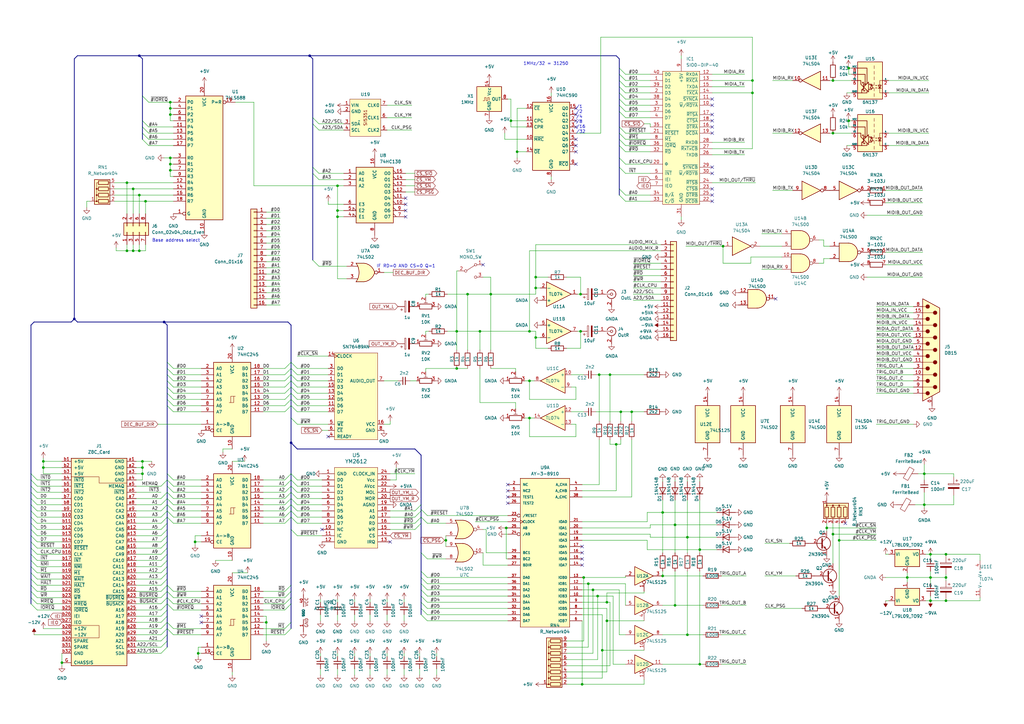
<source format=kicad_sch>
(kicad_sch (version 20231120) (generator "eeschema") (generator_version "8.0")
  (paper "A3")
  (title_block (title "Z8C Audio Interface") (date "2022-10-14"))
  (lib_symbols
    (symbol "74xx:74HC245" (pin_names (offset 1.016))
      (property "Reference" "U" (at -7.62 16.51 0))
      (property "Value" "74HC245" (at -7.62 -16.51 0))
      (symbol "74HC245_1_0"
        (pin input line (at -12.7 -10.16 0) (length 5.08) (name "A->B") (number "1"))
        (pin power_in line (at 0 -20.32 90) (length 5.08) (name "GND") (number "10"))
        (pin tri_state line (at 12.7 -5.08 180) (length 5.08) (name "B7") (number "11"))
        (pin tri_state line (at 12.7 -2.54 180) (length 5.08) (name "B6") (number "12"))
        (pin tri_state line (at 12.7 0 180) (length 5.08) (name "B5") (number "13"))
        (pin tri_state line (at 12.7 2.54 180) (length 5.08) (name "B4") (number "14"))
        (pin tri_state line (at 12.7 5.08 180) (length 5.08) (name "B3") (number "15"))
        (pin tri_state line (at 12.7 7.62 180) (length 5.08) (name "B2") (number "16"))
        (pin tri_state line (at 12.7 10.16 180) (length 5.08) (name "B1") (number "17"))
        (pin tri_state line (at 12.7 12.7 180) (length 5.08) (name "B0") (number "18"))
        (pin input inverted (at -12.7 -12.7 0) (length 5.08) (name "CE") (number "19"))
        (pin tri_state line (at -12.7 12.7 0) (length 5.08) (name "A0") (number "2"))
        (pin power_in line (at 0 20.32 270) (length 5.08) (name "VCC") (number "20"))
        (pin tri_state line (at -12.7 10.16 0) (length 5.08) (name "A1") (number "3"))
        (pin tri_state line (at -12.7 7.62 0) (length 5.08) (name "A2") (number "4"))
        (pin tri_state line (at -12.7 5.08 0) (length 5.08) (name "A3") (number "5"))
        (pin tri_state line (at -12.7 2.54 0) (length 5.08) (name "A4") (number "6"))
        (pin tri_state line (at -12.7 0 0) (length 5.08) (name "A5") (number "7"))
        (pin tri_state line (at -12.7 -2.54 0) (length 5.08) (name "A6") (number "8"))
        (pin tri_state line (at -12.7 -5.08 0) (length 5.08) (name "A7") (number "9"))
      )
    )
    (symbol "74xx:74LS00" (pin_names (offset 1.016))
      (property "Reference" "U" (at 0 1.27 0))
      (property "Value" "74LS00" (at 0 -1.27 0))
      (symbol "74LS00_1_1"
        (pin input line (at -7.62 2.54 0) (length 3.81) (name "~") (number "1"))
        (pin input line (at -7.62 -2.54 0) (length 3.81) (name "~") (number "2"))
        (pin output inverted (at 7.62 0 180) (length 3.81) (name "~") (number "3"))
      )
      (symbol "74LS00_1_2"
        (pin input inverted (at -7.62 2.54 0) (length 4.318) (name "~") (number "1"))
        (pin input inverted (at -7.62 -2.54 0) (length 4.318) (name "~") (number "2"))
        (pin output line (at 7.62 0 180) (length 3.81) (name "~") (number "3"))
      )
      (symbol "74LS00_2_1"
        (pin input line (at -7.62 2.54 0) (length 3.81) (name "~") (number "4"))
        (pin input line (at -7.62 -2.54 0) (length 3.81) (name "~") (number "5"))
        (pin output inverted (at 7.62 0 180) (length 3.81) (name "~") (number "6"))
      )
      (symbol "74LS00_2_2"
        (pin input inverted (at -7.62 2.54 0) (length 4.318) (name "~") (number "4"))
        (pin input inverted (at -7.62 -2.54 0) (length 4.318) (name "~") (number "5"))
        (pin output line (at 7.62 0 180) (length 3.81) (name "~") (number "6"))
      )
      (symbol "74LS00_3_1"
        (pin input line (at -7.62 -2.54 0) (length 3.81) (name "~") (number "10"))
        (pin output inverted (at 7.62 0 180) (length 3.81) (name "~") (number "8"))
        (pin input line (at -7.62 2.54 0) (length 3.81) (name "~") (number "9"))
      )
      (symbol "74LS00_3_2"
        (pin input inverted (at -7.62 -2.54 0) (length 4.318) (name "~") (number "10"))
        (pin output line (at 7.62 0 180) (length 3.81) (name "~") (number "8"))
        (pin input inverted (at -7.62 2.54 0) (length 4.318) (name "~") (number "9"))
      )
      (symbol "74LS00_4_1"
        (pin output inverted (at 7.62 0 180) (length 3.81) (name "~") (number "11"))
        (pin input line (at -7.62 2.54 0) (length 3.81) (name "~") (number "12"))
        (pin input line (at -7.62 -2.54 0) (length 3.81) (name "~") (number "13"))
      )
      (symbol "74LS00_4_2"
        (pin output line (at 7.62 0 180) (length 3.81) (name "~") (number "11"))
        (pin input inverted (at -7.62 2.54 0) (length 4.318) (name "~") (number "12"))
        (pin input inverted (at -7.62 -2.54 0) (length 4.318) (name "~") (number "13"))
      )
      (symbol "74LS00_5_0"
        (pin power_in line (at 0 12.7 270) (length 5.08) (name "VCC") (number "14"))
        (pin power_in line (at 0 -12.7 90) (length 5.08) (name "GND") (number "7"))
      )
    )
    (symbol "74xx:74LS02" (pin_names (offset 1.016))
      (property "Reference" "U" (at 0 1.27 0))
      (property "Value" "74LS02" (at 0 -1.27 0))
      (symbol "74LS02_1_1"
        (pin output inverted (at 7.62 0 180) (length 3.81) (name "~") (number "1"))
        (pin input line (at -7.62 2.54 0) (length 4.318) (name "~") (number "2"))
        (pin input line (at -7.62 -2.54 0) (length 4.318) (name "~") (number "3"))
      )
      (symbol "74LS02_1_2"
        (pin output line (at 7.62 0 180) (length 3.81) (name "~") (number "1"))
        (pin input inverted (at -7.62 2.54 0) (length 3.81) (name "~") (number "2"))
        (pin input inverted (at -7.62 -2.54 0) (length 3.81) (name "~") (number "3"))
      )
      (symbol "74LS02_2_1"
        (pin output inverted (at 7.62 0 180) (length 3.81) (name "~") (number "4"))
        (pin input line (at -7.62 2.54 0) (length 4.318) (name "~") (number "5"))
        (pin input line (at -7.62 -2.54 0) (length 4.318) (name "~") (number "6"))
      )
      (symbol "74LS02_2_2"
        (pin output line (at 7.62 0 180) (length 3.81) (name "~") (number "4"))
        (pin input inverted (at -7.62 2.54 0) (length 3.81) (name "~") (number "5"))
        (pin input inverted (at -7.62 -2.54 0) (length 3.81) (name "~") (number "6"))
      )
      (symbol "74LS02_3_1"
        (pin output inverted (at 7.62 0 180) (length 3.81) (name "~") (number "10"))
        (pin input line (at -7.62 2.54 0) (length 4.318) (name "~") (number "8"))
        (pin input line (at -7.62 -2.54 0) (length 4.318) (name "~") (number "9"))
      )
      (symbol "74LS02_3_2"
        (pin output line (at 7.62 0 180) (length 3.81) (name "~") (number "10"))
        (pin input inverted (at -7.62 2.54 0) (length 3.81) (name "~") (number "8"))
        (pin input inverted (at -7.62 -2.54 0) (length 3.81) (name "~") (number "9"))
      )
      (symbol "74LS02_4_1"
        (pin input line (at -7.62 2.54 0) (length 4.318) (name "~") (number "11"))
        (pin input line (at -7.62 -2.54 0) (length 4.318) (name "~") (number "12"))
        (pin output inverted (at 7.62 0 180) (length 3.81) (name "~") (number "13"))
      )
      (symbol "74LS02_4_2"
        (pin input inverted (at -7.62 2.54 0) (length 3.81) (name "~") (number "11"))
        (pin input inverted (at -7.62 -2.54 0) (length 3.81) (name "~") (number "12"))
        (pin output line (at 7.62 0 180) (length 3.81) (name "~") (number "13"))
      )
      (symbol "74LS02_5_0"
        (pin power_in line (at 0 12.7 270) (length 5.08) (name "VCC") (number "14"))
        (pin power_in line (at 0 -12.7 90) (length 5.08) (name "GND") (number "7"))
      )
    )
    (symbol "74xx:74LS06" (pin_names (offset 1.016))
      (property "Reference" "U" (at 0 1.27 0))
      (property "Value" "74LS06" (at 0 -1.27 0))
      (symbol "74LS06_1_0"
        (pin input line (at -7.62 0 0) (length 3.81) (name "~") (number "1"))
        (pin open_collector inverted (at 7.62 0 180) (length 3.81) (name "~") (number "2"))
      )
      (symbol "74LS06_2_0"
        (pin input line (at -7.62 0 0) (length 3.81) (name "~") (number "3"))
        (pin open_collector inverted (at 7.62 0 180) (length 3.81) (name "~") (number "4"))
      )
      (symbol "74LS06_3_0"
        (pin input line (at -7.62 0 0) (length 3.81) (name "~") (number "5"))
        (pin open_collector inverted (at 7.62 0 180) (length 3.81) (name "~") (number "6"))
      )
      (symbol "74LS06_4_0"
        (pin open_collector inverted (at 7.62 0 180) (length 3.81) (name "~") (number "8"))
        (pin input line (at -7.62 0 0) (length 3.81) (name "~") (number "9"))
      )
      (symbol "74LS06_5_0"
        (pin open_collector inverted (at 7.62 0 180) (length 3.81) (name "~") (number "10"))
        (pin input line (at -7.62 0 0) (length 3.81) (name "~") (number "11"))
      )
      (symbol "74LS06_6_0"
        (pin open_collector inverted (at 7.62 0 180) (length 3.81) (name "~") (number "12"))
        (pin input line (at -7.62 0 0) (length 3.81) (name "~") (number "13"))
      )
      (symbol "74LS06_7_0"
        (pin power_in line (at 0 12.7 270) (length 5.08) (name "VCC") (number "14"))
        (pin power_in line (at 0 -12.7 90) (length 5.08) (name "GND") (number "7"))
      )
    )
    (symbol "74xx:74LS125" (pin_names (offset 1.016))
      (property "Reference" "U" (at 0 1.27 0))
      (property "Value" "74LS125" (at 0 -1.27 0))
      (symbol "74LS125_1_0"
        (pin input inverted (at 0 -6.35 90) (length 4.445) (name "~") (number "1"))
        (pin input line (at -7.62 0 0) (length 3.81) (name "~") (number "2"))
        (pin tri_state line (at 7.62 0 180) (length 3.81) (name "~") (number "3"))
      )
      (symbol "74LS125_2_0"
        (pin input inverted (at 0 -6.35 90) (length 4.445) (name "~") (number "4"))
        (pin input line (at -7.62 0 0) (length 3.81) (name "~") (number "5"))
        (pin tri_state line (at 7.62 0 180) (length 3.81) (name "~") (number "6"))
      )
      (symbol "74LS125_3_0"
        (pin input inverted (at 0 -6.35 90) (length 4.445) (name "~") (number "10"))
        (pin tri_state line (at 7.62 0 180) (length 3.81) (name "~") (number "8"))
        (pin input line (at -7.62 0 0) (length 3.81) (name "~") (number "9"))
      )
      (symbol "74LS125_4_0"
        (pin tri_state line (at 7.62 0 180) (length 3.81) (name "~") (number "11"))
        (pin input line (at -7.62 0 0) (length 3.81) (name "~") (number "12"))
        (pin input inverted (at 0 -6.35 90) (length 4.445) (name "~") (number "13"))
      )
      (symbol "74LS125_5_0"
        (pin power_in line (at 0 12.7 270) (length 5.08) (name "VCC") (number "14"))
        (pin power_in line (at 0 -12.7 90) (length 5.08) (name "GND") (number "7"))
      )
    )
    (symbol "74xx:74LS138" (pin_names (offset 1.016))
      (property "Reference" "U" (at -7.62 11.43 0))
      (property "Value" "74LS138" (at -7.62 -13.97 0))
      (symbol "74LS138_1_0"
        (pin input line (at -12.7 7.62 0) (length 5.08) (name "A0") (number "1"))
        (pin output output_low (at 12.7 -5.08 180) (length 5.08) (name "O5") (number "10"))
        (pin output output_low (at 12.7 -2.54 180) (length 5.08) (name "O4") (number "11"))
        (pin output output_low (at 12.7 0 180) (length 5.08) (name "O3") (number "12"))
        (pin output output_low (at 12.7 2.54 180) (length 5.08) (name "O2") (number "13"))
        (pin output output_low (at 12.7 5.08 180) (length 5.08) (name "O1") (number "14"))
        (pin output output_low (at 12.7 7.62 180) (length 5.08) (name "O0") (number "15"))
        (pin power_in line (at 0 15.24 270) (length 5.08) (name "VCC") (number "16"))
        (pin input line (at -12.7 5.08 0) (length 5.08) (name "A1") (number "2"))
        (pin input line (at -12.7 2.54 0) (length 5.08) (name "A2") (number "3"))
        (pin input input_low (at -12.7 -10.16 0) (length 5.08) (name "E1") (number "4"))
        (pin input input_low (at -12.7 -7.62 0) (length 5.08) (name "E2") (number "5"))
        (pin input line (at -12.7 -5.08 0) (length 5.08) (name "E3") (number "6"))
        (pin output output_low (at 12.7 -10.16 180) (length 5.08) (name "O7") (number "7"))
        (pin power_in line (at 0 -17.78 90) (length 5.08) (name "GND") (number "8"))
        (pin output output_low (at 12.7 -7.62 180) (length 5.08) (name "O6") (number "9"))
      )
    )
    (symbol "74xx:74LS590"
      (property "Reference" "U" (at -7.62 16.51 0))
      (property "Value" "74LS590" (at -7.62 -13.97 0))
      (symbol "74LS590_1_0"
        (pin tri_state line (at 10.16 10.16 180) (length 2.54) (name "Q1") (number "1"))
        (pin input line (at -10.16 0 0) (length 2.54) (name "~{MRC}") (number "10"))
        (pin input line (at -10.16 7.62 0) (length 2.54) (name "CPC") (number "11"))
        (pin input line (at -10.16 12.7 0) (length 2.54) (name "~{CE}") (number "12"))
        (pin input line (at -10.16 5.08 0) (length 2.54) (name "CPR") (number "13"))
        (pin input line (at -10.16 -5.08 0) (length 2.54) (name "~{OE}") (number "14"))
        (pin tri_state line (at 10.16 12.7 180) (length 2.54) (name "Q0") (number "15"))
        (pin power_in line (at 0 17.78 270) (length 2.54) (name "VCC") (number "16"))
        (pin tri_state line (at 10.16 7.62 180) (length 2.54) (name "Q2") (number "2"))
        (pin tri_state line (at 10.16 5.08 180) (length 2.54) (name "Q3") (number "3"))
        (pin tri_state line (at 10.16 2.54 180) (length 2.54) (name "Q4") (number "4"))
        (pin tri_state line (at 10.16 0 180) (length 2.54) (name "Q5") (number "5"))
        (pin tri_state line (at 10.16 -2.54 180) (length 2.54) (name "Q6") (number "6"))
        (pin tri_state line (at 10.16 -5.08 180) (length 2.54) (name "Q7") (number "7"))
        (pin power_in line (at 0 -15.24 90) (length 2.54) (name "GND") (number "8"))
        (pin output line (at 10.16 -10.16 180) (length 2.54) (name "~{RCO}") (number "9"))
      )
    )
    (symbol "74xx:74LS688"
      (property "Reference" "U" (at -7.62 26.67 0))
      (property "Value" "74LS688" (at -7.62 -26.67 0))
      (symbol "74LS688_1_0"
        (pin input inverted (at -12.7 -22.86 0) (length 5.08) (name "G") (number "1"))
        (pin power_in line (at 0 -30.48 90) (length 5.08) (name "GND") (number "10"))
        (pin input line (at -12.7 12.7 0) (length 5.08) (name "P4") (number "11"))
        (pin input line (at -12.7 -10.16 0) (length 5.08) (name "R4") (number "12"))
        (pin input line (at -12.7 10.16 0) (length 5.08) (name "P5") (number "13"))
        (pin input line (at -12.7 -12.7 0) (length 5.08) (name "R5") (number "14"))
        (pin input line (at -12.7 7.62 0) (length 5.08) (name "P6") (number "15"))
        (pin input line (at -12.7 -15.24 0) (length 5.08) (name "R6") (number "16"))
        (pin input line (at -12.7 5.08 0) (length 5.08) (name "P7") (number "17"))
        (pin input line (at -12.7 -17.78 0) (length 5.08) (name "R7") (number "18"))
        (pin output inverted (at 12.7 22.86 180) (length 5.08) (name "P=R") (number "19"))
        (pin input line (at -12.7 22.86 0) (length 5.08) (name "P0") (number "2"))
        (pin power_in line (at 0 30.48 270) (length 5.08) (name "VCC") (number "20"))
        (pin input line (at -12.7 0 0) (length 5.08) (name "R0") (number "3"))
        (pin input line (at -12.7 20.32 0) (length 5.08) (name "P1") (number "4"))
        (pin input line (at -12.7 -2.54 0) (length 5.08) (name "R1") (number "5"))
        (pin input line (at -12.7 17.78 0) (length 5.08) (name "P2") (number "6"))
        (pin input line (at -12.7 -5.08 0) (length 5.08) (name "R2") (number "7"))
        (pin input line (at -12.7 15.24 0) (length 5.08) (name "P3") (number "8"))
        (pin input line (at -12.7 -7.62 0) (length 5.08) (name "R3") (number "9"))
      )
    )
    (symbol "AY-3-8912_1" (pin_names (offset 1.016))
      (property "Reference" "U9" (at 10.16 4.445 0))
      (property "Value" "AY-3-8910" (at 10.16 1.905 0))
      (symbol "AY-3-8912_1_1_1"
        (pin bidirectional line (at 25.4 -48.26 180) (length 5.08) (name "IOB3") (number "10"))
        (pin bidirectional line (at 25.4 -45.72 180) (length 5.08) (name "IOB2") (number "11"))
        (pin bidirectional line (at 25.4 -43.18 180) (length 5.08) (name "IOB1") (number "12"))
        (pin bidirectional line (at 25.4 -40.64 180) (length 5.08) (name "IOB0") (number "13"))
        (pin bidirectional line (at 25.4 -35.56 180) (length 5.08) (name "IOA7") (number "14"))
        (pin bidirectional line (at 25.4 -33.02 180) (length 5.08) (name "IOA6") (number "15"))
        (pin bidirectional line (at 25.4 -30.48 180) (length 5.08) (name "IOA5") (number "16"))
        (pin bidirectional line (at 25.4 -27.94 180) (length 5.08) (name "IOA4") (number "17"))
        (pin bidirectional line (at 25.4 -25.4 180) (length 5.08) (name "IOA3") (number "18"))
        (pin bidirectional line (at 25.4 -22.86 180) (length 5.08) (name "IOA2") (number "19"))
        (pin unspecified line (at -5.08 -2.54 0) (length 5.08) (name "NC") (number "2"))
        (pin bidirectional line (at 25.4 -20.32 180) (length 5.08) (name "IOA1") (number "20"))
        (pin bidirectional line (at 25.4 -17.78 180) (length 5.08) (name "IOA0") (number "21"))
        (pin input clock (at -5.08 -17.78 0) (length 5.08) (name "CLOCK") (number "22"))
        (pin input inverted (at -5.08 -15.24 0) (length 5.08) (name "/RESET") (number "23"))
        (pin input inverted (at -5.08 -22.86 0) (length 5.08) (name "/A9") (number "24"))
        (pin input line (at -5.08 -20.32 0) (length 5.08) (name "A8") (number "25"))
        (pin input line (at -5.08 -10.16 0) (length 5.08) (name "TEST2") (number "26"))
        (pin input line (at -5.08 -35.56 0) (length 5.08) (name "BDIR") (number "27"))
        (pin input line (at -5.08 -33.02 0) (length 5.08) (name "BC2") (number "28"))
        (pin input line (at -5.08 -30.48 0) (length 5.08) (name "BC1") (number "29"))
        (pin output line (at 25.4 -5.08 180) (length 5.08) (name "A_CHB") (number "3"))
        (pin bidirectional line (at -5.08 -58.42 0) (length 5.08) (name "DA7") (number "30"))
        (pin bidirectional line (at -5.08 -55.88 0) (length 5.08) (name "DA6") (number "31"))
        (pin bidirectional line (at -5.08 -53.34 0) (length 5.08) (name "DA5") (number "32"))
        (pin bidirectional line (at -5.08 -50.8 0) (length 5.08) (name "DA4") (number "33"))
        (pin bidirectional line (at -5.08 -48.26 0) (length 5.08) (name "DA3") (number "34"))
        (pin bidirectional line (at -5.08 -45.72 0) (length 5.08) (name "DA2") (number "35"))
        (pin bidirectional line (at -5.08 -43.18 0) (length 5.08) (name "DA1") (number "36"))
        (pin bidirectional line (at -5.08 -40.64 0) (length 5.08) (name "DA0") (number "37"))
        (pin output line (at 25.4 -7.62 180) (length 5.08) (name "A_CHC") (number "38"))
        (pin input line (at -5.08 -7.62 0) (length 5.08) (name "TEST1") (number "39"))
        (pin output line (at 25.4 -2.54 180) (length 5.08) (name "A_CHA") (number "4"))
        (pin unspecified line (at -5.08 -5.08 0) (length 5.08) (name "NC2") (number "5"))
        (pin bidirectional line (at 25.4 -58.42 180) (length 5.08) (name "IOB7") (number "6"))
        (pin bidirectional line (at 25.4 -55.88 180) (length 5.08) (name "IOB6") (number "7"))
        (pin bidirectional line (at 25.4 -53.34 180) (length 5.08) (name "IOB5") (number "8"))
        (pin bidirectional line (at 25.4 -50.8 180) (length 5.08) (name "IOB4") (number "9"))
      )
      (symbol "AY-3-8912_1_2_0"
        (text "GND" (at 1.27 -3.937 1) (effects (font (size 1.27 1.27))))
        (text "VCC" (at 1.27 4.572 1) (effects (font (size 1.27 1.27))))
      )
      (symbol "AY-3-8912_1_2_1"
        (pin power_in line (at 0 -7.62 90) (length 5.08) (name "GND") (number "1"))
        (pin power_in line (at 0 7.62 270) (length 5.08) (name "VCC") (number "40"))
      )
    )
    (symbol "Amplifier_Operational:TL074" (pin_names (offset 0.127))
      (property "Reference" "U" (at 0 5.08 0))
      (property "Value" "TL074" (at 0 -5.08 0))
      (symbol "TL074_1_1"
        (pin output line (at 7.62 0 180) (length 2.54) (name "~") (number "1"))
        (pin input line (at -7.62 -2.54 0) (length 2.54) (name "-") (number "2"))
        (pin input line (at -7.62 2.54 0) (length 2.54) (name "+") (number "3"))
      )
      (symbol "TL074_2_1"
        (pin input line (at -7.62 2.54 0) (length 2.54) (name "+") (number "5"))
        (pin input line (at -7.62 -2.54 0) (length 2.54) (name "-") (number "6"))
        (pin output line (at 7.62 0 180) (length 2.54) (name "~") (number "7"))
      )
      (symbol "TL074_3_1"
        (pin input line (at -7.62 2.54 0) (length 2.54) (name "+") (number "10"))
        (pin output line (at 7.62 0 180) (length 2.54) (name "~") (number "8"))
        (pin input line (at -7.62 -2.54 0) (length 2.54) (name "-") (number "9"))
      )
      (symbol "TL074_4_1"
        (pin input line (at -7.62 2.54 0) (length 2.54) (name "+") (number "12"))
        (pin input line (at -7.62 -2.54 0) (length 2.54) (name "-") (number "13"))
        (pin output line (at 7.62 0 180) (length 2.54) (name "~") (number "14"))
      )
      (symbol "TL074_5_1"
        (pin power_in line (at -2.54 -7.62 90) (length 3.81) (name "V-") (number "11"))
        (pin power_in line (at -2.54 7.62 270) (length 3.81) (name "V+") (number "4"))
      )
    )
    (symbol "Connector:Conn_Coaxial" (pin_names (offset 1.016) hide)
      (property "Reference" "J" (at 0.254 3.048 0))
      (property "Value" "Conn_Coaxial" (at 2.921 0 90))
      (symbol "Conn_Coaxial_1_1"
        (pin passive line (at -5.08 0 0) (length 2.54) (name "In") (number "1"))
        (pin passive line (at 0 -5.08 90) (length 2.54) (name "Ext") (number "2"))
      )
    )
    (symbol "Connector:DA15_Plug_MountingHoles" (pin_names (offset 1.016) hide)
      (property "Reference" "J" (at 0 24.13 0))
      (property "Value" "DA15_Plug_MountingHoles" (at 0 22.225 0))
      (symbol "DA15_Plug_MountingHoles_1_1"
        (pin passive line (at 0 -22.86 90) (length 3.81) (name "PAD") (number "0"))
        (pin passive line (at -7.62 -17.78 0) (length 3.81) (name "1") (number "1"))
        (pin passive line (at -7.62 -10.16 0) (length 3.81) (name "P10") (number "10"))
        (pin passive line (at -7.62 -5.08 0) (length 3.81) (name "P111") (number "11"))
        (pin passive line (at -7.62 0 0) (length 3.81) (name "P12") (number "12"))
        (pin passive line (at -7.62 5.08 0) (length 3.81) (name "P13") (number "13"))
        (pin passive line (at -7.62 10.16 0) (length 3.81) (name "P14") (number "14"))
        (pin passive line (at -7.62 15.24 0) (length 3.81) (name "P15") (number "15"))
        (pin passive line (at -7.62 -12.7 0) (length 3.81) (name "2") (number "2"))
        (pin passive line (at -7.62 -7.62 0) (length 3.81) (name "3") (number "3"))
        (pin passive line (at -7.62 -2.54 0) (length 3.81) (name "4") (number "4"))
        (pin passive line (at -7.62 2.54 0) (length 3.81) (name "5") (number "5"))
        (pin passive line (at -7.62 7.62 0) (length 3.81) (name "6") (number "6"))
        (pin passive line (at -7.62 12.7 0) (length 3.81) (name "7") (number "7"))
        (pin passive line (at -7.62 17.78 0) (length 3.81) (name "8") (number "8"))
        (pin passive line (at -7.62 -15.24 0) (length 3.81) (name "P9") (number "9"))
      )
    )
    (symbol "Connector_Generic:Conn_01x16" (pin_names (offset 1.016) hide)
      (property "Reference" "J" (at 0 20.32 0))
      (property "Value" "Conn_01x16" (at 0 -22.86 0))
      (symbol "Conn_01x16_1_1"
        (pin passive line (at -5.08 17.78 0) (length 3.81) (name "Pin_1") (number "1"))
        (pin passive line (at -5.08 -5.08 0) (length 3.81) (name "Pin_10") (number "10"))
        (pin passive line (at -5.08 -7.62 0) (length 3.81) (name "Pin_11") (number "11"))
        (pin passive line (at -5.08 -10.16 0) (length 3.81) (name "Pin_12") (number "12"))
        (pin passive line (at -5.08 -12.7 0) (length 3.81) (name "Pin_13") (number "13"))
        (pin passive line (at -5.08 -15.24 0) (length 3.81) (name "Pin_14") (number "14"))
        (pin passive line (at -5.08 -17.78 0) (length 3.81) (name "Pin_15") (number "15"))
        (pin passive line (at -5.08 -20.32 0) (length 3.81) (name "Pin_16") (number "16"))
        (pin passive line (at -5.08 15.24 0) (length 3.81) (name "Pin_2") (number "2"))
        (pin passive line (at -5.08 12.7 0) (length 3.81) (name "Pin_3") (number "3"))
        (pin passive line (at -5.08 10.16 0) (length 3.81) (name "Pin_4") (number "4"))
        (pin passive line (at -5.08 7.62 0) (length 3.81) (name "Pin_5") (number "5"))
        (pin passive line (at -5.08 5.08 0) (length 3.81) (name "Pin_6") (number "6"))
        (pin passive line (at -5.08 2.54 0) (length 3.81) (name "Pin_7") (number "7"))
        (pin passive line (at -5.08 0 0) (length 3.81) (name "Pin_8") (number "8"))
        (pin passive line (at -5.08 -2.54 0) (length 3.81) (name "Pin_9") (number "9"))
      )
    )
    (symbol "Connector_Generic:Conn_02x04_Odd_Even" (pin_names (offset 1.016) hide)
      (property "Reference" "J" (at 1.27 5.08 0))
      (property "Value" "Conn_02x04_Odd_Even" (at 1.27 -7.62 0))
      (symbol "Conn_02x04_Odd_Even_1_1"
        (pin passive line (at -5.08 2.54 0) (length 3.81) (name "Pin_1") (number "1"))
        (pin passive line (at 7.62 2.54 180) (length 3.81) (name "Pin_2") (number "2"))
        (pin passive line (at -5.08 0 0) (length 3.81) (name "Pin_3") (number "3"))
        (pin passive line (at 7.62 0 180) (length 3.81) (name "Pin_4") (number "4"))
        (pin passive line (at -5.08 -2.54 0) (length 3.81) (name "Pin_5") (number "5"))
        (pin passive line (at 7.62 -2.54 180) (length 3.81) (name "Pin_6") (number "6"))
        (pin passive line (at -5.08 -5.08 0) (length 3.81) (name "Pin_7") (number "7"))
        (pin passive line (at 7.62 -5.08 180) (length 3.81) (name "Pin_8") (number "8"))
      )
    )
    (symbol "CustomSymbols:SN76489AN" (pin_names (offset 1.016))
      (property "Reference" "U" (at -1.27 19.05 0))
      (property "Value" "SN76489AN" (at 0 -19.05 0))
      (symbol "SN76489AN_1_1"
        (pin input line (at -11.43 6.35 0) (length 2.54) (name "D2") (number "1"))
        (pin input line (at -11.43 -6.35 0) (length 2.54) (name "D7") (number "10"))
        (pin input line (at -11.43 -3.81 0) (length 2.54) (name "D6") (number "11"))
        (pin input line (at -11.43 -1.27 0) (length 2.54) (name "D5") (number "12"))
        (pin input line (at -11.43 1.27 0) (length 2.54) (name "D4") (number "13"))
        (pin input clock (at -11.43 16.51 0) (length 2.54) (name "CLOCK") (number "14"))
        (pin input line (at -11.43 3.81 0) (length 2.54) (name "D3") (number "15"))
        (pin power_in line (at 11.43 -11.43 180) (length 2.54) (name "VCC") (number "16"))
        (pin input line (at -11.43 8.89 0) (length 2.54) (name "D1") (number "2"))
        (pin input line (at -11.43 11.43 0) (length 2.54) (name "D0") (number "3"))
        (pin output line (at -11.43 -16.51 0) (length 2.54) (name "READY") (number "4"))
        (pin input line (at -11.43 -11.43 0) (length 2.54) (name "~{WE}") (number "5"))
        (pin input line (at -11.43 -13.97 0) (length 2.54) (name "~{CE}") (number "6"))
        (pin power_out line (at 11.43 6.35 180) (length 2.54) (name "AUDIO_OUT") (number "7"))
        (pin power_out line (at 11.43 -13.97 180) (length 2.54) (name "GND") (number "8"))
        (pin no_connect line (at 11.43 -16.51 180) (length 2.54) hide (name "N.C.") (number "9"))
      )
    )
    (symbol "CustomSymbols:YM2612" (pin_names (offset 1.016))
      (property "Reference" "U8" (at 8.89 20.32 0))
      (property "Value" "YM2612" (at 8.89 17.78 0))
      (symbol "YM2612_1_1"
        (pin input line (at -5.08 12.7 0) (length 5.08) (name "GND") (number "1"))
        (pin input line (at -5.08 -10.16 0) (length 5.08) (name "NC") (number "10"))
        (pin input line (at -5.08 -12.7 0) (length 5.08) (name "IC") (number "11"))
        (pin input line (at -5.08 -15.24 0) (length 5.08) (name "GND") (number "12"))
        (pin input line (at 22.86 -15.24 180) (length 5.08) (name "IRQ") (number "13"))
        (pin input line (at 22.86 -12.7 180) (length 5.08) (name "CS") (number "14"))
        (pin input line (at 22.86 -10.16 180) (length 5.08) (name "WR") (number "15"))
        (pin input line (at 22.86 -7.62 180) (length 5.08) (name "RD") (number "16"))
        (pin input line (at 22.86 -5.08 180) (length 5.08) (name "A0") (number "17"))
        (pin input line (at 22.86 -2.54 180) (length 5.08) (name "A1") (number "18"))
        (pin input line (at 22.86 0 180) (length 5.08) (name "AGND") (number "19"))
        (pin input line (at -5.08 10.16 0) (length 5.08) (name "D0") (number "2"))
        (pin input line (at 22.86 2.54 180) (length 5.08) (name "MOR") (number "20"))
        (pin input line (at 22.86 5.08 180) (length 5.08) (name "MOL") (number "21"))
        (pin input line (at 22.86 7.62 180) (length 5.08) (name "AVcc") (number "22"))
        (pin input line (at 22.86 10.16 180) (length 5.08) (name "Vcc") (number "23"))
        (pin input line (at 22.86 12.7 180) (length 5.08) (name "CLOCK_IN") (number "24"))
        (pin input line (at -5.08 7.62 0) (length 5.08) (name "D1") (number "3"))
        (pin input line (at -5.08 5.08 0) (length 5.08) (name "D2") (number "4"))
        (pin input line (at -5.08 2.54 0) (length 5.08) (name "D3") (number "5"))
        (pin input line (at -5.08 0 0) (length 5.08) (name "D4") (number "6"))
        (pin input line (at -5.08 -2.54 0) (length 5.08) (name "D5") (number "7"))
        (pin input line (at -5.08 -5.08 0) (length 5.08) (name "D6") (number "8"))
        (pin input line (at -5.08 -7.62 0) (length 5.08) (name "D7") (number "9"))
      )
    )
    (symbol "Dennis2:SI5351_Module"
      (property "Reference" "U" (at 2.54 10.16 0))
      (symbol "SI5351_Module_1_1"
        (text "SI5351" (at 2.54 1.27 900) (effects (font (size 1.27 1.27))))
        (pin power_in line (at -6.35 6.35 0) (length 2.54) (name "VIN") (number "1"))
        (pin power_in line (at -6.35 3.81 0) (length 2.54) (name "GND") (number "2"))
        (pin bidirectional line (at -6.35 -1.27 0) (length 2.54) (name "SDA") (number "3"))
        (pin bidirectional line (at -6.35 -3.81 0) (length 2.54) (name "SCL") (number "4"))
        (pin output line (at 11.43 -3.81 180) (length 2.54) (name "CLK2") (number "5"))
        (pin output line (at 11.43 1.27 180) (length 2.54) (name "CLK1") (number "6"))
        (pin output line (at 11.43 6.35 180) (length 2.54) (name "CLK0") (number "7"))
      )
    )
    (symbol "Dennis:Z8C_Card" (pin_names (offset 1.016))
      (property "Reference" "J1" (at 0 41.91 0))
      (property "Value" "Z8C_Card" (at 0 39.37 0))
      (symbol "Z8C_Card_1_1"
        (pin power_out line (at -15.24 -43.18 0) (length 3.81) (name "CHASSIS") (number "G"))
        (pin power_out line (at 15.24 39.37 180) (length 3.81) (name "GND") (number "a1"))
        (pin passive line (at 15.24 16.51 180) (length 3.81) (name "CA3") (number "a10"))
        (pin passive line (at 15.24 13.97 180) (length 3.81) (name "CA4") (number "a11"))
        (pin passive line (at 15.24 11.43 180) (length 3.81) (name "CA5") (number "a12"))
        (pin passive line (at 15.24 8.89 180) (length 3.81) (name "CA6") (number "a13"))
        (pin passive line (at 15.24 6.35 180) (length 3.81) (name "CA7") (number "a14"))
        (pin passive line (at 15.24 3.81 180) (length 3.81) (name "CA8") (number "a15"))
        (pin passive line (at 15.24 1.27 180) (length 3.81) (name "CA9") (number "a16"))
        (pin passive line (at 15.24 -1.27 180) (length 3.81) (name "CA10") (number "a17"))
        (pin passive line (at 15.24 -3.81 180) (length 3.81) (name "CA11") (number "a18"))
        (pin passive line (at 15.24 -6.35 180) (length 3.81) (name "CA12") (number "a19"))
        (pin power_out line (at 15.24 36.83 180) (length 3.81) (name "GND") (number "a2"))
        (pin passive line (at 15.24 -8.89 180) (length 3.81) (name "CA13") (number "a20"))
        (pin passive line (at 15.24 -11.43 180) (length 3.81) (name "CA14") (number "a21"))
        (pin passive line (at 15.24 -13.97 180) (length 3.81) (name "CA15") (number "a22"))
        (pin passive line (at 15.24 -16.51 180) (length 3.81) (name "~{BUSREQ}") (number "a23"))
        (pin passive line (at 15.24 -19.05 180) (length 3.81) (name "~{BUSACK}") (number "a24"))
        (pin passive line (at 15.24 -21.59 180) (length 3.81) (name "A16") (number "a25"))
        (pin passive line (at 15.24 -24.13 180) (length 3.81) (name "A17") (number "a26"))
        (pin passive line (at 15.24 -26.67 180) (length 3.81) (name "A18") (number "a27"))
        (pin passive line (at 15.24 -29.21 180) (length 3.81) (name "A19") (number "a28"))
        (pin passive line (at 15.24 -31.75 180) (length 3.81) (name "A20") (number "a29"))
        (pin power_out line (at 15.24 34.29 180) (length 3.81) (name "GND") (number "a3"))
        (pin passive line (at 15.24 -34.29 180) (length 3.81) (name "A21") (number "a30"))
        (pin passive line (at 15.24 -36.83 180) (length 3.81) (name "SCL") (number "a31"))
        (pin passive line (at 15.24 -39.37 180) (length 3.81) (name "SDA") (number "a32"))
        (pin power_out line (at 15.24 31.75 180) (length 3.81) (name "GND") (number "a4"))
        (pin passive line (at 15.24 29.21 180) (length 3.81) (name "MEMAQ") (number "a5"))
        (pin passive line (at 15.24 26.67 180) (length 3.81) (name "~{INT3}") (number "a6"))
        (pin passive line (at 15.24 24.13 180) (length 3.81) (name "CA0") (number "a7"))
        (pin passive line (at 15.24 21.59 180) (length 3.81) (name "CA1") (number "a8"))
        (pin passive line (at 15.24 19.05 180) (length 3.81) (name "CA2") (number "a9"))
        (pin power_out line (at -15.24 39.37 0) (length 3.81) (name "+5V") (number "b1"))
        (pin passive line (at -15.24 16.51 0) (length 3.81) (name "CD3") (number "b10"))
        (pin passive line (at -15.24 13.97 0) (length 3.81) (name "CD4") (number "b11"))
        (pin passive line (at -15.24 11.43 0) (length 3.81) (name "CD5") (number "b12"))
        (pin passive line (at -15.24 8.89 0) (length 3.81) (name "CD6") (number "b13"))
        (pin passive line (at -15.24 6.35 0) (length 3.81) (name "CD7") (number "b14"))
        (pin passive line (at -15.24 3.81 0) (length 3.81) (name "~{RESET}") (number "b15"))
        (pin passive line (at -15.24 1.27 0) (length 3.81) (name "CLK") (number "b16"))
        (pin passive line (at -15.24 -1.27 0) (length 3.81) (name "~{INT}") (number "b17"))
        (pin passive line (at -15.24 -3.81 0) (length 3.81) (name "~{NMI}") (number "b18"))
        (pin passive line (at -15.24 -6.35 0) (length 3.81) (name "~{M1}") (number "b19"))
        (pin power_out line (at -15.24 36.83 0) (length 3.81) (name "+5V") (number "b2"))
        (pin passive line (at -15.24 -8.89 0) (length 3.81) (name "~{WAIT}") (number "b20"))
        (pin passive line (at -15.24 -11.43 0) (length 3.81) (name "~{HALT}") (number "b21"))
        (pin passive line (at -15.24 -13.97 0) (length 3.81) (name "~{RD}") (number "b22"))
        (pin passive line (at -15.24 -16.51 0) (length 3.81) (name "~{WR}") (number "b23"))
        (pin passive line (at -15.24 -19.05 0) (length 3.81) (name "~{MREQ}") (number "b24"))
        (pin passive line (at -15.24 -21.59 0) (length 3.81) (name "~{IOREQ}") (number "b25"))
        (pin passive line (at -15.24 -24.13 0) (length 3.81) (name "IEI") (number "b26"))
        (pin passive line (at -15.24 -26.67 0) (length 3.81) (name "IEO") (number "b27"))
        (pin power_out line (at -15.24 -29.21 0) (length 3.81) (name "+12V") (number "b28"))
        (pin power_out line (at -15.24 -31.75 0) (length 3.81) (name "-12V") (number "b29"))
        (pin power_out line (at -15.24 34.29 0) (length 3.81) (name "+5V") (number "b3"))
        (pin passive line (at -15.24 -34.29 0) (length 3.81) (name "SPARE") (number "b30"))
        (pin passive line (at -15.24 -36.83 0) (length 3.81) (name "SPARE") (number "b31"))
        (pin power_out line (at -15.24 -39.37 0) (length 3.81) (name "GND") (number "b32"))
        (pin passive line (at -15.24 31.75 0) (length 3.81) (name "~{INT0}") (number "b4"))
        (pin passive line (at -15.24 29.21 0) (length 3.81) (name "~{INT1}") (number "b5"))
        (pin passive line (at -15.24 26.67 0) (length 3.81) (name "~{INT2}") (number "b6"))
        (pin passive line (at -15.24 24.13 0) (length 3.81) (name "CD0") (number "b7"))
        (pin passive line (at -15.24 21.59 0) (length 3.81) (name "CD1") (number "b8"))
        (pin passive line (at -15.24 19.05 0) (length 3.81) (name "CD2") (number "b9"))
      )
    )
    (symbol "Device:C_Polarized" (pin_numbers hide) (pin_names (offset 0.254))
      (property "Reference" "C" (at 0.635 2.54 0))
      (property "Value" "C_Polarized" (at 0.635 -2.54 0))
      (symbol "C_Polarized_1_1"
        (pin passive line (at 0 3.81 270) (length 2.794) (name "~") (number "1"))
        (pin passive line (at 0 -3.81 90) (length 2.794) (name "~") (number "2"))
      )
    )
    (symbol "Device:C_Small" (pin_numbers hide) (pin_names (offset 0.254) hide)
      (property "Reference" "C" (at 0.254 1.778 0))
      (property "Value" "C_Small" (at 0.254 -2.032 0))
      (symbol "C_Small_1_1"
        (pin passive line (at 0 2.54 270) (length 2.032) (name "~") (number "1"))
        (pin passive line (at 0 -2.54 90) (length 2.032) (name "~") (number "2"))
      )
    )
    (symbol "Device:D_Zener" (pin_numbers hide) (pin_names (offset 1.016) hide)
      (property "Reference" "D" (at 0 2.54 0))
      (property "Value" "D_Zener" (at 0 -2.54 0))
      (symbol "D_Zener_1_1"
        (pin passive line (at -3.81 0 0) (length 2.54) (name "K") (number "1"))
        (pin passive line (at 3.81 0 180) (length 2.54) (name "A") (number "2"))
      )
    )
    (symbol "Device:FerriteBead" (pin_numbers hide) (pin_names (offset 0))
      (property "Reference" "FB" (at -3.81 0.635 90))
      (property "Value" "FerriteBead" (at 3.81 0 90))
      (symbol "FerriteBead_1_1"
        (pin passive line (at 0 3.81 270) (length 2.54) (name "~") (number "1"))
        (pin passive line (at 0 -3.81 90) (length 2.54) (name "~") (number "2"))
      )
    )
    (symbol "Device:R" (pin_numbers hide) (pin_names (offset 0))
      (property "Reference" "R" (at 2.032 0 90))
      (property "Value" "R" (at 0 0 90))
      (symbol "R_1_1"
        (pin passive line (at 0 3.81 270) (length 1.27) (name "~") (number "1"))
        (pin passive line (at 0 -3.81 90) (length 1.27) (name "~") (number "2"))
      )
    )
    (symbol "Device:R_Network04" (pin_names (offset 0) hide)
      (property "Reference" "RN" (at -7.62 0 90))
      (property "Value" "R_Network04" (at 5.08 0 90))
      (symbol "R_Network04_1_1"
        (pin passive line (at -5.08 5.08 270) (length 2.54) (name "common") (number "1"))
        (pin passive line (at -5.08 -5.08 90) (length 1.27) (name "R1") (number "2"))
        (pin passive line (at -2.54 -5.08 90) (length 1.27) (name "R2") (number "3"))
        (pin passive line (at 0 -5.08 90) (length 1.27) (name "R3") (number "4"))
        (pin passive line (at 2.54 -5.08 90) (length 1.27) (name "R4") (number "5"))
      )
    )
    (symbol "Device:R_Network08" (pin_names (offset 0) hide)
      (property "Reference" "RN" (at -12.7 0 90))
      (property "Value" "R_Network08" (at 10.16 0 90))
      (symbol "R_Network08_1_1"
        (pin passive line (at -10.16 5.08 270) (length 2.54) (name "common") (number "1"))
        (pin passive line (at -10.16 -5.08 90) (length 1.27) (name "R1") (number "2"))
        (pin passive line (at -7.62 -5.08 90) (length 1.27) (name "R2") (number "3"))
        (pin passive line (at -5.08 -5.08 90) (length 1.27) (name "R3") (number "4"))
        (pin passive line (at -2.54 -5.08 90) (length 1.27) (name "R4") (number "5"))
        (pin passive line (at 0 -5.08 90) (length 1.27) (name "R5") (number "6"))
        (pin passive line (at 2.54 -5.08 90) (length 1.27) (name "R6") (number "7"))
        (pin passive line (at 5.08 -5.08 90) (length 1.27) (name "R7") (number "8"))
        (pin passive line (at 7.62 -5.08 90) (length 1.27) (name "R8") (number "9"))
      )
    )
    (symbol "Device:R_Pack04_SIP_Split" (pin_names (offset 0) hide)
      (property "Reference" "RN" (at 2.032 0 90))
      (property "Value" "R_Pack04_SIP_Split" (at 0 0 90))
      (symbol "R_Pack04_SIP_Split_1_1"
        (pin passive line (at 0 -3.81 90) (length 1.27) (name "R1.1") (number "1"))
        (pin passive line (at 0 3.81 270) (length 1.27) (name "R1.2") (number "2"))
      )
      (symbol "R_Pack04_SIP_Split_2_1"
        (pin passive line (at 0 -3.81 90) (length 1.27) (name "R2.1") (number "3"))
        (pin passive line (at 0 3.81 270) (length 1.27) (name "R2.2") (number "4"))
      )
      (symbol "R_Pack04_SIP_Split_3_1"
        (pin passive line (at 0 -3.81 90) (length 1.27) (name "R3.1") (number "5"))
        (pin passive line (at 0 3.81 270) (length 1.27) (name "R3.2") (number "6"))
      )
      (symbol "R_Pack04_SIP_Split_4_1"
        (pin passive line (at 0 -3.81 90) (length 1.27) (name "R4.1") (number "7"))
        (pin passive line (at 0 3.81 270) (length 1.27) (name "R4.2") (number "8"))
      )
    )
    (symbol "Device:R_Potentiometer_Trim" (pin_names (offset 1.016) hide)
      (property "Reference" "RV" (at -4.445 0 90))
      (property "Value" "R_Potentiometer_Trim" (at -2.54 0 90))
      (symbol "R_Potentiometer_Trim_1_1"
        (pin passive line (at 0 3.81 270) (length 1.27) (name "1") (number "1"))
        (pin passive line (at 3.81 0 180) (length 1.27) (name "2") (number "2"))
        (pin passive line (at 0 -3.81 90) (length 1.27) (name "3") (number "3"))
      )
    )
    (symbol "Diode:1N4148" (pin_numbers hide) (pin_names hide)
      (property "Reference" "D" (at 0 2.54 0))
      (property "Value" "1N4148" (at 0 -2.54 0))
      (symbol "1N4148_1_1"
        (pin passive line (at -3.81 0 0) (length 2.54) (name "K") (number "1"))
        (pin passive line (at 3.81 0 180) (length 2.54) (name "A") (number "2"))
      )
    )
    (symbol "Isolator:6N137" (pin_names (offset 0))
      (property "Reference" "U" (at -4.064 8.89 0))
      (property "Value" "6N137" (at 0 -8.89 0))
      (symbol "6N137_1_1"
        (pin no_connect line (at -5.08 5.08 0) (length 2.54) hide (name "NC") (number "1"))
        (pin passive line (at -7.62 0 0) (length 2.54) (name "A") (number "2"))
        (pin passive line (at -7.62 -5.08 0) (length 2.54) (name "C") (number "3"))
        (pin power_in line (at 7.62 -5.08 180) (length 2.54) (name "GND") (number "5"))
        (pin open_collector line (at 7.62 0 180) (length 2.54) (name "VO") (number "6"))
        (pin input line (at 7.62 2.54 180) (length 2.54) (name "EN") (number "7"))
        (pin power_in line (at 7.62 5.08 180) (length 2.54) (name "VCC") (number "8"))
      )
    )
    (symbol "Oscillator:ACO-xxxMHz" (pin_names (offset 0.254))
      (property "Reference" "X" (at -5.08 6.35 0))
      (property "Value" "ACO-xxxMHz" (at 1.27 -6.35 0))
      (symbol "ACO-xxxMHz_1_1"
        (pin no_connect line (at -7.62 0 0) (length 2.54) hide (name "NC") (number "1"))
        (pin power_in line (at 0 7.62 270) (length 2.54) (name "Vcc") (number "14"))
        (pin power_in line (at 0 -7.62 90) (length 2.54) (name "GND") (number "7"))
        (pin output line (at 7.62 0 180) (length 2.54) (name "OUT") (number "8"))
      )
    )
    (symbol "Regulator_Linear:L78L09_TO92" (pin_names (offset 0.254))
      (property "Reference" "U" (at -3.81 3.175 0))
      (property "Value" "L78L09_TO92" (at 0 3.175 0))
      (symbol "L78L09_TO92_1_1"
        (pin power_out line (at 7.62 0 180) (length 2.54) (name "VO") (number "1"))
        (pin power_in line (at 0 -7.62 90) (length 2.54) (name "GND") (number "2"))
        (pin power_in line (at -7.62 0 0) (length 2.54) (name "VI") (number "3"))
      )
    )
    (symbol "Regulator_Linear:L79L05_TO92" (pin_names (offset 0.254))
      (property "Reference" "U" (at -3.81 -3.175 0))
      (property "Value" "L79L05_TO92" (at 0 -3.175 0))
      (symbol "L79L05_TO92_1_1"
        (pin power_in line (at 0 7.62 270) (length 2.54) (name "GND") (number "1"))
        (pin power_in line (at -7.62 0 0) (length 2.54) (name "VI") (number "2"))
        (pin power_out line (at 7.62 0 180) (length 2.54) (name "VO") (number "3"))
      )
    )
    (symbol "Switch:SW_SPDT" (pin_names (offset 0) hide)
      (property "Reference" "SW" (at 0 4.318 0))
      (property "Value" "SW_SPDT" (at 0 -5.08 0))
      (symbol "SW_SPDT_1_1"
        (pin passive line (at 5.08 2.54 180) (length 2.54) (name "A") (number "1"))
        (pin passive line (at -5.08 0 0) (length 2.54) (name "B") (number "2"))
        (pin passive line (at 5.08 -2.54 180) (length 2.54) (name "C") (number "3"))
      )
    )
    (symbol "Transistor_BJT:2N3904" (pin_names (offset 0) hide)
      (property "Reference" "Q" (at 5.08 1.905 0))
      (property "Value" "2N3904" (at 5.08 0 0))
      (symbol "2N3904_1_1"
        (pin passive line (at 2.54 -5.08 90) (length 2.54) (name "E") (number "1"))
        (pin passive line (at -5.08 0 0) (length 5.715) (name "B") (number "2"))
        (pin passive line (at 2.54 5.08 270) (length 2.54) (name "C") (number "3"))
      )
    )
    (symbol "Zilog_Z80_Peripherals:SIO0-DIP-40" (pin_names (offset 0.762))
      (property "Reference" "IC" (at 0 1.27 0))
      (property "Value" "SIO0-DIP-40" (at 7.62 1.27 0))
      (symbol "SIO0-DIP-40_0_0"
        (pin bidirectional line (at -5.08 -3.81 0) (length 5.08) (name "D1") (number "1"))
        (pin output line (at 20.32 -13.97 180) (length 5.08) (name "~{W}/~{RDYA}") (number "10"))
        (pin bidirectional line (at 20.32 -11.43 180) (length 5.08) (name "~{SYNCA}") (number "11"))
        (pin input line (at 20.32 -1.27 180) (length 5.08) (name "RXDA") (number "12"))
        (pin input line (at 20.32 -3.81 180) (length 5.08) (name "~{RXCA}") (number "13"))
        (pin output line (at 20.32 -8.89 180) (length 5.08) (name "~{TXCA}") (number "14"))
        (pin output line (at 20.32 -6.35 180) (length 5.08) (name "TXDA") (number "15"))
        (pin output line (at 20.32 -22.86 180) (length 5.08) (name "~{DTRA}") (number "16"))
        (pin output line (at 20.32 -17.78 180) (length 5.08) (name "~{RTSA}") (number "17"))
        (pin input line (at 20.32 -20.32 180) (length 5.08) (name "~{CTSA}") (number "18"))
        (pin input line (at 20.32 -25.4 180) (length 5.08) (name "~{DCDA}") (number "19"))
        (pin bidirectional line (at -5.08 -8.89 0) (length 5.08) (name "D3") (number "2"))
        (pin input line (at -5.08 -38.1 0) (length 5.08) (name "Φ") (number "20"))
        (pin input line (at -5.08 -25.4 0) (length 5.08) (name "~{RESET}") (number "21"))
        (pin input line (at 20.32 -53.34 180) (length 5.08) (name "~{DCDB}") (number "22"))
        (pin input line (at 20.32 -48.26 180) (length 5.08) (name "~{CTSB}") (number "23"))
        (pin output line (at 20.32 -45.72 180) (length 5.08) (name "~{RTSB}") (number "24"))
        (pin output line (at 20.32 -50.8 180) (length 5.08) (name "~{DTRB}") (number "25"))
        (pin output line (at 20.32 -34.29 180) (length 5.08) (name "TXDB") (number "26"))
        (pin input line (at 20.32 -31.75 180) (length 5.08) (name "~{RxTxCB}") (number "27"))
        (pin input line (at 20.32 -29.21 180) (length 5.08) (name "RXDB") (number "28"))
        (pin input line (at 20.32 -39.37 180) (length 5.08) (name "~{SYNCB}") (number "29"))
        (pin bidirectional line (at -5.08 -13.97 0) (length 5.08) (name "D5") (number "3"))
        (pin output line (at 20.32 -41.91 180) (length 5.08) (name "~{W}/~{RDYB}") (number "30"))
        (pin power_in line (at 7.62 -59.69 90) (length 5.08) (name "GND") (number "31"))
        (pin input line (at -5.08 -33.02 0) (length 5.08) (name "~{RD}") (number "32"))
        (pin input line (at -5.08 -53.34 0) (length 5.08) (name "C/~{D}") (number "33"))
        (pin input line (at -5.08 -50.8 0) (length 5.08) (name "B/~{A}") (number "34"))
        (pin input line (at -5.08 -22.86 0) (length 5.08) (name "~{CE}") (number "35"))
        (pin input line (at -5.08 -30.48 0) (length 5.08) (name "~{IORQ}") (number "36"))
        (pin bidirectional line (at -5.08 -16.51 0) (length 5.08) (name "D6") (number "37"))
        (pin bidirectional line (at -5.08 -11.43 0) (length 5.08) (name "D4") (number "38"))
        (pin bidirectional line (at -5.08 -6.35 0) (length 5.08) (name "D2") (number "39"))
        (pin bidirectional line (at -5.08 -19.05 0) (length 5.08) (name "D7") (number "4"))
        (pin bidirectional line (at -5.08 -1.27 0) (length 5.08) (name "D0") (number "40"))
        (pin open_collector line (at -5.08 -41.91 0) (length 5.08) (name "~{INT}") (number "5"))
        (pin input line (at -5.08 -44.45 0) (length 5.08) (name "IEI") (number "6"))
        (pin output line (at -5.08 -46.99 0) (length 5.08) (name "IEO") (number "7"))
        (pin input line (at -5.08 -27.94 0) (length 5.08) (name "~{M1}") (number "8"))
        (pin power_in line (at 7.62 5.08 270) (length 5.08) (name "+5V") (number "9"))
      )
    )
    (symbol "oldchips:AY-3-8912" (pin_names (offset 1.016))
      (property "Reference" "U9" (at 10.16 4.445 0))
      (property "Value" "AY-3-8910" (at 10.16 1.905 0))
      (symbol "AY-3-8912_1_1"
        (pin bidirectional line (at 25.4 -48.26 180) (length 5.08) (name "IOB3") (number "10"))
        (pin bidirectional line (at 25.4 -45.72 180) (length 5.08) (name "IOB2") (number "11"))
        (pin bidirectional line (at 25.4 -43.18 180) (length 5.08) (name "IOB1") (number "12"))
        (pin bidirectional line (at 25.4 -40.64 180) (length 5.08) (name "IOB0") (number "13"))
        (pin bidirectional line (at 25.4 -35.56 180) (length 5.08) (name "IOA7") (number "14"))
        (pin bidirectional line (at 25.4 -33.02 180) (length 5.08) (name "IOA6") (number "15"))
        (pin bidirectional line (at 25.4 -30.48 180) (length 5.08) (name "IOA5") (number "16"))
        (pin bidirectional line (at 25.4 -27.94 180) (length 5.08) (name "IOA4") (number "17"))
        (pin bidirectional line (at 25.4 -25.4 180) (length 5.08) (name "IOA3") (number "18"))
        (pin bidirectional line (at 25.4 -22.86 180) (length 5.08) (name "IOA2") (number "19"))
        (pin unspecified line (at -5.08 -2.54 0) (length 5.08) (name "NC") (number "2"))
        (pin bidirectional line (at 25.4 -20.32 180) (length 5.08) (name "IOA1") (number "20"))
        (pin bidirectional line (at 25.4 -17.78 180) (length 5.08) (name "IOA0") (number "21"))
        (pin input clock (at -5.08 -17.78 0) (length 5.08) (name "CLOCK") (number "22"))
        (pin input inverted (at -5.08 -15.24 0) (length 5.08) (name "/RESET") (number "23"))
        (pin input inverted (at -5.08 -22.86 0) (length 5.08) (name "/A9") (number "24"))
        (pin input line (at -5.08 -20.32 0) (length 5.08) (name "A8") (number "25"))
        (pin input line (at -5.08 -10.16 0) (length 5.08) (name "TEST2") (number "26"))
        (pin input line (at -5.08 -35.56 0) (length 5.08) (name "BDIR") (number "27"))
        (pin input line (at -5.08 -33.02 0) (length 5.08) (name "BC2") (number "28"))
        (pin input line (at -5.08 -30.48 0) (length 5.08) (name "BC1") (number "29"))
        (pin output line (at 25.4 -5.08 180) (length 5.08) (name "A_CHB") (number "3"))
        (pin bidirectional line (at -5.08 -58.42 0) (length 5.08) (name "DA7") (number "30"))
        (pin bidirectional line (at -5.08 -55.88 0) (length 5.08) (name "DA6") (number "31"))
        (pin bidirectional line (at -5.08 -53.34 0) (length 5.08) (name "DA5") (number "32"))
        (pin bidirectional line (at -5.08 -50.8 0) (length 5.08) (name "DA4") (number "33"))
        (pin bidirectional line (at -5.08 -48.26 0) (length 5.08) (name "DA3") (number "34"))
        (pin bidirectional line (at -5.08 -45.72 0) (length 5.08) (name "DA2") (number "35"))
        (pin bidirectional line (at -5.08 -43.18 0) (length 5.08) (name "DA1") (number "36"))
        (pin bidirectional line (at -5.08 -40.64 0) (length 5.08) (name "DA0") (number "37"))
        (pin output line (at 25.4 -7.62 180) (length 5.08) (name "A_CHC") (number "38"))
        (pin input line (at -5.08 -7.62 0) (length 5.08) (name "TEST1") (number "39"))
        (pin output line (at 25.4 -2.54 180) (length 5.08) (name "A_CHA") (number "4"))
        (pin unspecified line (at -5.08 -5.08 0) (length 5.08) (name "NC2") (number "5"))
        (pin bidirectional line (at 25.4 -58.42 180) (length 5.08) (name "IOB7") (number "6"))
        (pin bidirectional line (at 25.4 -55.88 180) (length 5.08) (name "IOB6") (number "7"))
        (pin bidirectional line (at 25.4 -53.34 180) (length 5.08) (name "IOB5") (number "8"))
        (pin bidirectional line (at 25.4 -50.8 180) (length 5.08) (name "IOB4") (number "9"))
      )
      (symbol "AY-3-8912_2_0"
        (text "GND" (at 1.27 -3.937 1) (effects (font (size 1.27 1.27))))
        (text "VCC" (at 1.27 4.572 1) (effects (font (size 1.27 1.27))))
      )
      (symbol "AY-3-8912_2_1"
        (pin power_in line (at 0 -7.62 90) (length 5.08) (name "GND") (number "1"))
        (pin power_in line (at 0 7.62 270) (length 5.08) (name "VCC") (number "40"))
      )
    )
    (symbol "power:+12V" (power) (pin_names (offset 0))
      (property "Value" "+12V" (at 0 3.556 0))
      (symbol "+12V_1_1"
        (pin power_in line (at 0 0 90) (length 0) hide (name "+12V") (number "1"))
      )
    )
    (symbol "power:+5V" (power) (pin_names (offset 0))
      (property "Value" "+5V" (at 0 3.556 0))
      (symbol "+5V_1_1"
        (pin power_in line (at 0 0 90) (length 0) hide (name "+5V") (number "1"))
      )
    )
    (symbol "power:+5VA" (power) (pin_names (offset 0))
      (property "Value" "+5VA" (at 0 3.556 0))
      (symbol "+5VA_1_1"
        (pin power_in line (at 0 0 90) (length 0) hide (name "+5VA") (number "1"))
      )
    )
    (symbol "power:+9VA" (power) (pin_names (offset 0))
      (property "Value" "+9VA" (at 0 3.81 0))
      (symbol "+9VA_1_1"
        (pin power_in line (at 0 0 90) (length 0) hide (name "+9VA") (number "1"))
      )
    )
    (symbol "power:-12V" (power) (pin_names (offset 0))
      (property "Value" "-12V" (at 0 3.81 0))
      (symbol "-12V_0_0"
        (pin power_in line (at 0 0 90) (length 0) hide (name "-12V") (number "1"))
      )
    )
    (symbol "power:-9VA" (power) (pin_names (offset 0))
      (property "Value" "-9VA" (at 0 3.81 0))
      (symbol "-9VA_1_1"
        (pin power_in line (at 0 0 90) (length 0) hide (name "-9VA") (number "1"))
      )
    )
    (symbol "power:GND" (power) (pin_names (offset 0))
      (property "Value" "GND" (at 0 -3.81 0))
      (symbol "GND_1_1"
        (pin power_in line (at 0 0 270) (length 0) hide (name "GND") (number "1"))
      )
    )
    (symbol "power:GNDA" (power) (pin_names (offset 0))
      (property "Value" "GNDA" (at 0 -3.81 0))
      (symbol "GNDA_1_1"
        (pin power_in line (at 0 0 270) (length 0) hide (name "GNDA") (number "1"))
      )
    )
  )
  (junction (at 379.095 194.31))
  (junction (at 217.17 135.89))
  (junction (at 69.85 69.85))
  (junction (at 276.86 215.265))
  (junction (at 54.61 102.87))
  (junction (at 196.85 135.89))
  (junction (at 67.31 132.08))
  (junction (at 387.985 236.855))
  (junction (at 187.325 135.89))
  (junction (at 271.78 236.22))
  (junction (at 25.4 271.78))
  (junction (at 138.43 88.9))
  (junction (at 54.61 77.47))
  (junction (at 81.28 267.97))
  (junction (at 281.94 260.35))
  (junction (at 52.07 102.87))
  (junction (at 379.095 207.01))
  (junction (at 212.09 62.23))
  (junction (at 69.85 64.77))
  (junction (at 219.71 138.43))
  (junction (at 57.15 22.86))
  (junction (at 348.107 27.94))
  (junction (at 248.92 254.635))
  (junction (at 57.15 102.87))
  (junction (at 254.635 168.91))
  (junction (at 138.43 76.2))
  (junction (at 207.645 216.535))
  (junction (at 241.3 239.395))
  (junction (at 69.85 46.99))
  (junction (at 247.015 266.7))
  (junction (at 238.76 280.67))
  (junction (at 119.38 181.61))
  (junction (at 69.85 44.45))
  (junction (at 308.61 38.1))
  (junction (at 217.17 156.21))
  (junction (at 245.745 153.67))
  (junction (at 127 22.86))
  (junction (at 259.08 168.91))
  (junction (at 287.02 225.425))
  (junction (at 271.78 210.185))
  (junction (at 58.42 194.31))
  (junction (at 381.635 246.38))
  (junction (at 243.205 241.935))
  (junction (at 17.78 191.77))
  (junction (at 58.42 191.77))
  (junction (at 187.325 151.13))
  (junction (at 52.07 74.93))
  (junction (at 138.43 86.36))
  (junction (at 238.125 120.65))
  (junction (at 296.545 100.965))
  (junction (at 182.88 221.615))
  (junction (at 381.635 236.855))
  (junction (at 387.985 227.33))
  (junction (at 252.73 182.245))
  (junction (at 109.22 255.27))
  (junction (at 339.09 216.535))
  (junction (at 372.11 236.855))
  (junction (at 387.985 246.38))
  (junction (at 69.85 41.91))
  (junction (at 308.61 33.02))
  (junction (at 287.02 272.415))
  (junction (at 191.77 120.65))
  (junction (at 217.17 171.45))
  (junction (at 17.78 189.23))
  (junction (at 238.125 135.89))
  (junction (at 30.48 130.81))
  (junction (at 219.71 118.11))
  (junction (at 239.395 236.855))
  (junction (at 348.107 49.53))
  (junction (at 250.19 153.67))
  (junction (at 344.17 221.615))
  (junction (at 276.86 248.285))
  (junction (at 381.635 227.33))
  (junction (at 57.15 80.01))
  (junction (at 69.85 67.31))
  (junction (at 281.94 220.345))
  (junction (at 209.55 49.53))
  (junction (at 341.63 54.61))
  (junction (at 248.92 247.015))
  (junction (at 59.69 82.55))
  (junction (at 341.63 33.02))
  (junction (at 80.01 222.25))
  (junction (at 245.11 244.475))
  (junction (at 58.42 189.23))
  (junction (at 201.295 120.65))
  (junction (at 341.63 219.075))
  (junction (at 219.71 113.665))
  (no_connect (at 238.76 226.695))
  (no_connect (at 292.1 49.53))
  (no_connect (at 292.1 71.12))
  (no_connect (at 236.22 62.23))
  (no_connect (at 236.22 59.69))
  (no_connect (at 236.22 57.15))
  (no_connect (at 236.22 67.31))
  (no_connect (at 318.135 122.555))
  (no_connect (at 292.1 52.07))
  (no_connect (at 166.37 83.82))
  (no_connect (at 238.76 229.235))
  (no_connect (at 208.28 206.375))
  (no_connect (at 82.55 255.27))
  (no_connect (at 160.02 222.25))
  (no_connect (at 292.1 77.47))
  (no_connect (at 166.37 86.36))
  (no_connect (at 166.37 88.9))
  (no_connect (at 166.37 81.28))
  (no_connect (at 346.71 214.63))
  (no_connect (at 236.22 52.07))
  (no_connect (at 236.22 49.53))
  (no_connect (at 236.22 46.99))
  (no_connect (at 236.22 44.45))
  (no_connect (at 82.55 252.73))
  (no_connect (at 292.1 54.61))
  (no_connect (at 292.1 80.01))
  (no_connect (at 292.1 82.55))
  (no_connect (at 208.28 198.755))
  (no_connect (at 292.1 68.58))
  (no_connect (at 134.62 179.07))
  (no_connect (at 292.1 40.64))
  (no_connect (at 292.1 43.18))
  (no_connect (at 198.12 108.585))
  (no_connect (at 292.1 46.99))
  (no_connect (at 238.76 224.155))
  (no_connect (at 132.08 217.17))
  (no_connect (at 238.76 231.775))
  (no_connect (at 208.28 203.835))
  (no_connect (at 208.28 201.295))
  (bus_entry (at 119.38 240.03) (size -2.54 2.54))
  (bus_entry (at 121.92 196.85) (size -2.54 -2.54))
  (bus_entry (at 256.54 33.02) (size -2.54 -2.54))
  (bus_entry (at 68.58 250.19) (size -2.54 2.54))
  (bus_entry (at 15.24 217.17) (size -2.54 -2.54))
  (bus_entry (at 116.84 156.21) (size 2.54 -2.54))
  (bus_entry (at 119.38 247.65) (size -2.54 2.54))
  (bus_entry (at 256.54 43.18) (size -2.54 -2.54))
  (bus_entry (at 58.42 52.07) (size 2.54 2.54))
  (bus_entry (at 119.38 245.11) (size -2.54 2.54))
  (bus_entry (at 68.58 219.71) (size -2.54 2.54))
  (bus_entry (at 172.72 214.63) (size -2.54 2.54))
  (bus_entry (at 12.7 229.87) (size 2.54 2.54))
  (bus_entry (at 68.58 229.87) (size -2.54 2.54))
  (bus_entry (at 121.92 166.37) (size -2.54 -2.54))
  (bus_entry (at 121.92 199.39) (size -2.54 -2.54))
  (bus_entry (at 121.92 201.93) (size -2.54 -2.54))
  (bus_entry (at 12.7 240.03) (size 2.54 2.54))
  (bus_entry (at 68.58 209.55) (size -2.54 2.54))
  (bus_entry (at 68.58 245.11) (size -2.54 2.54))
  (bus_entry (at 175.26 249.555) (size -2.54 -2.54))
  (bus_entry (at 175.26 236.855) (size -2.54 -2.54))
  (bus_entry (at 68.58 242.57) (size 2.54 2.54))
  (bus_entry (at 175.26 241.935) (size -2.54 -2.54))
  (bus_entry (at 15.24 219.71) (size -2.54 -2.54))
  (bus_entry (at 15.24 207.01) (size -2.54 -2.54))
  (bus_entry (at 68.58 255.27) (size -2.54 2.54))
  (bus_entry (at 128.27 106.68) (size 2.54 2.54))
  (bus_entry (at 175.26 244.475) (size -2.54 -2.54))
  (bus_entry (at 68.58 212.09) (size -2.54 2.54))
  (bus_entry (at 175.26 252.095) (size -2.54 -2.54))
  (bus_entry (at 116.84 166.37) (size 2.54 -2.54))
  (bus_entry (at 119.38 212.09) (size -2.54 2.54))
  (bus_entry (at 254 64.77) (size 2.54 2.54))
  (bus_entry (at 58.42 39.37) (size 2.54 2.54))
  (bus_entry (at 256.54 40.64) (size -2.54 -2.54))
  (bus_entry (at 68.58 257.81) (size 2.54 2.54))
  (bus_entry (at 254 77.47) (size 2.54 2.54))
  (bus_entry (at 121.92 204.47) (size -2.54 -2.54))
  (bus_entry (at 116.84 151.13) (size 2.54 -2.54))
  (bus_entry (at 128.27 50.8) (size 2.54 2.54))
  (bus_entry (at 172.72 207.01) (size -2.54 2.54))
  (bus_entry (at 68.58 199.39) (size 2.54 2.54))
  (bus_entry (at 71.12 158.75) (size -2.54 -2.54))
  (bus_entry (at 68.58 214.63) (size -2.54 2.54))
  (bus_entry (at 172.72 208.915) (size 2.54 2.54))
  (bus_entry (at 256.54 38.1) (size -2.54 -2.54))
  (bus_entry (at 175.26 254.635) (size -2.54 -2.54))
  (bus_entry (at 119.38 171.45) (size 2.54 2.54))
  (bus_entry (at 119.38 209.55) (size -2.54 2.54))
  (bus_entry (at 68.58 227.33) (size -2.54 2.54))
  (bus_entry (at 68.58 204.47) (size -2.54 2.54))
  (bus_entry (at 15.24 222.25) (size -2.54 -2.54))
  (bus_entry (at 15.24 209.55) (size -2.54 -2.54))
  (bus_entry (at 254 52.07) (size 2.54 2.54))
  (bus_entry (at 15.24 214.63) (size -2.54 -2.54))
  (bus_entry (at 12.7 247.65) (size 2.54 2.54))
  (bus_entry (at 254 59.69) (size 2.54 2.54))
  (bus_entry (at 119.38 204.47) (size -2.54 2.54))
  (bus_entry (at 256.54 30.48) (size -2.54 -2.54))
  (bus_entry (at 68.58 240.03) (size -2.54 2.54))
  (bus_entry (at 256.54 48.26) (size -2.54 -2.54))
  (bus_entry (at 175.26 239.395) (size -2.54 -2.54))
  (bus_entry (at 254 68.58) (size 2.54 2.54))
  (bus_entry (at 121.92 209.55) (size -2.54 -2.54))
  (bus_entry (at 68.58 201.93) (size 2.54 2.54))
  (bus_entry (at 15.24 212.09) (size -2.54 -2.54))
  (bus_entry (at 256.54 35.56) (size -2.54 -2.54))
  (bus_entry (at 121.92 151.13) (size -2.54 -2.54))
  (bus_entry (at 12.7 199.39) (size 2.54 2.54))
  (bus_entry (at 12.7 194.31) (size 2.54 2.54))
  (bus_entry (at 68.58 260.35) (size -2.54 2.54))
  (bus_entry (at 68.58 217.17) (size -2.54 2.54))
  (bus_entry (at 12.7 224.79) (size 2.54 2.54))
  (bus_entry (at 121.92 168.91) (size -2.54 -2.54))
  (bus_entry (at 68.58 252.73) (size -2.54 2.54))
  (bus_entry (at 116.84 153.67) (size 2.54 -2.54))
  (bus_entry (at 68.58 196.85) (size 2.54 2.54))
  (bus_entry (at 128.27 48.26) (size 2.54 2.54))
  (bus_entry (at 256.54 45.72) (size -2.54 -2.54))
  (bus_entry (at 119.38 257.81) (size -2.54 2.54))
  (bus_entry (at 68.58 204.47) (size 2.54 2.54))
  (bus_entry (at 121.92 214.63) (size -2.54 -2.54))
  (bus_entry (at 15.24 204.47) (size -2.54 -2.54))
  (bus_entry (at 68.58 207.01) (size 2.54 2.54))
  (bus_entry (at 66.04 199.39) (size 2.54 -2.54))
  (bus_entry (at 71.12 156.21) (size -2.54 -2.54))
  (bus_entry (at 121.92 158.75) (size -2.54 -2.54))
  (bus_entry (at 116.84 163.83) (size 2.54 -2.54))
  (bus_entry (at 116.84 161.29) (size 2.54 -2.54))
  (bus_entry (at 12.7 234.95) (size 2.54 2.54))
  (bus_entry (at 71.12 153.67) (size -2.54 -2.54))
  (bus_entry (at 172.72 209.55) (size -2.54 2.54))
  (bus_entry (at 68.58 247.65) (size 2.54 2.54))
  (bus_entry (at 12.7 232.41) (size 2.54 2.54))
  (bus_entry (at 254 57.15) (size 2.54 2.54))
  (bus_entry (at 119.38 255.27) (size -2.54 2.54))
  (bus_entry (at 58.42 49.53) (size 2.54 2.54))
  (bus_entry (at 12.7 237.49) (size 2.54 2.54))
  (bus_entry (at 68.58 212.09) (size 2.54 2.54))
  (bus_entry (at 12.7 222.25) (size 2.54 2.54))
  (bus_entry (at 128.27 68.58) (size 2.54 2.54))
  (bus_entry (at 71.12 168.91) (size -2.54 -2.54))
  (bus_entry (at 119.38 217.17) (size 2.54 2.54))
  (bus_entry (at 119.38 201.93) (size -2.54 2.54))
  (bus_entry (at 119.38 194.31) (size -2.54 2.54))
  (bus_entry (at 71.12 166.37) (size -2.54 -2.54))
  (bus_entry (at 116.84 168.91) (size 2.54 -2.54))
  (bus_entry (at 172.72 226.695) (size 2.54 2.54))
  (bus_entry (at 68.58 265.43) (size -2.54 2.54))
  (bus_entry (at 121.92 163.83) (size -2.54 -2.54))
  (bus_entry (at 71.12 163.83) (size -2.54 -2.54))
  (bus_entry (at 71.12 161.29) (size -2.54 -2.54))
  (bus_entry (at 68.58 242.57) (size -2.54 2.54))
  (bus_entry (at 12.7 245.11) (size 2.54 2.54))
  (bus_entry (at 119.38 207.01) (size -2.54 2.54))
  (bus_entry (at 68.58 257.81) (size -2.54 2.54))
  (bus_entry (at 68.58 237.49) (size -2.54 2.54))
  (bus_entry (at 119.38 242.57) (size -2.54 2.54))
  (bus_entry (at 71.12 151.13) (size -2.54 -2.54))
  (bus_entry (at 121.92 156.21) (size -2.54 -2.54))
  (bus_entry (at 68.58 207.01) (size -2.54 2.54))
  (bus_entry (at 121.92 161.29) (size -2.54 -2.54))
  (bus_entry (at 119.38 196.85) (size -2.54 2.54))
  (bus_entry (at 68.58 232.41) (size -2.54 2.54))
  (bus_entry (at 254 80.01) (size 2.54 2.54))
  (bus_entry (at 68.58 245.11) (size 2.54 2.54))
  (bus_entry (at 68.58 247.65) (size -2.54 2.54))
  (bus_entry (at 12.7 242.57) (size 2.54 2.54))
  (bus_entry (at 68.58 224.79) (size -2.54 2.54))
  (bus_entry (at 12.7 196.85) (size 2.54 2.54))
  (bus_entry (at 12.7 227.33) (size 2.54 2.54))
  (bus_entry (at 68.58 255.27) (size 2.54 2.54))
  (bus_entry (at 121.92 153.67) (size -2.54 -2.54))
  (bus_entry (at 68.58 240.03) (size 2.54 2.54))
  (bus_entry (at 121.92 207.01) (size -2.54 -2.54))
  (bus_entry (at 68.58 194.31) (size 2.54 2.54))
  (bus_entry (at 58.42 54.61) (size 2.54 2.54))
  (bus_entry (at 68.58 222.25) (size -2.54 2.54))
  (bus_entry (at 128.27 71.12) (size 2.54 2.54))
  (bus_entry (at 121.92 212.09) (size -2.54 -2.54))
  (bus_entry (at 172.72 212.09) (size -2.54 2.54))
  (bus_entry (at 175.26 247.015) (size -2.54 -2.54))
  (bus_entry (at 172.72 212.09) (size 2.54 2.54))
  (bus_entry (at 68.58 234.95) (size -2.54 2.54))
  (bus_entry (at 68.58 201.93) (size -2.54 2.54))
  (bus_entry (at 68.58 262.89) (size -2.54 2.54))
  (bus_entry (at 68.58 209.55) (size 2.54 2.54))
  (bus_entry (at 116.84 158.75) (size 2.54 -2.54))
  (bus_entry (at 58.42 57.15) (size 2.54 2.54))
  (bus_entry (at 254 54.61) (size 2.54 2.54))
  (bus_entry (at 119.38 199.39) (size -2.54 2.54))
  (wire (pts (xy 359.41 133.35) (xy 374.65 133.35)))
  (wire (pts (xy 15.24 229.87) (xy 25.4 229.87)))
  (wire (pts (xy 259.715 120.65) (xy 271.145 120.65)))
  (wire (pts (xy 59.69 82.55) (xy 71.12 82.55)))
  (wire (pts (xy 376.555 194.31) (xy 379.095 194.31)))
  (wire (pts (xy 64.77 173.99) (xy 82.55 173.99)))
  (wire (pts (xy 58.42 189.23) (xy 62.23 189.23)))
  (wire (pts (xy 81.28 267.97) (xy 81.28 269.24)))
  (wire (pts (xy 138.43 88.9) (xy 140.97 88.9)))
  (wire (pts (xy 239.395 236.855) (xy 239.395 262.89)))
  (wire (pts (xy 55.88 199.39) (xy 66.04 199.39)))
  (bus (pts (xy 68.58 209.55) (xy 68.58 207.01)))
  (wire (pts (xy 212.09 44.45) (xy 212.09 62.23)))
  (bus (pts (xy 67.31 132.08) (xy 31.75 132.08)))
  (wire (pts (xy 187.325 135.89) (xy 187.325 111.125)))
  (wire (pts (xy 348.107 27.94) (xy 348.107 30.48)))
  (wire (pts (xy 71.12 44.45) (xy 69.85 44.45)))
  (wire (pts (xy 158.75 254.635) (xy 158.75 252.095)))
  (wire (pts (xy 248.92 254.635) (xy 248.92 275.59)))
  (wire (pts (xy 239.395 168.91) (xy 234.315 168.91)))
  (wire (pts (xy 91.44 184.15) (xy 95.25 184.15)))
  (wire (pts (xy 179.07 267.97) (xy 179.07 269.24)))
  (wire (pts (xy 238.76 201.295) (xy 252.73 201.295)))
  (bus (pts (xy 68.58 232.41) (xy 68.58 229.87)))
  (bus (pts (xy 12.7 196.85) (xy 12.7 199.39)))
  (bus (pts (xy 254 57.15) (xy 254 59.69)))
  (wire (pts (xy 66.04 222.25) (xy 55.88 222.25)))
  (bus (pts (xy 172.72 249.555) (xy 172.72 252.095)))
  (wire (pts (xy 66.04 204.47) (xy 55.88 204.47)))
  (wire (pts (xy 80.01 219.71) (xy 80.01 222.25)))
  (wire (pts (xy 15.24 209.55) (xy 25.4 209.55)))
  (wire (pts (xy 107.95 196.85) (xy 116.84 196.85)))
  (wire (pts (xy 347.98 48.895) (xy 347.98 49.53)))
  (wire (pts (xy 196.85 135.89) (xy 196.85 143.51)))
  (wire (pts (xy 151.765 267.97) (xy 151.765 269.24)))
  (wire (pts (xy 187.325 135.89) (xy 187.325 143.51)))
  (bus (pts (xy 254 52.07) (xy 254 54.61)))
  (wire (pts (xy 254 241.935) (xy 254 260.35)))
  (wire (pts (xy 66.04 219.71) (xy 55.88 219.71)))
  (wire (pts (xy 116.84 161.29) (xy 107.95 161.29)))
  (wire (pts (xy 66.04 255.27) (xy 55.88 255.27)))
  (bus (pts (xy 68.58 133.35) (xy 68.58 148.59)))
  (wire (pts (xy 264.16 168.91) (xy 259.08 168.91)))
  (wire (pts (xy 359.41 130.81) (xy 374.65 130.81)))
  (wire (pts (xy 165.735 267.97) (xy 165.735 269.24)))
  (bus (pts (xy 68.58 161.29) (xy 68.58 163.83)))
  (wire (pts (xy 347.98 27.94) (xy 348.107 27.94)))
  (wire (pts (xy 207.645 229.235) (xy 208.28 229.235)))
  (wire (pts (xy 265.43 221.615) (xy 265.43 225.425)))
  (wire (pts (xy 209.55 49.53) (xy 209.55 52.07)))
  (wire (pts (xy 247.015 266.7) (xy 264.16 266.7)))
  (bus (pts (xy 172.72 236.855) (xy 172.72 239.395)))
  (wire (pts (xy 52.07 102.87) (xy 52.07 100.33)))
  (wire (pts (xy 66.04 260.35) (xy 55.88 260.35)))
  (wire (pts (xy 69.85 67.31) (xy 69.85 69.85)))
  (wire (pts (xy 378.46 88.265) (xy 355.6 88.265)))
  (wire (pts (xy 381.635 246.38) (xy 381.635 244.475)))
  (bus (pts (xy 254 45.72) (xy 254 52.07)))
  (wire (pts (xy 248.92 275.59) (xy 232.41 275.59)))
  (wire (pts (xy 243.205 267.97) (xy 243.205 241.935)))
  (wire (pts (xy 348.107 27.94) (xy 349.25 27.94)))
  (wire (pts (xy 46.99 80.01) (xy 57.15 80.01)))
  (wire (pts (xy 54.61 77.47) (xy 54.61 87.63)))
  (wire (pts (xy 232.41 270.51) (xy 245.11 270.51)))
  (bus (pts (xy 254 54.61) (xy 254 57.15)))
  (bus (pts (xy 128.27 24.13) (xy 127 22.86)))
  (bus (pts (xy 68.58 245.11) (xy 68.58 247.65)))
  (wire (pts (xy 281.94 220.345) (xy 281.94 226.695)))
  (wire (pts (xy 245.11 270.51) (xy 245.11 244.475)))
  (wire (pts (xy 217.17 179.07) (xy 236.22 179.07)))
  (wire (pts (xy 69.85 72.39) (xy 69.85 69.85)))
  (wire (pts (xy 238.76 213.995) (xy 265.43 213.995)))
  (wire (pts (xy 209.55 52.07) (xy 215.9 52.07)))
  (wire (pts (xy 69.85 46.99) (xy 71.12 46.99)))
  (wire (pts (xy 364.49 33.02) (xy 381 33.02)))
  (wire (pts (xy 292.1 63.5) (xy 305.435 63.5)))
  (bus (pts (xy 31.75 132.08) (xy 30.48 130.81)))
  (wire (pts (xy 359.41 128.27) (xy 374.65 128.27)))
  (wire (pts (xy 131.445 267.97) (xy 131.445 269.24)))
  (wire (pts (xy 80.01 222.25) (xy 82.55 222.25)))
  (bus (pts (xy 172.72 209.55) (xy 172.72 208.915)))
  (wire (pts (xy 46.99 74.93) (xy 52.07 74.93)))
  (wire (pts (xy 340.36 54.61) (xy 341.63 54.61)))
  (wire (pts (xy 248.92 243.205) (xy 264.16 243.205)))
  (wire (pts (xy 71.12 247.65) (xy 82.55 247.65)))
  (wire (pts (xy 239.395 153.67) (xy 234.315 153.67)))
  (wire (pts (xy 59.69 102.87) (xy 59.69 100.33)))
  (bus (pts (xy 58.42 54.61) (xy 58.42 57.15)))
  (wire (pts (xy 243.205 241.935) (xy 254 241.935)))
  (wire (pts (xy 224.79 142.875) (xy 219.71 142.875)))
  (bus (pts (xy 170.18 184.15) (xy 121.92 184.15)))
  (wire (pts (xy 13.97 260.35) (xy 25.4 260.35)))
  (wire (pts (xy 226.06 73.66) (xy 226.06 72.39)))
  (wire (pts (xy 198.12 231.775) (xy 198.12 226.695)))
  (bus (pts (xy 254 38.1) (xy 254 35.56)))
  (wire (pts (xy 378.46 108.585) (xy 363.22 108.585)))
  (wire (pts (xy 281.94 220.345) (xy 294.005 220.345)))
  (wire (pts (xy 109.22 255.27) (xy 109.22 262.89)))
  (wire (pts (xy 381.635 236.855) (xy 381.635 239.395)))
  (wire (pts (xy 66.04 242.57) (xy 55.88 242.57)))
  (bus (pts (xy 68.58 229.87) (xy 68.58 227.33)))
  (wire (pts (xy 187.325 135.89) (xy 196.85 135.89)))
  (bus (pts (xy 119.38 166.37) (xy 119.38 171.45)))
  (wire (pts (xy 91.44 185.42) (xy 91.44 184.15)))
  (wire (pts (xy 130.81 73.66) (xy 140.97 73.66)))
  (wire (pts (xy 232.41 265.43) (xy 241.3 265.43)))
  (wire (pts (xy 363.22 236.855) (xy 372.11 236.855)))
  (wire (pts (xy 339.09 216.535) (xy 339.09 217.805)))
  (bus (pts (xy 58.42 49.53) (xy 58.42 52.07)))
  (wire (pts (xy 60.96 52.07) (xy 71.12 52.07)))
  (wire (pts (xy 250.19 247.015) (xy 250.19 273.05)))
  (wire (pts (xy 54.61 100.33) (xy 54.61 102.87)))
  (wire (pts (xy 221.615 138.43) (xy 219.71 138.43)))
  (bus (pts (xy 254 64.77) (xy 254 68.58)))
  (bus (pts (xy 254 59.69) (xy 254 64.77)))
  (wire (pts (xy 52.07 74.93) (xy 71.12 74.93)))
  (wire (pts (xy 387.985 227.33) (xy 401.955 227.33)))
  (wire (pts (xy 57.15 100.33) (xy 57.15 102.87)))
  (wire (pts (xy 121.92 166.37) (xy 134.62 166.37)))
  (wire (pts (xy 256.54 48.26) (xy 266.7 48.26)))
  (wire (pts (xy 121.92 156.21) (xy 134.62 156.21)))
  (bus (pts (xy 119.38 247.65) (xy 119.38 255.27)))
  (bus (pts (xy 119.38 207.01) (xy 119.38 209.55)))
  (wire (pts (xy 259.715 107.95) (xy 271.145 107.95)))
  (bus (pts (xy 119.38 151.13) (xy 119.38 153.67)))
  (wire (pts (xy 109.22 117.475) (xy 114.935 117.475)))
  (wire (pts (xy 71.12 158.75) (xy 82.55 158.75)))
  (wire (pts (xy 17.78 194.31) (xy 25.4 194.31)))
  (wire (pts (xy 47.625 102.87) (xy 52.07 102.87)))
  (wire (pts (xy 344.17 221.615) (xy 359.41 221.615)))
  (wire (pts (xy 15.24 222.25) (xy 25.4 222.25)))
  (wire (pts (xy 15.24 219.71) (xy 25.4 219.71)))
  (wire (pts (xy 88.392 229.87) (xy 95.25 229.87)))
  (bus (pts (xy 68.58 156.21) (xy 68.58 158.75)))
  (bus (pts (xy 12.7 133.35) (xy 13.97 132.08)))
  (wire (pts (xy 378.46 83.185) (xy 363.22 83.185)))
  (wire (pts (xy 170.18 76.2) (xy 166.37 76.2)))
  (wire (pts (xy 121.92 212.09) (xy 132.08 212.09)))
  (wire (pts (xy 15.24 204.47) (xy 25.4 204.47)))
  (wire (pts (xy 379.095 190.5) (xy 379.095 194.31)))
  (wire (pts (xy 247.015 266.7) (xy 247.015 278.13)))
  (wire (pts (xy 107.95 201.93) (xy 116.84 201.93)))
  (bus (pts (xy 119.38 240.03) (xy 119.38 242.57)))
  (wire (pts (xy 175.26 247.015) (xy 208.28 247.015)))
  (wire (pts (xy 157.48 173.99) (xy 160.02 173.99)))
  (wire (pts (xy 337.82 100.965) (xy 340.36 100.965)))
  (bus (pts (xy 12.7 219.71) (xy 12.7 217.17)))
  (wire (pts (xy 211.455 167.64) (xy 211.455 165.1)))
  (wire (pts (xy 259.715 110.49) (xy 271.145 110.49)))
  (wire (pts (xy 241.3 265.43) (xy 241.3 239.395)))
  (wire (pts (xy 17.78 257.81) (xy 25.4 257.81)))
  (wire (pts (xy 347.98 27.305) (xy 347.98 27.94)))
  (wire (pts (xy 232.41 267.97) (xy 243.205 267.97)))
  (wire (pts (xy 256.54 59.69) (xy 266.7 59.69)))
  (wire (pts (xy 248.92 254.635) (xy 264.16 254.635)))
  (wire (pts (xy 175.26 229.235) (xy 182.88 229.235)))
  (wire (pts (xy 109.22 109.855) (xy 114.935 109.855)))
  (wire (pts (xy 308.61 60.96) (xy 292.1 60.96)))
  (wire (pts (xy 337.82 106.045) (xy 340.36 106.045)))
  (wire (pts (xy 121.92 199.39) (xy 132.08 199.39)))
  (bus (pts (xy 121.92 184.15) (xy 119.38 181.61)))
  (bus (pts (xy 172.72 241.935) (xy 172.72 244.475)))
  (wire (pts (xy 259.715 115.57) (xy 271.145 115.57)))
  (bus (pts (xy 12.7 209.55) (xy 12.7 207.01)))
  (wire (pts (xy 359.41 143.51) (xy 374.65 143.51)))
  (wire (pts (xy 71.12 67.31) (xy 69.85 67.31)))
  (wire (pts (xy 69.85 49.53) (xy 71.12 49.53)))
  (wire (pts (xy 379.73 246.38) (xy 381.635 246.38)))
  (wire (pts (xy 219.71 113.665) (xy 219.71 100.33)))
  (wire (pts (xy 109.22 112.395) (xy 114.935 112.395)))
  (wire (pts (xy 191.77 120.65) (xy 191.77 143.51)))
  (wire (pts (xy 71.12 153.67) (xy 82.55 153.67)))
  (bus (pts (xy 254 45.72) (xy 254 43.18)))
  (wire (pts (xy 256.54 45.72) (xy 266.7 45.72)))
  (wire (pts (xy 196.85 135.89) (xy 217.17 135.89)))
  (wire (pts (xy 247.015 252.095) (xy 247.015 266.7)))
  (bus (pts (xy 119.38 161.29) (xy 119.38 163.83)))
  (wire (pts (xy 252.73 182.245) (xy 254.635 182.245)))
  (wire (pts (xy 66.04 209.55) (xy 55.88 209.55)))
  (wire (pts (xy 207.01 57.15) (xy 207.01 54.61)))
  (wire (pts (xy 238.76 219.075) (xy 266.7 219.075)))
  (wire (pts (xy 217.17 135.89) (xy 219.71 135.89)))
  (wire (pts (xy 131.445 245.745) (xy 131.445 247.015)))
  (wire (pts (xy 359.41 140.97) (xy 374.65 140.97)))
  (bus (pts (xy 172.72 214.63) (xy 172.72 212.09)))
  (wire (pts (xy 15.24 212.09) (xy 25.4 212.09)))
  (wire (pts (xy 67.31 64.77) (xy 69.85 64.77)))
  (wire (pts (xy 69.85 64.77) (xy 71.12 64.77)))
  (wire (pts (xy 238.76 216.535) (xy 266.7 216.535)))
  (wire (pts (xy 71.12 72.39) (xy 69.85 72.39)))
  (wire (pts (xy 15.24 240.03) (xy 25.4 240.03)))
  (wire (pts (xy 17.78 191.77) (xy 17.78 194.31)))
  (wire (pts (xy 238.76 254.635) (xy 238.76 280.67)))
  (wire (pts (xy 387.985 246.38) (xy 401.955 246.38)))
  (wire (pts (xy 46.99 82.55) (xy 59.69 82.55)))
  (wire (pts (xy 364.49 38.1) (xy 381 38.1)))
  (wire (pts (xy 109.22 102.235) (xy 114.935 102.235)))
  (wire (pts (xy 196.85 165.1) (xy 196.85 151.13)))
  (wire (pts (xy 138.43 114.3) (xy 142.24 114.3)))
  (wire (pts (xy 281.305 100.965) (xy 296.545 100.965)))
  (wire (pts (xy 217.17 163.83) (xy 236.22 163.83)))
  (wire (pts (xy 236.22 179.07) (xy 236.22 173.99)))
  (wire (pts (xy 215.265 171.45) (xy 217.17 171.45)))
  (wire (pts (xy 256.54 43.18) (xy 266.7 43.18)))
  (wire (pts (xy 174.625 135.89) (xy 174.625 137.16)))
  (wire (pts (xy 15.24 232.41) (xy 25.4 232.41)))
  (wire (pts (xy 359.41 138.43) (xy 374.65 138.43)))
  (wire (pts (xy 256.54 80.01) (xy 266.7 80.01)))
  (wire (pts (xy 109.22 86.995) (xy 114.935 86.995)))
  (bus (pts (xy 68.58 250.19) (xy 68.58 247.65)))
  (wire (pts (xy 236.22 54.61) (xy 246.38 54.61)))
  (wire (pts (xy 344.17 221.615) (xy 344.17 244.475)))
  (bus (pts (xy 128.27 24.13) (xy 128.27 48.26)))
  (wire (pts (xy 109.22 104.775) (xy 114.935 104.775)))
  (wire (pts (xy 55.88 194.31) (xy 58.42 194.31)))
  (wire (pts (xy 170.18 217.17) (xy 160.02 217.17)))
  (wire (pts (xy 217.17 171.45) (xy 217.17 179.07)))
  (wire (pts (xy 254.635 168.91) (xy 254.635 172.72)))
  (wire (pts (xy 276.86 205.105) (xy 276.86 215.265)))
  (bus (pts (xy 12.7 242.57) (xy 12.7 245.11)))
  (wire (pts (xy 71.12 209.55) (xy 82.55 209.55)))
  (wire (pts (xy 168.275 156.21) (xy 170.815 156.21)))
  (wire (pts (xy 52.07 74.93) (xy 52.07 87.63)))
  (bus (pts (xy 68.58 242.57) (xy 68.58 245.11)))
  (bus (pts (xy 68.58 153.67) (xy 68.58 156.21)))
  (wire (pts (xy 266.7 220.345) (xy 281.94 220.345)))
  (wire (pts (xy 116.84 204.47) (xy 107.95 204.47)))
  (bus (pts (xy 254 43.18) (xy 254 40.64)))
  (bus (pts (xy 12.7 199.39) (xy 12.7 201.93)))
  (wire (pts (xy 166.37 71.12) (xy 170.18 71.12)))
  (wire (pts (xy 337.82 98.425) (xy 337.82 100.965)))
  (bus (pts (xy 254 24.13) (xy 252.73 22.86)))
  (bus (pts (xy 68.58 204.47) (xy 68.58 201.93)))
  (bus (pts (xy 12.7 237.49) (xy 12.7 240.03)))
  (bus (pts (xy 119.38 204.47) (xy 119.38 207.01)))
  (bus (pts (xy 29.21 132.08) (xy 30.48 130.81)))
  (wire (pts (xy 341.63 54.61) (xy 349.25 54.61)))
  (wire (pts (xy 207.645 216.535) (xy 207.645 229.235)))
  (wire (pts (xy 359.41 146.05) (xy 374.65 146.05)))
  (wire (pts (xy 256.54 236.855) (xy 256.54 236.22)))
  (wire (pts (xy 201.295 151.13) (xy 211.455 151.13)))
  (bus (pts (xy 119.38 209.55) (xy 119.38 212.09)))
  (wire (pts (xy 71.12 199.39) (xy 82.55 199.39)))
  (wire (pts (xy 172.085 267.97) (xy 172.085 269.24)))
  (wire (pts (xy 295.91 248.285) (xy 306.07 248.285)))
  (wire (pts (xy 349.25 30.48) (xy 348.107 30.48)))
  (wire (pts (xy 66.04 224.79) (xy 55.88 224.79)))
  (bus (pts (xy 127 22.86) (xy 252.73 22.86)))
  (wire (pts (xy 58.42 194.31) (xy 58.42 191.77)))
  (bus (pts (xy 68.58 199.39) (xy 68.58 201.93)))
  (wire (pts (xy 140.97 83.82) (xy 134.62 83.82)))
  (wire (pts (xy 175.895 135.89) (xy 174.625 135.89)))
  (wire (pts (xy 276.86 215.265) (xy 276.86 226.695)))
  (wire (pts (xy 109.22 252.73) (xy 109.22 255.27)))
  (bus (pts (xy 119.38 158.75) (xy 119.38 161.29)))
  (bus (pts (xy 12.7 224.79) (xy 12.7 227.33)))
  (wire (pts (xy 60.96 54.61) (xy 71.12 54.61)))
  (wire (pts (xy 252.73 201.295) (xy 252.73 182.245)))
  (wire (pts (xy 121.92 153.67) (xy 134.62 153.67)))
  (wire (pts (xy 295.91 272.415) (xy 306.07 272.415)))
  (wire (pts (xy 349.25 52.07) (xy 348.107 52.07)))
  (bus (pts (xy 119.38 199.39) (xy 119.38 201.93)))
  (wire (pts (xy 25.4 271.78) (xy 25.4 267.97)))
  (wire (pts (xy 109.22 122.555) (xy 114.935 122.555)))
  (wire (pts (xy 71.12 161.29) (xy 82.55 161.29)))
  (wire (pts (xy 15.24 196.85) (xy 25.4 196.85)))
  (wire (pts (xy 248.92 247.015) (xy 248.92 243.205)))
  (wire (pts (xy 271.78 248.285) (xy 276.86 248.285)))
  (wire (pts (xy 309.88 74.93) (xy 292.1 74.93)))
  (wire (pts (xy 174.625 151.13) (xy 187.325 151.13)))
  (bus (pts (xy 254 68.58) (xy 254 77.47)))
  (wire (pts (xy 60.96 57.15) (xy 71.12 57.15)))
  (wire (pts (xy 199.39 217.17) (xy 199.39 226.695)))
  (wire (pts (xy 271.78 210.185) (xy 294.005 210.185)))
  (wire (pts (xy 199.39 226.695) (xy 208.28 226.695)))
  (wire (pts (xy 145.415 267.97) (xy 145.415 269.24)))
  (wire (pts (xy 138.43 86.36) (xy 140.97 86.36)))
  (wire (pts (xy 107.95 255.27) (xy 109.22 255.27)))
  (wire (pts (xy 250.19 153.67) (xy 250.19 172.72)))
  (wire (pts (xy 166.37 73.66) (xy 170.18 73.66)))
  (wire (pts (xy 259.08 168.91) (xy 254.635 168.91)))
  (bus (pts (xy 119.38 156.21) (xy 119.38 158.75)))
  (wire (pts (xy 245.745 153.67) (xy 244.475 153.67)))
  (wire (pts (xy 69.85 41.91) (xy 71.12 41.91)))
  (wire (pts (xy 54.61 102.87) (xy 57.15 102.87)))
  (bus (pts (xy 68.58 257.81) (xy 68.58 255.27)))
  (wire (pts (xy 248.92 247.015) (xy 250.19 247.015)))
  (wire (pts (xy 82.55 219.71) (xy 80.01 219.71)))
  (wire (pts (xy 175.26 254.635) (xy 208.28 254.635)))
  (wire (pts (xy 198.12 217.17) (xy 199.39 217.17)))
  (wire (pts (xy 166.37 78.74) (xy 170.18 78.74)))
  (wire (pts (xy 179.07 276.86) (xy 179.07 274.32)))
  (wire (pts (xy 15.24 250.19) (xy 25.4 250.19)))
  (bus (pts (xy 119.38 133.35) (xy 119.38 148.59)))
  (wire (pts (xy 71.12 196.85) (xy 82.55 196.85)))
  (wire (pts (xy 145.415 254.635) (xy 145.415 252.095)))
  (wire (pts (xy 71.12 69.85) (xy 69.85 69.85)))
  (wire (pts (xy 104.14 76.2) (xy 104.14 41.91)))
  (bus (pts (xy 172.72 226.695) (xy 172.72 234.315)))
  (wire (pts (xy 323.85 222.885) (xy 313.69 222.885)))
  (wire (pts (xy 281.94 260.35) (xy 288.29 260.35)))
  (bus (pts (xy 119.38 245.11) (xy 119.38 247.65)))
  (wire (pts (xy 165.735 254.635) (xy 165.735 252.095)))
  (wire (pts (xy 71.12 257.81) (xy 82.55 257.81)))
  (bus (pts (xy 254 24.13) (xy 254 27.94)))
  (wire (pts (xy 138.43 245.745) (xy 138.43 247.015)))
  (bus (pts (xy 172.72 234.315) (xy 172.72 236.855)))
  (wire (pts (xy 209.55 40.64) (xy 209.55 49.53)))
  (wire (pts (xy 217.17 156.21) (xy 215.265 156.21)))
  (wire (pts (xy 266.7 219.075) (xy 266.7 220.345)))
  (wire (pts (xy 134.62 176.53) (xy 132.08 176.53)))
  (wire (pts (xy 15.24 247.65) (xy 25.4 247.65)))
  (wire (pts (xy 287.02 196.85) (xy 287.02 197.485)))
  (bus (pts (xy 12.7 229.87) (xy 12.7 232.41)))
  (wire (pts (xy 201.295 120.65) (xy 201.295 113.665)))
  (wire (pts (xy 15.24 245.11) (xy 25.4 245.11)))
  (bus (pts (xy 67.31 132.08) (xy 118.11 132.08)))
  (bus (pts (xy 172.72 247.015) (xy 172.72 249.555)))
  (wire (pts (xy 245.11 244.475) (xy 251.46 244.475)))
  (wire (pts (xy 15.24 242.57) (xy 25.4 242.57)))
  (wire (pts (xy 170.18 209.55) (xy 160.02 209.55)))
  (wire (pts (xy 183.515 120.65) (xy 191.77 120.65)))
  (wire (pts (xy 82.55 267.97) (xy 81.28 267.97)))
  (wire (pts (xy 232.41 280.67) (xy 238.76 280.67)))
  (wire (pts (xy 151.765 245.745) (xy 151.765 247.015)))
  (wire (pts (xy 174.625 120.65) (xy 174.625 121.92)))
  (wire (pts (xy 134.62 146.05) (xy 121.92 146.05)))
  (wire (pts (xy 271.78 205.105) (xy 271.78 210.185)))
  (wire (pts (xy 379.73 227.33) (xy 381.635 227.33)))
  (wire (pts (xy 221.615 118.11) (xy 219.71 118.11)))
  (wire (pts (xy 308.61 33.02) (xy 292.1 33.02)))
  (bus (pts (xy 119.38 242.57) (xy 119.38 245.11)))
  (wire (pts (xy 320.675 105.41) (xy 307.975 105.41)))
  (wire (pts (xy 71.12 204.47) (xy 82.55 204.47)))
  (wire (pts (xy 248.92 249.555) (xy 248.92 254.635)))
  (wire (pts (xy 71.12 250.19) (xy 82.55 250.19)))
  (wire (pts (xy 341.63 33.02) (xy 349.25 33.02)))
  (wire (pts (xy 238.76 203.835) (xy 259.08 203.835)))
  (wire (pts (xy 281.94 205.105) (xy 281.94 220.345)))
  (wire (pts (xy 241.3 239.395) (xy 256.54 239.395)))
  (wire (pts (xy 287.02 225.425) (xy 294.005 225.425)))
  (wire (pts (xy 66.04 250.19) (xy 55.88 250.19)))
  (wire (pts (xy 279.4 22.86) (xy 279.4 24.13)))
  (bus (pts (xy 68.58 212.09) (xy 68.58 209.55)))
  (wire (pts (xy 215.9 44.45) (xy 212.09 44.45)))
  (wire (pts (xy 378.46 78.105) (xy 363.22 78.105)))
  (wire (pts (xy 138.43 276.86) (xy 138.43 274.32)))
  (wire (pts (xy 107.95 247.65) (xy 116.84 247.65)))
  (wire (pts (xy 160.02 194.31) (xy 170.18 194.31)))
  (wire (pts (xy 238.125 135.89) (xy 236.855 135.89)))
  (wire (pts (xy 359.41 161.29) (xy 374.65 161.29)))
  (wire (pts (xy 250.19 180.34) (xy 250.19 182.245)))
  (wire (pts (xy 170.18 214.63) (xy 160.02 214.63)))
  (wire (pts (xy 379.095 194.31) (xy 391.16 194.31)))
  (wire (pts (xy 116.84 214.63) (xy 107.95 214.63)))
  (bus (pts (xy 68.58 250.19) (xy 68.58 252.73)))
  (wire (pts (xy 348.107 49.53) (xy 348.107 52.07)))
  (bus (pts (xy 68.58 237.49) (xy 68.58 234.95)))
  (wire (pts (xy 66.04 214.63) (xy 55.88 214.63)))
  (wire (pts (xy 151.765 276.86) (xy 151.765 274.32)))
  (wire (pts (xy 116.84 163.83) (xy 107.95 163.83)))
  (wire (pts (xy 183.515 135.89) (xy 187.325 135.89)))
  (wire (pts (xy 292.1 58.42) (xy 305.435 58.42)))
  (bus (pts (xy 68.58 217.17) (xy 68.58 214.63)))
  (wire (pts (xy 238.76 244.475) (xy 245.11 244.475)))
  (wire (pts (xy 217.17 102.87) (xy 271.145 102.87)))
  (wire (pts (xy 66.04 234.95) (xy 55.88 234.95)))
  (wire (pts (xy 95.25 276.86) (xy 95.25 275.59)))
  (wire (pts (xy 175.26 241.935) (xy 208.28 241.935)))
  (wire (pts (xy 165.735 245.745) (xy 165.735 247.015)))
  (wire (pts (xy 339.09 216.535) (xy 359.41 216.535)))
  (wire (pts (xy 341.63 214.63) (xy 341.63 219.075)))
  (wire (pts (xy 160.02 173.99) (xy 160.02 172.72)))
  (wire (pts (xy 401.955 227.33) (xy 401.955 229.87)))
  (wire (pts (xy 379.095 207.01) (xy 391.16 207.01)))
  (wire (pts (xy 296.545 107.95) (xy 296.545 100.965)))
  (wire (pts (xy 138.43 86.36) (xy 138.43 88.9)))
  (wire (pts (xy 131.445 276.86) (xy 131.445 274.32)))
  (wire (pts (xy 217.17 135.89) (xy 217.17 102.87)))
  (wire (pts (xy 66.04 240.03) (xy 55.88 240.03)))
  (wire (pts (xy 208.28 40.64) (xy 209.55 40.64)))
  (wire (pts (xy 238.76 252.095) (xy 247.015 252.095)))
  (bus (pts (xy 68.58 262.89) (xy 68.58 260.35)))
  (bus (pts (xy 13.97 132.08) (xy 29.21 132.08)))
  (wire (pts (xy 66.04 207.01) (xy 55.88 207.01)))
  (wire (pts (xy 363.22 246.38) (xy 364.49 246.38)))
  (wire (pts (xy 238.125 120.65) (xy 238.125 113.665)))
  (bus (pts (xy 12.7 219.71) (xy 12.7 222.25)))
  (wire (pts (xy 59.69 82.55) (xy 59.69 87.63)))
  (wire (pts (xy 138.43 254.635) (xy 138.43 252.095)))
  (wire (pts (xy 238.76 239.395) (xy 241.3 239.395)))
  (wire (pts (xy 58.42 191.77) (xy 58.42 189.23)))
  (wire (pts (xy 401.955 246.38) (xy 401.955 245.11)))
  (wire (pts (xy 35.56 82.55) (xy 36.83 82.55)))
  (wire (pts (xy 219.71 142.875) (xy 219.71 138.43)))
  (wire (pts (xy 379.095 194.31) (xy 379.095 196.85)))
  (wire (pts (xy 208.28 231.775) (xy 198.12 231.775)))
  (wire (pts (xy 130.81 53.34) (xy 140.97 53.34)))
  (wire (pts (xy 347.345 59.69) (xy 349.25 59.69)))
  (wire (pts (xy 217.17 156.21) (xy 217.17 163.83)))
  (wire (pts (xy 175.26 211.455) (xy 208.28 211.455)))
  (bus (pts (xy 68.58 194.31) (xy 68.58 196.85)))
  (wire (pts (xy 246.38 15.24) (xy 246.38 54.61)))
  (wire (pts (xy 250.19 153.67) (xy 245.745 153.67)))
  (wire (pts (xy 107.95 212.09) (xy 116.84 212.09)))
  (wire (pts (xy 170.18 212.09) (xy 160.02 212.09)))
  (wire (pts (xy 66.04 232.41) (xy 55.88 232.41)))
  (wire (pts (xy 347.98 49.53) (xy 348.107 49.53)))
  (wire (pts (xy 281.94 196.85) (xy 281.94 197.485)))
  (wire (pts (xy 158.75 267.97) (xy 158.75 269.24)))
  (wire (pts (xy 238.76 241.935) (xy 243.205 241.935)))
  (wire (pts (xy 158.75 276.86) (xy 158.75 274.32)))
  (wire (pts (xy 359.41 173.99) (xy 374.65 173.99)))
  (wire (pts (xy 71.12 201.93) (xy 82.55 201.93)))
  (wire (pts (xy 238.76 236.855) (xy 239.395 236.855)))
  (wire (pts (xy 157.48 156.21) (xy 163.195 156.21)))
  (wire (pts (xy 209.55 49.53) (xy 215.9 49.53)))
  (wire (pts (xy 364.49 59.69) (xy 381 59.69)))
  (wire (pts (xy 175.26 244.475) (xy 208.28 244.475)))
  (bus (pts (xy 128.27 48.26) (xy 128.27 50.8)))
  (wire (pts (xy 359.41 135.89) (xy 374.65 135.89)))
  (bus (pts (xy 68.58 240.03) (xy 68.58 242.57)))
  (wire (pts (xy 207.645 216.535) (xy 208.28 216.535)))
  (wire (pts (xy 66.04 265.43) (xy 55.88 265.43)))
  (wire (pts (xy 121.92 151.13) (xy 134.62 151.13)))
  (wire (pts (xy 256.54 38.1) (xy 266.7 38.1)))
  (wire (pts (xy 271.78 260.35) (xy 281.94 260.35)))
  (wire (pts (xy 256.54 239.395) (xy 256.54 248.285)))
  (wire (pts (xy 251.46 244.475) (xy 251.46 272.415)))
  (wire (pts (xy 232.41 262.89) (xy 239.395 262.89)))
  (wire (pts (xy 15.24 214.63) (xy 25.4 214.63)))
  (wire (pts (xy 287.02 205.105) (xy 287.02 225.425)))
  (wire (pts (xy 359.41 151.13) (xy 374.65 151.13)))
  (bus (pts (xy 119.38 255.27) (xy 119.38 257.81)))
  (wire (pts (xy 219.075 156.21) (xy 217.17 156.21)))
  (wire (pts (xy 264.16 50.8) (xy 266.7 50.8)))
  (wire (pts (xy 335.915 98.425) (xy 337.82 98.425)))
  (wire (pts (xy 71.12 207.01) (xy 82.55 207.01)))
  (wire (pts (xy 15.24 227.33) (xy 25.4 227.33)))
  (wire (pts (xy 109.22 125.095) (xy 114.935 125.095)))
  (wire (pts (xy 71.12 166.37) (xy 82.55 166.37)))
  (wire (pts (xy 81.28 267.97) (xy 81.28 265.43)))
  (wire (pts (xy 238.76 280.67) (xy 264.16 280.67)))
  (wire (pts (xy 266.7 215.265) (xy 276.86 215.265)))
  (wire (pts (xy 348.107 49.53) (xy 349.25 49.53)))
  (bus (pts (xy 254 30.48) (xy 254 33.02)))
  (wire (pts (xy 308.61 33.02) (xy 308.61 38.1)))
  (wire (pts (xy 151.765 254.635) (xy 151.765 252.095)))
  (wire (pts (xy 121.92 173.99) (xy 134.62 173.99)))
  (wire (pts (xy 256.54 82.55) (xy 266.7 82.55)))
  (wire (pts (xy 276.86 234.315) (xy 276.86 248.285)))
  (wire (pts (xy 121.92 163.83) (xy 134.62 163.83)))
  (bus (pts (xy 172.72 208.915) (xy 172.72 207.01)))
  (wire (pts (xy 160.02 196.85) (xy 162.56 196.85)))
  (wire (pts (xy 254.635 180.34) (xy 254.635 182.245)))
  (wire (pts (xy 347.345 38.1) (xy 349.25 38.1)))
  (wire (pts (xy 107.95 209.55) (xy 116.84 209.55)))
  (bus (pts (xy 12.7 245.11) (xy 12.7 247.65)))
  (wire (pts (xy 264.16 280.67) (xy 264.16 278.765)))
  (wire (pts (xy 81.28 265.43) (xy 82.55 265.43)))
  (wire (pts (xy 116.84 245.11) (xy 107.95 245.11)))
  (wire (pts (xy 387.985 236.855) (xy 387.985 238.125)))
  (wire (pts (xy 158.75 245.745) (xy 158.75 247.015)))
  (wire (pts (xy 238.125 142.875) (xy 238.125 135.89)))
  (bus (pts (xy 119.38 194.31) (xy 119.38 196.85)))
  (wire (pts (xy 379.095 201.93) (xy 379.095 207.01)))
  (wire (pts (xy 312.42 110.49) (xy 320.675 110.49)))
  (wire (pts (xy 107.95 158.75) (xy 116.84 158.75)))
  (wire (pts (xy 121.92 207.01) (xy 132.08 207.01)))
  (wire (pts (xy 391.16 207.01) (xy 391.16 203.2)))
  (wire (pts (xy 175.26 252.095) (xy 208.28 252.095)))
  (wire (pts (xy 201.295 113.665) (xy 198.12 113.665)))
  (wire (pts (xy 238.76 247.015) (xy 248.92 247.015)))
  (wire (pts (xy 201.295 120.65) (xy 219.71 120.65)))
  (wire (pts (xy 245.745 153.67) (xy 245.745 172.72)))
  (wire (pts (xy 131.445 254.635) (xy 131.445 252.095)))
  (wire (pts (xy 66.04 212.09) (xy 55.88 212.09)))
  (wire (pts (xy 379.095 207.01) (xy 379.095 208.28)))
  (wire (pts (xy 215.9 57.15) (xy 207.01 57.15)))
  (bus (pts (xy 12.7 214.63) (xy 12.7 212.09)))
  (wire (pts (xy 359.41 148.59) (xy 374.65 148.59)))
  (wire (pts (xy 116.84 151.13) (xy 107.95 151.13)))
  (wire (pts (xy 157.48 111.76) (xy 161.29 111.76)))
  (bus (pts (xy 12.7 207.01) (xy 12.7 204.47)))
  (wire (pts (xy 15.24 217.17) (xy 25.4 217.17)))
  (wire (pts (xy 158.75 53.34) (xy 168.91 53.34)))
  (wire (pts (xy 264.16 153.67) (xy 250.19 153.67)))
  (wire (pts (xy 17.78 191.77) (xy 17.78 189.23)))
  (wire (pts (xy 266.7 216.535) (xy 266.7 215.265)))
  (wire (pts (xy 71.12 212.09) (xy 82.55 212.09)))
  (wire (pts (xy 182.88 221.615) (xy 182.88 224.155)))
  (wire (pts (xy 101.6 234.95) (xy 95.25 234.95)))
  (wire (pts (xy 66.04 245.11) (xy 55.88 245.11)))
  (wire (pts (xy 271.78 272.415) (xy 287.02 272.415)))
  (wire (pts (xy 130.81 109.22) (xy 142.24 109.22)))
  (wire (pts (xy 271.78 236.22) (xy 288.29 236.22)))
  (wire (pts (xy 295.91 236.22) (xy 306.07 236.22)))
  (wire (pts (xy 187.325 151.13) (xy 191.77 151.13)))
  (wire (pts (xy 254.635 168.91) (xy 244.475 168.91)))
  (wire (pts (xy 381.635 236.855) (xy 387.985 236.855)))
  (bus (pts (xy 57.15 22.86) (xy 127 22.86)))
  (bus (pts (xy 12.7 204.47) (xy 12.7 201.93)))
  (wire (pts (xy 35.56 82.55) (xy 35.56 85.09)))
  (bus (pts (xy 68.58 260.35) (xy 68.58 257.81)))
  (wire (pts (xy 121.92 196.85) (xy 132.08 196.85)))
  (wire (pts (xy 256.54 71.12) (xy 266.7 71.12)))
  (wire (pts (xy 138.43 88.9) (xy 138.43 114.3)))
  (bus (pts (xy 58.42 24.13) (xy 57.15 22.86)))
  (wire (pts (xy 271.78 234.315) (xy 271.78 236.22)))
  (wire (pts (xy 109.22 94.615) (xy 114.935 94.615)))
  (wire (pts (xy 80.01 223.52) (xy 80.01 222.25)))
  (wire (pts (xy 344.17 214.63) (xy 344.17 221.615)))
  (wire (pts (xy 66.04 257.81) (xy 55.88 257.81)))
  (wire (pts (xy 236.22 163.83) (xy 236.22 158.75)))
  (wire (pts (xy 287.02 225.425) (xy 287.02 226.695)))
  (wire (pts (xy 364.49 54.61) (xy 381 54.61)))
  (wire (pts (xy 60.96 41.91) (xy 69.85 41.91)))
  (wire (pts (xy 312.42 95.885) (xy 320.675 95.885)))
  (wire (pts (xy 311.785 100.965) (xy 320.675 100.965)))
  (wire (pts (xy 55.88 196.85) (xy 58.42 196.85)))
  (wire (pts (xy 259.715 113.03) (xy 271.145 113.03)))
  (wire (pts (xy 265.43 225.425) (xy 287.02 225.425)))
  (bus (pts (xy 68.58 163.83) (xy 68.58 166.37)))
  (wire (pts (xy 138.43 267.97) (xy 138.43 269.24)))
  (bus (pts (xy 58.42 39.37) (xy 58.42 49.53)))
  (wire (pts (xy 341.63 219.075) (xy 341.63 231.14)))
  (bus (pts (xy 12.7 240.03) (xy 12.7 242.57)))
  (wire (pts (xy 238.125 113.665) (xy 232.41 113.665)))
  (wire (pts (xy 109.22 107.315) (xy 114.935 107.315)))
  (bus (pts (xy 68.58 227.33) (xy 68.58 224.79)))
  (wire (pts (xy 211.455 165.1) (xy 196.85 165.1)))
  (wire (pts (xy 256.54 67.31) (xy 266.7 67.31)))
  (wire (pts (xy 224.79 113.665) (xy 219.71 113.665)))
  (bus (pts (xy 68.58 219.71) (xy 68.58 217.17)))
  (wire (pts (xy 259.715 123.19) (xy 271.145 123.19)))
  (wire (pts (xy 259.08 168.91) (xy 259.08 172.72)))
  (wire (pts (xy 121.92 204.47) (xy 132.08 204.47)))
  (wire (pts (xy 15.24 234.95) (xy 25.4 234.95)))
  (wire (pts (xy 116.84 260.35) (xy 107.95 260.35)))
  (wire (pts (xy 15.24 201.93) (xy 25.4 201.93)))
  (wire (pts (xy 52.07 102.87) (xy 54.61 102.87)))
  (wire (pts (xy 292.1 35.56) (xy 305.435 35.56)))
  (bus (pts (xy 68.58 214.63) (xy 68.58 212.09)))
  (wire (pts (xy 47.625 101.6) (xy 47.625 102.87)))
  (wire (pts (xy 17.78 187.96) (xy 17.78 189.23)))
  (wire (pts (xy 175.26 249.555) (xy 208.28 249.555)))
  (bus (pts (xy 254 40.64) (xy 254 38.1)))
  (wire (pts (xy 363.22 227.33) (xy 364.49 227.33)))
  (wire (pts (xy 121.92 158.75) (xy 134.62 158.75)))
  (bus (pts (xy 254 27.94) (xy 254 30.48)))
  (wire (pts (xy 313.69 249.555) (xy 328.93 249.555)))
  (wire (pts (xy 121.92 209.55) (xy 132.08 209.55)))
  (wire (pts (xy 387.985 227.33) (xy 387.985 227.965)))
  (wire (pts (xy 359.41 153.67) (xy 374.65 153.67)))
  (wire (pts (xy 15.24 199.39) (xy 25.4 199.39)))
  (wire (pts (xy 256.54 57.15) (xy 266.7 57.15)))
  (wire (pts (xy 287.02 272.415) (xy 288.29 272.415)))
  (wire (pts (xy 359.41 125.73) (xy 374.65 125.73)))
  (bus (pts (xy 119.38 217.17) (xy 119.38 240.03)))
  (wire (pts (xy 71.12 163.83) (xy 82.55 163.83)))
  (wire (pts (xy 238.76 249.555) (xy 248.92 249.555)))
  (wire (pts (xy 372.11 236.855) (xy 372.11 238.76)))
  (wire (pts (xy 219.71 118.11) (xy 219.71 120.65)))
  (bus (pts (xy 68.58 207.01) (xy 68.58 204.47)))
  (wire (pts (xy 236.855 120.65) (xy 238.125 120.65)))
  (wire (pts (xy 66.04 267.97) (xy 55.88 267.97)))
  (wire (pts (xy 15.24 207.01) (xy 25.4 207.01)))
  (bus (pts (xy 12.7 194.31) (xy 12.7 196.85)))
  (wire (pts (xy 246.38 15.24) (xy 308.61 15.24)))
  (wire (pts (xy 121.92 168.91) (xy 134.62 168.91)))
  (wire (pts (xy 60.96 59.69) (xy 71.12 59.69)))
  (wire (pts (xy 66.04 247.65) (xy 55.88 247.65)))
  (wire (pts (xy 69.85 46.99) (xy 69.85 49.53)))
  (wire (pts (xy 207.01 216.535) (xy 207.645 216.535)))
  (wire (pts (xy 71.12 151.13) (xy 82.55 151.13)))
  (wire (pts (xy 335.915 107.95) (xy 337.82 107.95)))
  (wire (pts (xy 71.12 214.63) (xy 82.55 214.63)))
  (wire (pts (xy 207.01 219.075) (xy 208.28 219.075)))
  (wire (pts (xy 25.4 191.77) (xy 17.78 191.77)))
  (wire (pts (xy 247.015 278.13) (xy 232.41 278.13)))
  (wire (pts (xy 57.15 102.87) (xy 59.69 102.87)))
  (bus (pts (xy 119.38 212.09) (xy 119.38 217.17)))
  (wire (pts (xy 378.46 113.665) (xy 355.6 113.665)))
  (wire (pts (xy 250.19 182.245) (xy 252.73 182.245)))
  (wire (pts (xy 187.325 111.125) (xy 187.96 111.125)))
  (wire (pts (xy 265.43 210.185) (xy 271.78 210.185)))
  (wire (pts (xy 69.85 44.45) (xy 69.85 46.99)))
  (wire (pts (xy 250.19 273.05) (xy 232.41 273.05)))
  (wire (pts (xy 107.95 252.73) (xy 109.22 252.73)))
  (wire (pts (xy 121.92 161.29) (xy 134.62 161.29)))
  (bus (pts (xy 68.58 224.79) (xy 68.58 222.25)))
  (wire (pts (xy 175.26 214.63) (xy 182.88 214.63)))
  (bus (pts (xy 68.58 151.13) (xy 68.58 153.67)))
  (wire (pts (xy 256.54 33.02) (xy 266.7 33.02)))
  (wire (pts (xy 95.25 189.23) (xy 100.33 189.23)))
  (wire (pts (xy 69.85 67.31) (xy 69.85 64.77)))
  (wire (pts (xy 165.735 276.86) (xy 165.735 274.32)))
  (bus (pts (xy 68.58 252.73) (xy 68.58 255.27)))
  (bus (pts (xy 12.7 234.95) (xy 12.7 237.49)))
  (bus (pts (xy 68.58 196.85) (xy 68.58 199.39)))
  (bus (pts (xy 172.72 226.695) (xy 172.72 214.63)))
  (bus (pts (xy 172.72 212.09) (xy 172.72 209.55)))
  (bus (pts (xy 68.58 262.89) (xy 68.58 265.43)))
  (bus (pts (xy 12.7 232.41) (xy 12.7 234.95)))
  (wire (pts (xy 340.36 33.02) (xy 341.63 33.02)))
  (wire (pts (xy 107.95 166.37) (xy 116.84 166.37)))
  (bus (pts (xy 128.27 71.12) (xy 128.27 106.68)))
  (wire (pts (xy 219.71 138.43) (xy 219.71 135.89)))
  (wire (pts (xy 66.04 229.87) (xy 55.88 229.87)))
  (wire (pts (xy 109.22 120.015) (xy 114.935 120.015)))
  (wire (pts (xy 375.285 207.01) (xy 379.095 207.01)))
  (wire (pts (xy 175.895 120.65) (xy 174.625 120.65)))
  (wire (pts (xy 130.81 50.8) (xy 140.97 50.8)))
  (wire (pts (xy 238.76 198.755) (xy 245.745 198.755)))
  (wire (pts (xy 256.54 35.56) (xy 266.7 35.56)))
  (wire (pts (xy 158.75 43.18) (xy 168.91 43.18)))
  (wire (pts (xy 212.09 62.23) (xy 215.9 62.23)))
  (wire (pts (xy 256.54 62.23) (xy 266.7 62.23)))
  (wire (pts (xy 219.71 100.33) (xy 271.145 100.33)))
  (wire (pts (xy 109.22 97.155) (xy 114.935 97.155)))
  (wire (pts (xy 107.95 242.57) (xy 116.84 242.57)))
  (wire (pts (xy 109.22 99.695) (xy 114.935 99.695)))
  (wire (pts (xy 276.86 215.265) (xy 294.005 215.265)))
  (bus (pts (xy 172.72 186.69) (xy 170.18 184.15)))
  (wire (pts (xy 211.455 151.13) (xy 211.455 152.4)))
  (wire (pts (xy 359.41 156.21) (xy 374.65 156.21)))
  (bus (pts (xy 172.72 239.395) (xy 172.72 241.935)))
  (bus (pts (xy 12.7 222.25) (xy 12.7 224.79)))
  (wire (pts (xy 130.81 71.12) (xy 140.97 71.12)))
  (wire (pts (xy 239.395 236.855) (xy 256.54 236.855)))
  (bus (pts (xy 172.72 207.01) (xy 172.72 186.69)))
  (bus (pts (xy 12.7 227.33) (xy 12.7 229.87)))
  (wire (pts (xy 391.16 194.31) (xy 391.16 195.58)))
  (wire (pts (xy 66.04 262.89) (xy 55.88 262.89)))
  (wire (pts (xy 381.635 246.38) (xy 387.985 246.38)))
  (wire (pts (xy 259.08 203.835) (xy 259.08 180.34)))
  (wire (pts (xy 276.86 196.85) (xy 276.86 197.485)))
  (bus (pts (xy 119.38 148.59) (xy 119.38 151.13)))
  (wire (pts (xy 295.91 260.35) (xy 306.07 260.35)))
  (wire (pts (xy 271.78 197.485) (xy 271.78 196.977)))
  (wire (pts (xy 341.63 219.075) (xy 359.41 219.075)))
  (wire (pts (xy 71.12 242.57) (xy 82.55 242.57)))
  (wire (pts (xy 308.61 38.1) (xy 292.1 38.1)))
  (bus (pts (xy 12.7 217.17) (xy 12.7 214.63)))
  (wire (pts (xy 58.42 196.85) (xy 58.42 194.31)))
  (wire (pts (xy 17.78 189.23) (xy 25.4 189.23)))
  (wire (pts (xy 66.04 227.33) (xy 55.88 227.33)))
  (bus (pts (xy 119.38 163.83) (xy 119.38 166.37)))
  (wire (pts (xy 264.16 242.57) (xy 264.16 243.205)))
  (bus (pts (xy 12.7 212.09) (xy 12.7 209.55)))
  (bus (pts (xy 30.48 24.13) (xy 30.48 130.81)))
  (wire (pts (xy 226.06 38.1) (xy 226.06 39.37)))
  (bus (pts (xy 68.58 240.03) (xy 68.58 237.49)))
  (wire (pts (xy 66.04 217.17) (xy 55.88 217.17)))
  (wire (pts (xy 116.84 153.67) (xy 107.95 153.67)))
  (bus (pts (xy 119.38 171.45) (xy 119.38 181.61)))
  (wire (pts (xy 316.865 54.61) (xy 325.12 54.61)))
  (bus (pts (xy 128.27 50.8) (xy 128.27 68.58)))
  (wire (pts (xy 96.52 41.91) (xy 104.14 41.91)))
  (wire (pts (xy 15.24 224.79) (xy 25.4 224.79)))
  (wire (pts (xy 372.11 236.855) (xy 381.635 236.855)))
  (bus (pts (xy 254 33.02) (xy 254 35.56)))
  (wire (pts (xy 236.22 158.75) (xy 234.315 158.75)))
  (wire (pts (xy 46.99 77.47) (xy 54.61 77.47)))
  (wire (pts (xy 378.46 103.505) (xy 363.22 103.505)))
  (wire (pts (xy 232.41 142.875) (xy 238.125 142.875)))
  (wire (pts (xy 325.12 78.105) (xy 316.865 78.105)))
  (wire (pts (xy 55.88 191.77) (xy 58.42 191.77)))
  (wire (pts (xy 71.12 156.21) (xy 82.55 156.21)))
  (wire (pts (xy 245.745 198.755) (xy 245.745 180.34)))
  (bus (pts (xy 68.58 166.37) (xy 68.58 194.31)))
  (wire (pts (xy 172.085 276.86) (xy 172.085 274.32)))
  (wire (pts (xy 279.4 90.17) (xy 279.4 88.9)))
  (wire (pts (xy 140.97 76.2) (xy 138.43 76.2)))
  (wire (pts (xy 15.24 237.49) (xy 25.4 237.49)))
  (bus (pts (xy 12.7 194.31) (xy 12.7 133.35)))
  (bus (pts (xy 119.38 153.67) (xy 119.38 156.21)))
  (wire (pts (xy 25.4 273.05) (xy 25.4 271.78)))
  (wire (pts (xy 208.28 213.995) (xy 194.945 213.995)))
  (wire (pts (xy 259.715 118.11) (xy 271.145 118.11)))
  (wire (pts (xy 308.61 38.1) (xy 308.61 60.96)))
  (bus (pts (xy 119.38 181.61) (xy 119.38 194.31)))
  (wire (pts (xy 266.7 50.8) (xy 266.7 52.07)))
  (wire (pts (xy 107.95 156.21) (xy 116.84 156.21)))
  (wire (pts (xy 174.625 151.13) (xy 174.625 152.4)))
  (wire (pts (xy 145.415 276.86) (xy 145.415 274.32)))
  (bus (pts (xy 172.72 244.475) (xy 172.72 247.015)))
  (wire (pts (xy 256.54 30.48) (xy 266.7 30.48)))
  (wire (pts (xy 116.84 207.01) (xy 107.95 207.01)))
  (bus (pts (xy 30.48 24.13) (xy 31.75 22.86)))
  (wire (pts (xy 292.1 30.48) (xy 305.435 30.48)))
  (bus (pts (xy 68.58 234.95) (xy 68.58 232.41)))
  (wire (pts (xy 256.54 40.64) (xy 266.7 40.64)))
  (wire (pts (xy 359.41 158.75) (xy 374.65 158.75)))
  (wire (pts (xy 66.04 237.49) (xy 55.88 237.49)))
  (wire (pts (xy 134.62 83.82) (xy 134.62 82.55)))
  (wire (pts (xy 217.17 171.45) (xy 219.075 171.45)))
  (wire (pts (xy 109.22 114.935) (xy 114.935 114.935)))
  (wire (pts (xy 107.95 199.39) (xy 116.84 199.39)))
  (wire (pts (xy 307.975 105.41) (xy 307.975 107.95)))
  (wire (pts (xy 339.09 214.63) (xy 339.09 216.535)))
  (bus (pts (xy 128.27 71.12) (xy 128.27 68.58)))
  (wire (pts (xy 313.69 236.22) (xy 326.39 236.22)))
  (wire (pts (xy 182.88 219.71) (xy 182.88 221.615)))
  (bus (pts (xy 119.38 133.35) (xy 118.11 132.08)))
  (wire (pts (xy 265.43 213.995) (xy 265.43 210.185)))
  (wire (pts (xy 55.88 201.93) (xy 66.04 201.93)))
  (wire (pts (xy 138.43 76.2) (xy 138.43 86.36)))
  (wire (pts (xy 138.43 76.2) (xy 104.14 76.2)))
  (bus (pts (xy 119.38 196.85) (xy 119.38 199.39)))
  (wire (pts (xy 287.02 234.315) (xy 287.02 272.415)))
  (bus (pts (xy 68.58 148.59) (xy 68.58 151.13)))
  (wire (pts (xy 236.22 173.99) (xy 234.315 173.99)))
  (bus (pts (xy 68.58 222.25) (xy 68.58 219.71)))
  (wire (pts (xy 381.635 227.33) (xy 381.635 229.235)))
  (bus (pts (xy 68.58 158.75) (xy 68.58 161.29)))
  (wire (pts (xy 219.71 113.665) (xy 219.71 118.11)))
  (wire (pts (xy 254 260.35) (xy 256.54 260.35)))
  (bus (pts (xy 58.42 52.07) (xy 58.42 54.61)))
  (wire (pts (xy 212.09 62.23) (xy 212.09 64.77)))
  (wire (pts (xy 238.76 221.615) (xy 265.43 221.615)))
  (wire (pts (xy 57.15 80.01) (xy 71.12 80.01)))
  (wire (pts (xy 381.635 236.855) (xy 381.635 234.315)))
  (wire (pts (xy 175.26 239.395) (xy 208.28 239.395)))
  (wire (pts (xy 121.92 219.71) (xy 132.08 219.71)))
  (wire (pts (xy 337.82 107.95) (xy 337.82 106.045)))
  (wire (pts (xy 162.56 196.85) (xy 162.56 191.77)))
  (wire (pts (xy 387.985 245.745) (xy 387.985 246.38)))
  (wire (pts (xy 71.12 168.91) (xy 82.55 168.91)))
  (wire (pts (xy 381.635 227.33) (xy 387.985 227.33)))
  (wire (pts (xy 281.94 234.315) (xy 281.94 260.35)))
  (wire (pts (xy 251.46 272.415) (xy 256.54 272.415)))
  (wire (pts (xy 256.54 54.61) (xy 266.7 54.61)))
  (wire (pts (xy 145.415 245.745) (xy 145.415 247.015)))
  (wire (pts (xy 308.61 15.24) (xy 308.61 33.02)))
  (wire (pts (xy 55.88 189.23) (xy 58.42 189.23)))
  (wire (pts (xy 107.95 168.91) (xy 116.84 168.91)))
  (wire (pts (xy 276.86 248.285) (xy 288.29 248.285)))
  (wire (pts (xy 372.11 236.855) (xy 372.11 234.95)))
  (wire (pts (xy 307.975 107.95) (xy 296.545 107.95)))
  (wire (pts (xy 191.77 120.65) (xy 201.295 120.65)))
  (wire (pts (xy 71.12 260.35) (xy 82.55 260.35)))
  (wire (pts (xy 387.985 236.855) (xy 387.985 235.585)))
  (wire (pts (xy 69.85 41.91) (xy 69.85 44.45)))
  (wire (pts (xy 201.295 120.65) (xy 201.295 143.51)))
  (bus (pts (xy 31.75 22.86) (xy 57.15 22.86)))
  (wire (pts (xy 109.22 92.075) (xy 114.935 92.075)))
  (wire (pts (xy 66.04 252.73) (xy 55.88 252.73)))
  (wire (pts (xy 121.92 201.93) (xy 132.08 201.93)))
  (wire (pts (xy 71.12 245.11) (xy 82.55 245.11)))
  (wire (pts (xy 57.15 80.01) (xy 57.15 87.63)))
  (wire (pts (xy 175.26 236.855) (xy 208.28 236.855)))
  (wire (pts (xy 54.61 77.47) (xy 71.12 77.47)))
  (wire (pts (xy 116.84 257.81) (xy 107.95 257.81)))
  (bus (pts (xy 58.42 24.13) (xy 58.42 39.37)))
  (wire (pts (xy 271.78 210.185) (xy 271.78 226.695)))
  (bus (pts (xy 68.58 133.35) (xy 67.31 132.08)))
  (wire (pts (xy 158.75 48.26) (xy 168.91 48.26)))
  (wire (pts (xy 107.95 250.19) (xy 116.84 250.19)))
  (bus (pts (xy 254 77.47) (xy 254 80.01)))
  (wire (pts (xy 109.22 89.535) (xy 114.935 89.535)))
  (wire (pts (xy 182.245 221.615) (xy 182.88 221.615)))
  (wire (pts (xy 121.92 214.63) (xy 132.08 214.63)))
  (wire (pts (xy 316.865 33.02) (xy 325.12 33.02)))
  (bus (pts (xy 119.38 201.93) (xy 119.38 204.47)))
  (text "/1\n/2\n/4\n/8\n/16\n/32" (at 236.22 54.864 0) (effects (font (size 1.27 1.27)) (justify left bottom)))
  (text "Base address select" (at 62.357 99.441 0) (effects (font (size 1.27 1.27)) (justify left bottom)))
  (text "IF RD=0 AND CS=0 Q=1\n" (at 154.432 109.982 0) (effects (font (size 1.27 1.27)) (justify left bottom)))
  (text "1MHz/32 = 31250" (at 214.63 26.924 0) (effects (font (size 1.27 1.27)) (justify left bottom)))
  (label "#A1" (at 72.39 199.39 0))
  (label "#A2" (at 114.935 112.395 180))
  (label "A22{slash}SCL" (at 132.08 50.8 0))
  (label "#D0" (at 114.935 86.995 180))
  (label "#D1" (at 176.53 239.395 0))
  (label "MIDIA_IN_DATA" (at 381 38.1 180))
  (label "MIDIB_TX" (at 305.435 63.5 180))
  (label "#A5" (at 114.935 120.015 180))
  (label "#~{CLK_SN}" (at 359.41 216.535 180))
  (label "TRIG_OUT_C" (at 306.07 260.35 180))
  (label "A0" (at 64.77 204.47 180))
  (label "TRIG_OUT_A" (at 306.07 236.22 180))
  (label "A22{slash}SCL" (at 64.77 265.43 180))
  (label "CLK_CPU" (at 116.84 247.65 180))
  (label "A6" (at 116.84 212.09 180))
  (label "~{M1}" (at 116.84 257.81 180))
  (label "#D6" (at 123.19 212.09 0))
  (label "~{#IOREQ}" (at 72.39 250.19 0))
  (label "A8" (at 64.77 224.79 180))
  (label "MIDIB_OUT_GND" (at 359.41 148.59 0))
  (label "#A1" (at 114.935 109.855 180))
  (label "MIDIA_OUT_GND" (at 378.46 113.665 180))
  (label "#D2" (at 123.19 156.21 0))
  (label "D3" (at 110.49 158.75 180))
  (label "~{RD}" (at 116.84 242.57 180))
  (label "D1" (at 110.49 153.67 180))
  (label "A16" (at 64.77 250.19 180))
  (label "#D5" (at 257.81 43.18 0))
  (label "MIDIA_OUT_DATA" (at 359.41 135.89 0))
  (label "MIDIB_IN_VCC" (at 381 54.61 180))
  (label "#A5" (at 72.39 209.55 0))
  (label "MIDIB_RX" (at 305.435 58.42 180))
  (label "~{WR}" (at 16.51 245.11 0))
  (label "A7" (at 64.77 222.25 180))
  (label "CLK_PSG" (at 168.91 53.34 180))
  (label "#A7" (at 72.39 214.63 0))
  (label "#A6" (at 60.96 57.15 0))
  (label "#D5" (at 123.19 163.83 0))
  (label "A1" (at 116.84 199.39 180))
  (label "#D1" (at 72.39 153.67 0))
  (label "D6" (at 16.51 219.71 0))
  (label "MEMAQ" (at 64.77 199.39 180))
  (label "#A6" (at 72.39 212.09 0))
  (label "MIDIB_OUT_VCC" (at 359.41 146.05 0))
  (label "A1" (at 64.77 207.01 180))
  (label "TRIG_OUT_A" (at 359.41 151.13 0))
  (label "D0" (at 110.49 151.13 180))
  (label "~{#RD}" (at 257.81 62.23 0))
  (label "#A5" (at 60.96 54.61 0))
  (label "A2" (at 116.84 201.93 180))
  (label "~{#WR}" (at 72.39 245.11 0))
  (label "#D1" (at 123.19 199.39 0))
  (label "#D1" (at 257.81 33.02 0))
  (label "~{NMI}" (at 16.51 232.41 0))
  (label "A9" (at 64.77 227.33 180))
  (label "#D6" (at 114.935 102.235 180))
  (label "#A0" (at 176.53 214.63 0))
  (label "#D4" (at 176.53 247.015 0))
  (label "~{#RESET}" (at 259.715 110.49 0))
  (label "#D6" (at 72.39 166.37 0))
  (label "MIDIA_OUT_DATA" (at 378.46 103.505 180))
  (label "#A4" (at 60.96 52.07 0))
  (label "A17" (at 64.77 252.73 180))
  (label "~{M1}" (at 16.51 234.95 0))
  (label "#~{CLK_YM}" (at 170.18 194.31 180))
  (label "MIDIB_OUT_GND" (at 378.46 88.265 180))
  (label "A2" (at 64.77 209.55 180))
  (label "MIDIA_IN_VCC" (at 381 33.02 180))
  (label "MIDIA_OUT_VCC" (at 378.46 108.585 180))
  (label "A18" (at 64.77 255.27 180))
  (label "MIDIA_RX" (at 305.435 30.48 180))
  (label "#D1" (at 114.935 89.535 180))
  (label "MIDIB_IN_DATA" (at 381 59.69 180))
  (label "~{#RD}" (at 259.715 113.03 0))
  (label "#CLK_CPU" (at 72.39 247.65 0))
  (label "~{#RESET}" (at 257.81 54.61 0))
  (label "#D3" (at 176.53 244.475 0))
  (label "TRIG_OUT_GND" (at 359.41 173.99 0))
  (label "~{#WR}" (at 169.545 217.17 180))
  (label "A10" (at 64.77 229.87 180))
  (label "A4" (at 116.84 207.01 180))
  (label "#A7" (at 60.96 59.69 0))
  (label "~{#RESET}" (at 72.39 260.35 0))
  (label "#D2" (at 114.935 92.075 180))
  (label "~{IOREQ}" (at 116.84 250.19 180))
  (label "~{#IOREQ}" (at 257.81 59.69 0))
  (label "#D0" (at 176.53 236.855 0))
  (label "MIDIB_IN_DATA" (at 359.41 130.81 0))
  (label "~{#RD}" (at 169.545 214.63 180))
  (label "A20" (at 64.77 260.35 180))
  (label "A21" (at 64.77 262.89 180))
  (label "#A2" (at 132.08 71.12 0))
  (label "#CLK_CPU" (at 257.81 67.31 0))
  (label "MIDI_OUT{slash}~{THRU}" (at 309.88 74.93 180))
  (label "~{INT3}" (at 60.96 201.93 0))
  (label "#A6" (at 114.935 122.555 180))
  (label "#D3" (at 114.935 94.615 180))
  (label "#A0" (at 114.935 107.315 180))
  (label "#D2" (at 257.81 35.56 0))
  (label "~{RESET}" (at 116.84 260.35 180))
  (label "~{INT}" (at 257.81 71.12 0))
  (label "CLK_SN" (at 168.91 43.18 180))
  (label "#D5" (at 176.53 249.555 0))
  (label "TRIG_OUT_D" (at 306.07 272.415 180))
  (label "CLK_YM" (at 168.91 48.26 180))
  (label "#D2" (at 176.53 241.935 0))
  (label "TRIG_OUT_B" (at 306.07 248.285 180))
  (label "~{BUSREQ}" (at 64.77 245.11 180))
  (label "~{INT2}" (at 16.51 201.93 0))
  (label "#D0" (at 123.19 151.13 0))
  (label "A11" (at 64.77 232.41 180))
  (label "TRIG_OUT_D" (at 359.41 158.75 0))
  (label "CLK_SN" (at 313.69 222.885 0))
  (label "~{#RESET}" (at 176.53 211.455 0))
  (label "A5" (at 116.84 209.55 180))
  (label "#~{CLK_PSG}" (at 194.945 213.995 0))
  (label "D4" (at 110.49 161.29 180))
  (label "MIDIA_OUT_VCC" (at 359.41 138.43 0))
  (label "~{HALT}" (at 16.51 240.03 0))
  (label "#A7" (at 114.935 125.095 180))
  (label "A3" (at 116.84 204.47 180))
  (label "#A3" (at 132.08 73.66 0))
  (label "A5" (at 64.77 217.17 180))
  (label "MIDIB_IN_VCC" (at 359.41 133.35 0))
  (label "#D3" (at 257.81 38.1 0))
  (label "~{IOREQ}" (at 16.51 250.19 0))
  (label "~{#WR}" (at 259.715 115.57 0))
  (label "#D7" (at 114.935 104.775 180))
  (label "#D6" (at 123.19 166.37 0))
  (label "#D7" (at 123.19 168.91 0))
  (label "#A4" (at 114.935 117.475 180))
  (label "A12" (at 64.77 234.95 180))
  (label "~{RESET}" (at 16.51 224.79 0))
  (label "CLK_YM" (at 313.69 236.22 0))
  (label "#D7" (at 123.19 214.63 0))
  (label "MIDI_OUT{slash}~{THRU}" (at 281.305 100.965 0))
  (label "#A2" (at 72.39 201.93 0))
  (label "#D5" (at 123.19 209.55 0))
  (label "A15" (at 64.77 242.57 180))
  (label "#D7" (at 257.81 48.26 0))
  (label "A23{slash}SDA" (at 132.08 53.34 0))
  (label "A7" (at 116.84 214.63 180))
  (label "#D4" (at 123.19 161.29 0))
  (label "MIDIA_RX" (at 316.865 33.02 0))
  (label "A22{slash}SCL" (at 259.715 120.65 0))
  (label "A23{slash}SDA" (at 259.715 123.19 0))
  (label "#D7" (at 72.39 168.91 0))
  (label "#D3" (at 123.19 158.75 0))
  (label "#D0" (at 123.19 196.85 0))
  (label "D0" (at 16.51 204.47 0))
  (label "#A3" (at 114.935 114.935 180))
  (label "#A0" (at 72.39 196.85 0))
  (label "MIDIB_OUT_DATA" (at 378.46 78.105 180))
  (label "#D3" (at 72.39 158.75 0))
  (label "TRIG_OUT_C" (at 359.41 156.21 0))
  (label "MIDIA_TX" (at 312.42 95.885 0))
  (label "MIDIB_RX" (at 316.865 54.61 0))
  (label "~{#RD}" (at 72.39 242.57 0))
  (label "#D6" (at 176.53 252.095 0))
  (label "MIDIA_OUT_GND" (at 359.41 140.97 0))
  (label "#D5" (at 114.935 99.695 180))
  (label "~{#RESET}" (at 123.19 219.71 0))
  (label "MIDIB_TX" (at 316.865 78.105 0))
  (label "AUDIO_MIX_L" (at 257.81 100.33 0))
  (label "A4" (at 64.77 214.63 180))
  (label "~{RD}" (at 16.51 242.57 0))
  (label "CLK_CPU" (at 16.51 227.33 0))
  (label "#D5" (at 72.39 163.83 0))
  (label "~{#WR}" (at 177.165 229.235 0))
  (label "MIDIA_TX" (at 305.435 35.56 180))
  (label "MIDIB_OUT_VCC" (at 378.46 83.185 180))
  (label "#CLK_CPU" (at 259.715 118.11 0))
  (label "#D4" (at 114.935 97.155 180))
  (label "~{#IOREQ}" (at 259.715 107.95 0))
  (label "#~{CLK_SN}" (at 121.92 146.05 0))
  (label "#D4" (at 72.39 161.29 0))
  (label "#A1" (at 257.81 82.55 0))
  (label "~{INT1}" (at 16.51 199.39 0))
  (label "D5" (at 16.51 217.17 0))
  (label "~{INT}" (at 16.51 229.87 0))
  (label "A19" (at 64.77 257.81 180))
  (label "D6" (at 110.49 166.37 180))
  (label "A13" (at 64.77 237.49 180))
  (label "#~{CLK_YM}" (at 359.41 219.075 180))
  (label "#D2" (at 123.19 201.93 0))
  (label "#D3" (at 123.19 204.47 0))
  (label "D2" (at 110.49 156.21 180))
  (label "MIDIA_IN_VCC" (at 359.41 128.27 0))
  (label "A3" (at 64.77 212.09 180))
  (label "#D6" (at 257.81 45.72 0))
  (label "D3" (at 16.51 212.09 0))
  (label "~{BUSACK}" (at 64.77 247.65 180))
  (label "D7" (at 110.49 168.91 180))
  (label "~{WAIT}" (at 16.51 237.49 0))
  (label "MIDIA_RX" (at 312.42 110.49 0))
  (label "~{#M1}" (at 257.81 57.15 0))
  (label "A6" (at 64.77 219.71 180))
  (label "~{#RD}" (at 132.08 109.22 0))
  (label "~{#IOREQ}" (at 61.722 41.91 0))
  (label "~{WR}" (at 116.84 245.11 180))
  (label "A23{slash}SDA" (at 64.77 267.97 180))
  (label "#D4" (at 123.19 207.01 0))
  (label "#D7" (at 176.53 254.635 0))
  (label "~{#M1}" (at 72.39 257.81 0))
  (label "D4" (at 16.51 214.63 0))
  (label "TRIG_OUT_B" (at 359.41 153.67 0))
  (label "D7" (at 16.51 222.25 0))
  (label "~{MREQ}" (at 16.51 247.65 0))
  (label "CLK_PSG" (at 313.69 249.555 0))
  (label "MIDIA_IN_DATA" (at 359.41 125.73 0))
  (label "#~{CLK_PSG}" (at 359.41 221.615 180))
  (label "#A1" (at 169.545 209.55 180))
  (label "D2" (at 16.51 209.55 0))
  (label "AUDIO_MIX_R" (at 257.81 102.87 0))
  (label "#A0" (at 169.545 212.09 180))
  (label "#D0" (at 257.81 30.48 0))
  (label "A0" (at 116.84 196.85 180))
  (label "~{INT0}" (at 16.51 196.85 0))
  (label "~{#WR}" (at 123.19 173.99 0))
  (label "#D0" (at 72.39 151.13 0))
  (label "A14" (at 64.77 240.03 180))
  (label "#A4" (at 72.39 207.01 0))
  (label "TRIG_OUT_GND" (at 359.41 161.29 0))
  (label "#D4" (at 257.81 40.64 0))
  (label "MIDIB_OUT_DATA" (at 359.41 143.51 0))
  (label "#D1" (at 123.19 153.67 0))
  (label "#A0" (at 257.81 80.01 0))
  (label "D1" (at 16.51 207.01 0))
  (label "D5" (at 110.49 163.83 180))
  (label "#A3" (at 72.39 204.47 0))
  (label "#D2" (at 72.39 156.21 0))
  (global_label "IEI" (shape input) (at 266.7 73.66 180) (property "Intersheetrefs" "${INTERSHEET_REFS}" (effects (hide yes))))
  (global_label "OUT_YM_L" (shape output) (at 160.02 201.93 0) (property "Intersheetrefs" "${INTERSHEET_REFS}" (effects (hide yes))))
  (global_label "OUT_YM_L" (shape input) (at 163.195 125.73 180) (property "Intersheetrefs" "${INTERSHEET_REFS}" (effects (hide yes))))
  (global_label "~{CS_PSG}" (shape output) (at 170.18 78.74 0) (property "Intersheetrefs" "${INTERSHEET_REFS}" (effects (hide yes))))
  (global_label "OUT_YM_R" (shape output) (at 160.02 204.47 0) (property "Intersheetrefs" "${INTERSHEET_REFS}" (effects (hide yes))))
  (global_label "IEO" (shape input) (at 25.4 255.27 180) (property "Intersheetrefs" "${INTERSHEET_REFS}" (effects (hide yes))))
  (global_label "IEO" (shape output) (at 266.7 76.2 180) (property "Intersheetrefs" "${INTERSHEET_REFS}" (effects (hide yes))))
  (global_label "~{CS_YM}" (shape output) (at 170.18 73.66 0) (property "Intersheetrefs" "${INTERSHEET_REFS}" (effects (hide yes))))
  (global_label "~{CS_SIO}" (shape input) (at 264.16 50.8 180) (property "Intersheetrefs" "${INTERSHEET_REFS}" (effects (hide yes))))
  (global_label "~{CS_SN}" (shape output) (at 170.18 76.2 0) (property "Intersheetrefs" "${INTERSHEET_REFS}" (effects (hide yes))))
  (global_label "~{CS_SN}" (shape input) (at 132.08 176.53 180) (property "Intersheetrefs" "${INTERSHEET_REFS}" (effects (hide yes))))
  (global_label "DEC_BUF_DIR" (shape output) (at 161.29 111.76 0) (property "Intersheetrefs" "${INTERSHEET_REFS}" (effects (hide yes))))
  (global_label "~{CS_YM}" (shape input) (at 160.02 219.71 0) (property "Intersheetrefs" "${INTERSHEET_REFS}" (effects (hide yes))))
  (global_label "~{CS_PSG}" (shape input) (at 182.245 221.615 180) (property "Intersheetrefs" "${INTERSHEET_REFS}" (effects (hide yes))))
  (global_label "DEC_BUF_DIR" (shape input) (at 64.77 173.99 180) (property "Intersheetrefs" "${INTERSHEET_REFS}" (effects (hide yes))))
  (global_label "IEI" (shape output) (at 25.4 252.73 180) (property "Intersheetrefs" "${INTERSHEET_REFS}" (effects (hide yes))))
  (global_label "OUT_YM_R" (shape input) (at 163.195 140.97 180) (property "Intersheetrefs" "${INTERSHEET_REFS}" (effects (hide yes))))
  (global_label "~{CS_SIO}" (shape output) (at 170.18 71.12 0) (property "Intersheetrefs" "${INTERSHEET_REFS}" (effects (hide yes))))
  (symbol (lib_id "power:GNDA") (at 221.615 133.35 270) (unit 1)
    (property "Reference" "#PWR056" (effects (hide yes)))
    (property "Value" "GNDA" (at 216.535 133.35 90) (effects (justify right)))
  )
  (symbol (lib_id "Device:C_Small") (at 165.735 271.78 0) (unit 1)
    (property "Reference" "C25" (at 164.465 270.51 90) (effects (justify left)))
    (property "Value" "100nF" (at 168.275 275.59 90) (effects (justify left)))
    (property "Footprint" "Capacitor_THT:C_Rect_L7.0mm_W2.0mm_P5.00mm" (effects (hide yes)))
  )
  (symbol (lib_id "Device:C_Polarized") (at 387.985 231.775 0) (mirror y) (unit 1)
    (property "Reference" "C18" (at 391.16 233.045 0) (effects (justify right)))
    (property "Value" "220uF" (at 390.525 229.87 0) (effects (justify right)))
    (property "Footprint" "Capacitor_THT:CP_Radial_D8.0mm_P3.50mm" (effects (hide yes)))
  )
  (symbol (lib_id "power:GND") (at 226.06 73.66 0) (unit 1)
    (property "Reference" "#PWR059" (effects (hide yes)))
    (property "Value" "GND" (at 226.06 78.74 0))
  )
  (symbol (lib_id "power:GND") (at 132.08 194.31 270) (unit 1)
    (property "Reference" "#PWR023" (effects (hide yes)))
    (property "Value" "GND" (at 129.54 194.31 90) (effects (justify right)))
  )
  (symbol (lib_id "Device:R") (at 292.1 248.285 90) (unit 1)
    (property "Reference" "R20" (at 292.1 245.745 90))
    (property "Value" "100R" (at 292.1 248.285 90))
    (property "Footprint" "Resistor_THT:R_Axial_DIN0204_L3.6mm_D1.6mm_P7.62mm_Horizontal" (effects (hide yes)))
  )
  (symbol (lib_id "power:+5V") (at 165.735 245.745 0) (unit 1)
    (property "Reference" "#PWR041" (effects (hide yes)))
    (property "Value" "+5V" (at 165.735 240.665 0))
  )
  (symbol (lib_id "74xx:74LS00") (at 328.295 98.425 0) (unit 2)
    (property "Reference" "U14" (at 328.2867 89.535 0))
    (property "Value" "74LS00" (at 328.2867 92.075 0))
    (property "Footprint" "Package_DIP:DIP-14_W7.62mm_Socket" (effects (hide yes)))
    (property "Datasheet" "http://www.ti.com/lit/gpn/sn74ls00" (effects (hide yes)))
  )
  (symbol (lib_id "power:GND") (at 212.09 64.77 0) (unit 1)
    (property "Reference" "#PWR055" (effects (hide yes)))
    (property "Value" "GND" (at 212.09 69.85 0))
  )
  (symbol (lib_id "power:+5V") (at 347.98 27.305 0) (unit 1)
    (property "Reference" "#PWR086" (effects (hide yes)))
    (property "Value" "+5V" (at 347.98 23.495 0))
  )
  (symbol (lib_id "power:GND") (at 145.415 254.635 0) (unit 1)
    (property "Reference" "#PWR029" (effects (hide yes)))
    (property "Value" "GND" (at 145.415 259.08 0))
  )
  (symbol (lib_id "Transistor_BJT:2N3904") (at 336.55 222.885 0) (unit 1)
    (property "Reference" "Q1" (at 335.915 218.44 0) (effects (justify left)))
    (property "Value" "2N3904" (at 331.47 227.33 0) (effects (justify left)))
    (property "Footprint" "Package_TO_SOT_THT:TO-92_Inline" (effects (hide yes)))
    (property "Datasheet" "https://www.onsemi.com/pub/Collateral/2N3903-D.PDF" (effects (hide yes)))
  )
  (symbol (lib_id "power:GND") (at 200.66 48.26 0) (unit 1)
    (property "Reference" "#PWR049" (effects (hide yes)))
    (property "Value" "GND" (at 200.66 53.34 0))
  )
  (symbol (lib_id "74xx:74LS02") (at 149.86 111.76 0) (unit 1)
    (property "Reference" "U7" (at 149.86 102.87 0))
    (property "Value" "74LS02" (at 149.86 105.41 0))
    (property "Footprint" "Package_DIP:DIP-14_W7.62mm_Socket" (effects (hide yes)))
    (property "Datasheet" "http://www.ti.com/lit/gpn/sn74ls02" (effects (hide yes)))
  )
  (symbol (lib_id "power:GND") (at 165.735 254.635 0) (unit 1)
    (property "Reference" "#PWR042" (effects (hide yes)))
    (property "Value" "GND" (at 165.735 259.08 0))
  )
  (symbol (lib_id "74xx:74LS00") (at 310.515 122.555 0) (unit 4)
    (property "Reference" "U14" (at 310.515 114.935 0))
    (property "Value" "74LS00" (at 310.515 117.475 0))
    (property "Footprint" "Package_DIP:DIP-14_W7.62mm_Socket" (effects (hide yes)))
    (property "Datasheet" "http://www.ti.com/lit/gpn/sn74ls00" (effects (hide yes)))
  )
  (symbol (lib_id "power:+5V") (at 153.67 63.5 0) (unit 1)
    (property "Reference" "#PWR032" (effects (hide yes)))
    (property "Value" "+5V" (at 153.67 58.42 0))
  )
  (symbol (lib_id "Device:R_Network08") (at 227.33 270.51 90) (unit 1)
    (property "Reference" "RN4" (at 227.584 256.54 90))
    (property "Value" "R_Network04" (at 227.584 259.08 90))
    (property "Footprint" "Resistor_THT:R_Array_SIP9" (effects (hide yes)))
    (property "Datasheet" "http://www.vishay.com/docs/31509/csc.pdf" (effects (hide yes)))
  )
  (symbol (lib_id "power:+5V") (at 226.06 38.1 0) (unit 1)
    (property "Reference" "#PWR058" (effects (hide yes)))
    (property "Value" "+5V" (at 226.06 32.385 0))
  )
  (symbol (lib_id "Device:C_Small") (at 179.07 271.78 0) (unit 1)
    (property "Reference" "C27" (at 177.8 270.51 90) (effects (justify left)))
    (property "Value" "100nF" (at 181.61 275.59 90) (effects (justify left)))
    (property "Footprint" "Capacitor_THT:C_Rect_L7.0mm_W2.0mm_P5.00mm" (effects (hide yes)))
  )
  (symbol (lib_id "Device:C_Small") (at 131.445 249.555 0) (unit 1)
    (property "Reference" "C1" (at 130.175 248.285 90) (effects (justify left)))
    (property "Value" "100nF" (at 133.985 253.365 90) (effects (justify left)))
    (property "Footprint" "Capacitor_THT:C_Rect_L7.0mm_W2.0mm_P5.00mm" (effects (hide yes)))
  )
  (symbol (lib_id "Transistor_BJT:2N3904") (at 339.09 236.22 0) (unit 1)
    (property "Reference" "Q2" (at 334.645 233.045 0) (effects (justify left)))
    (property "Value" "2N3904" (at 330.2 239.395 0) (effects (justify left)))
    (property "Footprint" "Package_TO_SOT_THT:TO-92_Inline" (effects (hide yes)))
    (property "Datasheet" "https://www.onsemi.com/pub/Collateral/2N3903-D.PDF" (effects (hide yes)))
  )
  (symbol (lib_id "Device:D_Zener") (at 297.815 220.345 0) (unit 1)
    (property "Reference" "D7" (at 293.37 219.075 0) (effects (justify left)))
    (property "Value" "5.1V" (at 295.91 217.805 0) (effects (justify left)))
    (property "Footprint" "Diode_THT:D_DO-34_SOD68_P7.62mm_Horizontal" (effects (hide yes)))
  )
  (symbol (lib_id "Diode:1N4148") (at 276.86 201.295 90) (unit 1)
    (property "Reference" "D2" (at 275.59 205.74 0) (effects (justify left)))
    (property "Value" "1N4148" (at 274.32 203.2 0) (effects (justify left)))
    (property "Footprint" "Diode_THT:D_DO-35_SOD27_P7.62mm_Horizontal" (effects (hide yes)))
    (property "Datasheet" "https://assets.nexperia.com/documents/data-sheet/1N4148_1N4448.pdf" (effects (hide yes)))
    (property "Sim.Device" "D" (effects (hide yes)))
    (property "Sim.Pins" "1=K 2=A" (effects (hide yes)))
  )
  (symbol (lib_id "74xx:74LS125") (at 264.16 272.415 0) (unit 4)
    (property "Reference" "U12" (at 263.525 272.415 0))
    (property "Value" "74LS125" (at 269.24 274.955 0))
    (property "Footprint" "Package_DIP:DIP-14_W7.62mm_Socket" (effects (hide yes)))
    (property "Datasheet" "http://www.ti.com/lit/gpn/sn74LS125" (effects (hide yes)))
  )
  (symbol (lib_id "power:+5V") (at 179.07 267.97 0) (unit 1)
    (property "Reference" "#PWR0118" (effects (hide yes)))
    (property "Value" "+5V" (at 179.07 262.89 0))
  )
  (symbol (lib_id "Diode:1N4148") (at 281.94 201.295 90) (unit 1)
    (property "Reference" "D3" (at 280.67 205.74 0) (effects (justify left)))
    (property "Value" "1N4148" (at 279.4 203.2 0) (effects (justify left)))
    (property "Footprint" "Diode_THT:D_DO-35_SOD27_P7.62mm_Horizontal" (effects (hide yes)))
    (property "Datasheet" "https://assets.nexperia.com/documents/data-sheet/1N4148_1N4448.pdf" (effects (hide yes)))
    (property "Sim.Device" "D" (effects (hide yes)))
    (property "Sim.Pins" "1=K 2=A" (effects (hide yes)))
  )
  (symbol (lib_id "74xx:74LS125") (at 264.16 260.35 0) (unit 3)
    (property "Reference" "U12" (at 263.525 260.35 0))
    (property "Value" "74LS125" (at 269.24 262.89 0))
    (property "Footprint" "Package_DIP:DIP-14_W7.62mm_Socket" (effects (hide yes)))
    (property "Datasheet" "http://www.ti.com/lit/gpn/sn74LS125" (effects (hide yes)))
  )
  (symbol (lib_id "Device:R") (at 254.635 176.53 180) (unit 1)
    (property "Reference" "R11" (at 252.73 176.53 90))
    (property "Value" "2k2" (at 254.635 176.53 90))
    (property "Footprint" "Resistor_THT:R_Axial_DIN0204_L3.6mm_D1.6mm_P7.62mm_Horizontal" (effects (hide yes)))
  )
  (symbol (lib_id "74xx:74LS06") (at 347.98 78.105 0) (unit 3)
    (property "Reference" "U13" (at 347.98 68.58 0))
    (property "Value" "74LS04" (at 347.98 71.12 0))
    (property "Footprint" "Package_DIP:DIP-14_W7.62mm_Socket" (effects (hide yes)))
    (property "Datasheet" "http://www.ti.com/lit/gpn/sn74LS06" (effects (hide yes)))
  )
  (symbol (lib_id "power:GND") (at 172.085 276.86 0) (unit 1)
    (property "Reference" "#PWR0117" (effects (hide yes)))
    (property "Value" "GND" (at 172.085 281.305 0))
  )
  (symbol (lib_id "power:GNDA") (at 363.22 236.855 270) (unit 1)
    (property "Reference" "#PWR093" (effects (hide yes)))
    (property "Value" "GNDA" (at 359.41 236.855 90) (effects (justify right)))
  )
  (symbol (lib_id "CustomSymbols:YM2612") (at 137.16 207.01 0) (unit 1)
    (property "Reference" "U5" (at 146.05 186.69 0) (effects (font (size 1.524 1.524))))
    (property "Value" "YM2612" (at 146.05 189.23 0) (effects (font (size 1.524 1.524))))
    (property "Footprint" "Package_DIP:DIP-24_W15.24mm_Socket" (effects (hide yes)))
  )
  (symbol (lib_id "power:GND") (at 109.22 262.89 0) (unit 1)
    (property "Reference" "#PWR020" (effects (hide yes)))
    (property "Value" "GND" (at 109.22 267.335 0))
  )
  (symbol (lib_id "power:+9VA") (at 381.635 227.33 0) (unit 1)
    (property "Reference" "#PWR0100" (effects (hide yes)))
    (property "Value" "+9VA" (at 381.635 222.25 0))
  )
  (symbol (lib_id "power:-9VA") (at 271.145 133.35 90) (unit 1)
    (property "Reference" "#PWR0131" (effects (hide yes)))
    (property "Value" "-9VA" (at 267.97 133.35 90) (effects (justify left)))
  )
  (symbol (lib_id "power:GND") (at 132.08 222.25 0) (unit 1)
    (property "Reference" "#PWR024" (effects (hide yes)))
    (property "Value" "GND" (at 132.08 226.695 0))
  )
  (symbol (lib_id "Device:C_Small") (at 379.095 199.39 0) (unit 1)
    (property "Reference" "C14" (at 381.635 198.1262 0) (effects (justify left)))
    (property "Value" "100nF" (at 381.635 200.6662 0) (effects (justify left)))
    (property "Footprint" "Capacitor_THT:C_Rect_L7.0mm_W2.0mm_P5.00mm" (effects (hide yes)))
  )
  (symbol (lib_id "74xx:74LS138") (at 153.67 78.74 0) (unit 1)
    (property "Reference" "U8" (at 155.6894 63.754 0) (effects (justify left)))
    (property "Value" "74HC138" (at 155.6894 66.294 0) (effects (justify left)))
    (property "Footprint" "Package_DIP:DIP-16_W7.62mm_Socket_LongPads" (effects (hide yes)))
    (property "Datasheet" "http://www.ti.com/lit/gpn/sn74LS138" (effects (hide yes)))
  )
  (symbol (lib_id "power:GND") (at 271.78 196.977 180) (unit 1)
    (property "Reference" "#PWR064" (effects (hide yes)))
    (property "Value" "GND" (at 271.78 192.405 0))
  )
  (symbol (lib_id "Device:R_Network04") (at 344.17 209.55 0) (unit 1)
    (property "Reference" "RN3" (at 353.06 209.804 90))
    (property "Value" "R_Network04" (at 350.52 209.804 90))
    (property "Footprint" "Resistor_THT:R_Array_SIP5" (effects (hide yes)))
    (property "Datasheet" "http://www.vishay.com/docs/31509/csc.pdf" (effects (hide yes)))
  )
  (symbol (lib_id "power:GND") (at 302.895 125.095 270) (unit 1)
    (property "Reference" "#PWR075" (effects (hide yes)))
    (property "Value" "GND" (at 299.085 125.095 90) (effects (justify right)))
  )
  (symbol (lib_id "power:GND") (at 35.56 85.09 0) (unit 1)
    (property "Reference" "#PWR05" (effects (hide yes)))
    (property "Value" "GND" (at 35.56 89.535 0))
  )
  (symbol (lib_id "power:GNDA") (at 221.615 123.19 270) (unit 1)
    (property "Reference" "#PWR057" (effects (hide yes)))
    (property "Value" "GNDA" (at 216.535 123.19 90) (effects (justify right)))
  )
  (symbol (lib_id "Device:R") (at 196.85 147.32 180) (unit 1)
    (property "Reference" "R5" (at 194.945 147.32 90))
    (property "Value" "1k" (at 196.85 147.32 90))
    (property "Footprint" "Resistor_THT:R_Axial_DIN0204_L3.6mm_D1.6mm_P7.62mm_Horizontal" (effects (hide yes)))
  )
  (symbol (lib_id "power:+5V") (at 83.82 34.29 0) (unit 1)
    (property "Reference" "#PWR012" (effects (hide yes)))
    (property "Value" "+5V" (at 83.82 29.21 0))
  )
  (symbol (lib_id "power:+5V") (at 355.6 108.585 90) (unit 1)
    (property "Reference" "#PWR090" (effects (hide yes)))
    (property "Value" "+5V" (at 350.52 108.585 90))
  )
  (symbol (lib_id "Device:R") (at 341.63 50.8 0) (unit 1)
    (property "Reference" "R24" (at 344.17 49.5299 0) (effects (justify left)))
    (property "Value" "10k" (at 344.17 52.0699 0) (effects (justify left)))
    (property "Footprint" "Resistor_THT:R_Axial_DIN0204_L3.6mm_D1.6mm_P7.62mm_Horizontal" (effects (hide yes)))
  )
  (symbol (lib_id "Device:R") (at 292.1 272.415 90) (unit 1)
    (property "Reference" "R22" (at 292.1 269.875 90))
    (property "Value" "100R" (at 292.1 272.415 90))
    (property "Footprint" "Resistor_THT:R_Axial_DIN0204_L3.6mm_D1.6mm_P7.62mm_Horizontal" (effects (hide yes)))
  )
  (symbol (lib_id "power:+5V") (at 200.66 33.02 0) (unit 1)
    (property "Reference" "#PWR048" (effects (hide yes)))
    (property "Value" "+5V" (at 200.66 27.305 0))
  )
  (symbol (lib_id "power:GND") (at 82.55 176.53 0) (unit 1)
    (property "Reference" "#PWR011" (effects (hide yes)))
    (property "Value" "GND" (at 82.55 180.975 0))
  )
  (symbol (lib_id "power:GND") (at 88.392 229.87 0) (unit 1)
    (property "Reference" "#PWR014" (effects (hide yes)))
    (property "Value" "GND" (at 88.392 234.315 0))
  )
  (symbol (lib_id "power:GND") (at 131.445 276.86 0) (unit 1)
    (property "Reference" "#PWR0105" (effects (hide yes)))
    (property "Value" "GND" (at 131.445 281.305 0))
  )
  (symbol (lib_id "Device:C_Small") (at 138.43 271.78 0) (unit 1)
    (property "Reference" "C21" (at 137.16 270.51 90) (effects (justify left)))
    (property "Value" "100nF" (at 140.97 275.59 90) (effects (justify left)))
    (property "Footprint" "Capacitor_THT:C_Rect_L7.0mm_W2.0mm_P5.00mm" (effects (hide yes)))
  )
  (symbol (lib_id "power:GNDA") (at 250.825 125.73 0) (unit 1)
    (property "Reference" "#PWR060" (effects (hide yes)))
    (property "Value" "GNDA" (at 250.825 130.81 0))
  )
  (symbol (lib_id "Device:R") (at 332.74 249.555 90) (unit 1)
    (property "Reference" "R27" (at 332.74 247.65 90))
    (property "Value" "1k" (at 332.74 249.555 90))
    (property "Footprint" "Resistor_THT:R_Axial_DIN0204_L3.6mm_D1.6mm_P7.62mm_Horizontal" (effects (hide yes)))
  )
  (symbol (lib_id "Device:R") (at 187.325 147.32 180) (unit 1)
    (property "Reference" "R3" (at 185.42 147.32 90))
    (property "Value" "1k" (at 187.325 147.32 90))
    (property "Footprint" "Resistor_THT:R_Axial_DIN0204_L3.6mm_D1.6mm_P7.62mm_Horizontal" (effects (hide yes)))
  )
  (symbol (lib_id "power:GND") (at 151.765 276.86 0) (unit 1)
    (property "Reference" "#PWR0111" (effects (hide yes)))
    (property "Value" "GND" (at 151.765 281.305 0))
  )
  (symbol (lib_id "Device:C_Polarized") (at 167.005 140.97 90) (unit 1)
    (property "Reference" "C9" (at 169.545 138.43 0) (effects (justify right)))
    (property "Value" "1u" (at 165.735 145.415 90) (effects (justify right)))
    (property "Footprint" "Capacitor_THT:CP_Radial_D6.3mm_P2.50mm" (effects (hide yes)))
  )
  (symbol (lib_id "power:GNDA") (at 178.435 156.21 90) (unit 1)
    (property "Reference" "#PWR046" (effects (hide yes)))
    (property "Value" "GNDA" (at 182.245 156.21 90) (effects (justify right)))
  )
  (symbol (lib_id "Device:R") (at 179.705 135.89 90) (unit 1)
    (property "Reference" "R2" (at 179.705 133.985 90))
    (property "Value" "1k" (at 179.705 135.89 90))
    (property "Footprint" "Resistor_THT:R_Axial_DIN0204_L3.6mm_D1.6mm_P7.62mm_Horizontal" (effects (hide yes)))
  )
  (symbol (lib_id "power:GNDA") (at 271.145 138.43 270) (unit 1)
    (property "Reference" "#PWR0129" (effects (hide yes)))
    (property "Value" "GNDA" (at 267.335 138.43 90) (effects (justify right)))
  )
  (symbol (lib_id "power:+5V") (at 140.97 43.18 90) (unit 1)
    (property "Reference" "#PWR0121" (effects (hide yes)))
    (property "Value" "+5V" (at 137.16 43.18 90) (effects (justify left)))
  )
  (symbol (lib_id "74xx:74LS125") (at 290.195 173.99 0) (unit 5)
    (property "Reference" "U12" (at 289.56 173.99 0))
    (property "Value" "74LS125" (at 295.275 176.53 0))
    (property "Footprint" "Package_DIP:DIP-14_W7.62mm_Socket" (effects (hide yes)))
    (property "Datasheet" "http://www.ti.com/lit/gpn/sn74LS125" (effects (hide yes)))
  )
  (symbol (lib_id "Device:R_Potentiometer_Trim") (at 174.625 125.73 90) (unit 1)
    (property "Reference" "RV1" (at 174.625 129.54 90))
    (property "Value" "10K" (at 174.625 132.08 90))
    (property "Footprint" "Potentiometer_THT:Potentiometer_Bourns_3299W_Vertical" (effects (hide yes)))
  )
  (symbol (lib_id "Device:C_Small") (at 165.735 156.21 90) (unit 1)
    (property "Reference" "C6" (at 164.465 157.48 90) (effects (justify left)))
    (property "Value" "2n2" (at 167.64 153.035 90) (effects (justify left)))
    (property "Footprint" "Capacitor_THT:C_Rect_L7.0mm_W2.0mm_P5.00mm" (effects (hide yes)))
  )
  (symbol (lib_id "power:GND") (at 138.43 254.635 0) (unit 1)
    (property "Reference" "#PWR027" (effects (hide yes)))
    (property "Value" "GND" (at 138.43 259.08 0))
  )
  (symbol (lib_id "Device:R_Pack04_SIP_Split") (at 359.41 108.585 90) (unit 4)
    (property "Reference" "RN2" (at 359.41 102.87 90))
    (property "Value" "3-103J" (at 359.41 105.41 90))
    (property "Footprint" "Resistor_THT:R_Array_SIP8" (effects (hide yes)))
    (property "Datasheet" "http://www.vishay.com/docs/31509/csc.pdf" (effects (hide yes)))
  )
  (symbol (lib_id "Device:R_Pack04_SIP_Split") (at 359.41 78.105 90) (unit 1)
    (property "Reference" "RN2" (at 359.41 71.755 90))
    (property "Value" "3-103J" (at 359.41 74.295 90))
    (property "Footprint" "Resistor_THT:R_Array_SIP8" (effects (hide yes)))
    (property "Datasheet" "http://www.vishay.com/docs/31509/csc.pdf" (effects (hide yes)))
  )
  (symbol (lib_id "power:GND") (at 287.02 196.85 180) (unit 1)
    (property "Reference" "#PWR069" (effects (hide yes)))
    (property "Value" "GND" (at 287.02 192.278 0))
  )
  (symbol (lib_id "Device:R_Network04") (at 41.91 77.47 90) (unit 1)
    (property "Reference" "RN1" (at 42.164 68.58 90))
    (property "Value" "R_Network04" (at 42.164 71.12 90))
    (property "Footprint" "Resistor_THT:R_Array_SIP5" (effects (hide yes)))
    (property "Datasheet" "http://www.vishay.com/docs/31509/csc.pdf" (effects (hide yes)))
  )
  (symbol (lib_id "Connector:DA15_Plug_MountingHoles") (at 382.27 143.51 0) (unit 1)
    (property "Reference" "J5" (at 387.35 142.24 0) (effects (justify left)))
    (property "Value" "DB15" (at 387.35 144.78 0) (effects (justify left)))
    (property "Footprint" "Connector_Dsub:DSUB-15_Female_Horizontal_P2.77x2.84mm_EdgePinOffset9.90mm_Housed_MountingHolesOffset11.32mm" (effects (hide yes)))
    (property "Datasheet" " ~" (effects (hide yes)))
  )
  (symbol (lib_id "Device:C_Small") (at 151.765 249.555 0) (unit 1)
    (property "Reference" "C4" (at 150.495 248.285 90) (effects (justify left)))
    (property "Value" "100nF" (at 154.305 253.365 90) (effects (justify left)))
    (property "Footprint" "Capacitor_THT:C_Rect_L7.0mm_W2.0mm_P5.00mm" (effects (hide yes)))
  )
  (symbol (lib_id "power:GNDA") (at 207.645 156.21 270) (unit 1)
    (property "Reference" "#PWR045" (effects (hide yes)))
    (property "Value" "GNDA" (at 203.835 156.21 90) (effects (justify right)))
  )
  (symbol (lib_id "Device:C_Small") (at 158.75 271.78 0) (unit 1)
    (property "Reference" "C24" (at 157.48 270.51 90) (effects (justify left)))
    (property "Value" "100nF" (at 161.29 275.59 90) (effects (justify left)))
    (property "Footprint" "Capacitor_THT:C_Rect_L7.0mm_W2.0mm_P5.00mm" (effects (hide yes)))
  )
  (symbol (lib_id "power:+5V") (at 162.56 191.77 0) (unit 1)
    (property "Reference" "#PWR040" (effects (hide yes)))
    (property "Value" "+5V" (at 162.56 186.69 0))
  )
  (symbol (lib_id "Oscillator:ACO-xxxMHz") (at 200.66 40.64 0) (unit 1)
    (property "Reference" "X1" (at 194.31 39.3699 0) (effects (justify right)))
    (property "Value" "1MHz" (at 194.31 41.9099 0) (effects (justify right)))
    (property "Footprint" "Oscillator:Oscillator_DIP-14" (effects (hide yes)))
    (property "Datasheet" "http://www.conwin.com/datasheets/cx/cx030.pdf" (effects (hide yes)))
  )
  (symbol (lib_id "Regulator_Linear:L78L09_TO92") (at 372.11 227.33 0) (unit 1)
    (property "Reference" "U17" (at 372.11 220.98 0))
    (property "Value" "L78L09_TO92" (at 372.11 223.52 0))
    (property "Footprint" "Package_TO_SOT_THT:TO-92_Inline" (effects (hide yes)))
    (property "Datasheet" "http://www.st.com/content/ccc/resource/technical/document/datasheet/15/55/e5/aa/23/5b/43/fd/CD00000446.pdf/files/CD00000446.pdf/jcr:content/translations/en.CD00000446.pdf" (effects (hide yes)))
  )
  (symbol (lib_id "Device:C_Polarized") (at 241.935 120.65 90) (unit 1)
    (property "Reference" "C10" (at 244.475 118.11 0) (effects (justify right)))
    (property "Value" "10uF" (at 239.395 124.46 90) (effects (justify right)))
    (property "Footprint" "Capacitor_THT:CP_Radial_D6.3mm_P2.50mm" (effects (hide yes)))
  )
  (symbol (lib_id "power:GND") (at 179.07 276.86 0) (unit 1)
    (property "Reference" "#PWR0119" (effects (hide yes)))
    (property "Value" "GND" (at 179.07 281.305 0))
  )
  (symbol (lib_id "Device:C_Small") (at 138.43 249.555 0) (unit 1)
    (property "Reference" "C2" (at 137.16 248.285 90) (effects (justify left)))
    (property "Value" "100nF" (at 140.97 253.365 90) (effects (justify left)))
    (property "Footprint" "Capacitor_THT:C_Rect_L7.0mm_W2.0mm_P5.00mm" (effects (hide yes)))
  )
  (symbol (lib_id "power:+5VA") (at 379.095 190.5 0) (unit 1)
    (property "Reference" "#PWR098" (effects (hide yes)))
    (property "Value" "+5VA" (at 379.095 185.42 0))
  )
  (symbol (lib_id "Device:D_Zener") (at 297.815 210.185 0) (unit 1)
    (property "Reference" "D5" (at 293.37 208.915 0) (effects (justify left)))
    (property "Value" "5.1V" (at 295.91 207.645 0) (effects (justify left)))
    (property "Footprint" "Diode_THT:D_DO-34_SOD68_P7.62mm_Horizontal" (effects (hide yes)))
  )
  (symbol (lib_id "Device:C_Small") (at 241.935 168.91 90) (unit 1)
    (property "Reference" "C13" (at 240.665 170.18 90) (effects (justify left)))
    (property "Value" "2n2" (at 243.84 165.735 90) (effects (justify left)))
    (property "Footprint" "Capacitor_THT:C_Rect_L7.0mm_W2.0mm_P5.00mm" (effects (hide yes)))
  )
  (symbol (lib_id "power:+5V") (at 124.46 243.84 0) (unit 1)
    (property "Reference" "#PWR043" (effects (hide yes)))
    (property "Value" "+5V" (at 124.46 238.76 0))
  )
  (symbol (lib_id "74xx:74LS06") (at 344.17 173.99 0) (mirror y) (unit 7)
    (property "Reference" "U13" (at 350.52 175.26 0) (effects (justify right)))
    (property "Value" "74LS04" (at 350.52 172.72 0) (effects (justify right)))
    (property "Datasheet" "http://www.ti.com/lit/gpn/sn74LS06" (effects (hide yes)))
  )
  (symbol (lib_id "Isolator:6N137") (at 356.87 54.61 0) (mirror y) (unit 1)
    (property "Reference" "U16" (at 356.87 45.72 0))
    (property "Value" "6N137" (at 356.87 63.5 0))
    (property "Footprint" "Package_DIP:DIP-8_W7.62mm" (effects (hide yes)))
    (property "Datasheet" "https://docs.broadcom.com/docs/AV02-0940EN" (effects (hide yes)))
  )
  (symbol (lib_id "power:GND") (at 344.17 254.635 0) (unit 1)
    (property "Reference" "#PWR0125" (effects (hide yes)))
    (property "Value" "GND" (at 344.17 258.445 0))
  )
  (symbol (lib_id "power:GND") (at 95.25 276.86 0) (unit 1)
    (property "Reference" "#PWR017" (effects (hide yes)))
    (property "Value" "GND" (at 95.25 281.305 0))
  )
  (symbol (lib_id "Device:R") (at 191.77 147.32 180) (unit 1)
    (property "Reference" "R4" (at 189.865 147.32 90))
    (property "Value" "1k" (at 191.77 147.32 90))
    (property "Footprint" "Resistor_THT:R_Axial_DIN0204_L3.6mm_D1.6mm_P7.62mm_Horizontal" (effects (hide yes)))
  )
  (symbol (lib_id "Device:C_Small") (at 151.765 271.78 0) (unit 1)
    (property "Reference" "C23" (at 150.495 270.51 90) (effects (justify left)))
    (property "Value" "100nF" (at 154.305 275.59 90) (effects (justify left)))
    (property "Footprint" "Capacitor_THT:C_Rect_L7.0mm_W2.0mm_P5.00mm" (effects (hide yes)))
  )
  (symbol (lib_id "power:GND") (at 157.48 176.53 0) (unit 1)
    (property "Reference" "#PWR034" (effects (hide yes)))
    (property "Value" "GND" (at 157.48 180.975 0))
  )
  (symbol (lib_id "power:GND") (at 81.28 269.24 0) (unit 1)
    (property "Reference" "#PWR010" (effects (hide yes)))
    (property "Value" "GND" (at 81.28 273.685 0))
  )
  (symbol (lib_id "power:GND") (at 325.12 186.69 0) (unit 1)
    (property "Reference" "#PWR079" (effects (hide yes)))
    (property "Value" "GND" (at 325.12 191.135 0))
  )
  (symbol (lib_id "power:+5V") (at 151.765 267.97 0) (unit 1)
    (property "Reference" "#PWR0110" (effects (hide yes)))
    (property "Value" "+5V" (at 151.765 262.89 0))
  )
  (symbol (lib_id "power:GND") (at 382.27 166.37 0) (unit 1)
    (property "Reference" "#PWR0102" (effects (hide yes)))
    (property "Value" "GND" (at 382.27 171.45 0))
  )
  (symbol (lib_id "Regulator_Linear:L79L05_TO92") (at 372.11 246.38 0) (unit 1)
    (property "Reference" "U18" (at 372.11 250.19 0))
    (property "Value" "L79L09_TO92" (at 372.11 252.73 0))
    (property "Footprint" "Package_TO_SOT_THT:TO-92_Inline" (effects (hide yes)))
    (property "Datasheet" "http://www.farnell.com/datasheets/1827870.pdf" (effects (hide yes)))
  )
  (symbol (lib_id "Device:C_Polarized") (at 387.985 241.935 0) (mirror y) (unit 1)
    (property "Reference" "C19" (at 391.16 243.205 0) (effects (justify right)))
    (property "Value" "220uF" (at 390.525 240.03 0) (effects (justify right)))
    (property "Footprint" "Capacitor_THT:CP_Radial_D8.0mm_P3.50mm" (effects (hide yes)))
  )
  (symbol (lib_id "Device:C_Polarized") (at 391.16 199.39 0) (mirror y) (unit 1)
    (property "Reference" "C17" (at 394.335 200.66 0) (effects (justify right)))
    (property "Value" "220uF" (at 393.7 197.485 0) (effects (justify right)))
    (property "Footprint" "Capacitor_THT:CP_Radial_D8.0mm_P3.50mm" (effects (hide yes)))
  )
  (symbol (lib_id "oldchips:AY-3-8912") (at 213.36 196.215 0) (unit 1)
    (property "Reference" "U9" (at 223.52 191.77 0))
    (property "Value" "AY-3-8910" (at 223.52 194.31 0))
    (property "Footprint" "Package_DIP:DIP-40_W15.24mm_Socket" (effects (hide yes)))
  )
  (symbol (lib_id "power:GND") (at 145.415 276.86 0) (unit 1)
    (property "Reference" "#PWR0109" (effects (hide yes)))
    (property "Value" "GND" (at 145.415 281.305 0))
  )
  (symbol (lib_id "Device:R") (at 327.66 222.885 90) (unit 1)
    (property "Reference" "R25" (at 327.66 220.98 90))
    (property "Value" "1k" (at 327.66 222.885 90))
    (property "Footprint" "Resistor_THT:R_Axial_DIN0204_L3.6mm_D1.6mm_P7.62mm_Horizontal" (effects (hide yes)))
  )
  (symbol (lib_name "AY-3-8912_1") (lib_id "oldchips:AY-3-8912") (at 124.46 251.46 0) (unit 2)
    (property "Reference" "U9" (at 134.62 247.015 0))
    (property "Value" "AY-3-8910" (at 134.62 249.555 0))
    (property "Footprint" "Package_DIP:DIP-40_W15.24mm_Socket" (effects (hide yes)))
  )
  (symbol (lib_id "power:+5V") (at 138.43 245.745 0) (unit 1)
    (property "Reference" "#PWR026" (effects (hide yes)))
    (property "Value" "+5V" (at 138.43 240.665 0))
  )
  (symbol (lib_id "Device:R") (at 250.19 176.53 180) (unit 1)
    (property "Reference" "R10" (at 248.285 176.53 90))
    (property "Value" "2k2" (at 250.19 176.53 90))
    (property "Footprint" "Resistor_THT:R_Axial_DIN0204_L3.6mm_D1.6mm_P7.62mm_Horizontal" (effects (hide yes)))
  )
  (symbol (lib_id "power:+5V") (at 145.415 267.97 0) (unit 1)
    (property "Reference" "#PWR0108" (effects (hide yes)))
    (property "Value" "+5V" (at 145.415 262.89 0))
  )
  (symbol (lib_id "Device:R") (at 259.08 176.53 180) (unit 1)
    (property "Reference" "R12" (at 257.175 176.53 90))
    (property "Value" "1k" (at 259.08 176.53 90))
    (property "Footprint" "Resistor_THT:R_Axial_DIN0204_L3.6mm_D1.6mm_P7.62mm_Horizontal" (effects (hide yes)))
  )
  (symbol (lib_id "power:GND") (at 301.625 220.345 90) (unit 1)
    (property "Reference" "#PWR072" (effects (hide yes)))
    (property "Value" "GND" (at 304.8 220.345 90) (effects (justify right)))
  )
  (symbol (lib_id "power:GND") (at 374.65 173.99 90) (mirror x) (unit 1)
    (property "Reference" "#PWR097" (effects (hide yes)))
    (property "Value" "GND" (at 378.46 173.99 90) (effects (justify right)))
  )
  (symbol (lib_id "power:GND") (at 281.94 196.85 180) (unit 1)
    (property "Reference" "#PWR068" (effects (hide yes)))
    (property "Value" "GND" (at 281.94 192.278 0))
  )
  (symbol (lib_id "Device:C_Small") (at 241.935 153.67 90) (unit 1)
    (property "Reference" "C12" (at 240.665 154.94 90) (effects (justify left)))
    (property "Value" "2n2" (at 243.84 150.495 90) (effects (justify left)))
    (property "Footprint" "Capacitor_THT:C_Rect_L7.0mm_W2.0mm_P5.00mm" (effects (hide yes)))
  )
  (symbol (lib_id "power:+5V") (at 304.8 161.29 0) (unit 1)
    (property "Reference" "#PWR076" (effects (hide yes)))
    (property "Value" "+5V" (at 304.8 156.21 0))
  )
  (symbol (lib_id "74xx:74LS125") (at 264.16 248.285 0) (unit 2)
    (property "Reference" "U12" (at 263.525 248.285 0))
    (property "Value" "74LS125" (at 269.24 250.825 0))
    (property "Footprint" "Package_DIP:DIP-14_W7.62mm_Socket" (effects (hide yes)))
    (property "Datasheet" "http://www.ti.com/lit/gpn/sn74LS125" (effects (hide yes)))
  )
  (symbol (lib_id "Device:R") (at 179.705 120.65 90) (unit 1)
    (property "Reference" "R1" (at 179.705 118.745 90))
    (property "Value" "1k" (at 179.705 120.65 90))
    (property "Footprint" "Resistor_THT:R_Axial_DIN0204_L3.6mm_D1.6mm_P7.62mm_Horizontal" (effects (hide yes)))
  )
  (symbol (lib_id "power:GND") (at 131.445 254.635 0) (unit 1)
    (property "Reference" "#PWR022" (effects (hide yes)))
    (property "Value" "GND" (at 131.445 259.08 0))
  )
  (symbol (lib_id "Device:R") (at 292.1 236.22 90) (unit 1)
    (property "Reference" "R19" (at 292.1 233.68 90))
    (property "Value" "100R" (at 292.1 236.22 90))
    (property "Footprint" "Resistor_THT:R_Axial_DIN0204_L3.6mm_D1.6mm_P7.62mm_Horizontal" (effects (hide yes)))
  )
  (symbol (lib_id "power:+5V") (at 172.085 267.97 0) (unit 1)
    (property "Reference" "#PWR0116" (effects (hide yes)))
    (property "Value" "+5V" (at 172.085 262.89 0))
  )
  (symbol (lib_id "power:GND") (at 207.01 219.075 270) (unit 1)
    (property "Reference" "#PWR054" (effects (hide yes)))
    (property "Value" "GND" (at 203.835 219.075 90) (effects (justify right)))
  )
  (symbol (lib_id "74xx:74LS02") (at 190.5 217.17 0) (unit 2)
    (property "Reference" "U7" (at 190.5 208.28 0))
    (property "Value" "74LS02" (at 190.5 210.82 0))
    (property "Footprint" "Package_DIP:DIP-14_W7.62mm_Socket" (effects (hide yes)))
    (property "Datasheet" "http://www.ti.com/lit/gpn/sn74ls02" (effects (hide yes)))
  )
  (symbol (lib_id "power:GND") (at 124.46 259.08 0) (unit 1)
    (property "Reference" "#PWR044" (effects (hide yes)))
    (property "Value" "GND" (at 124.46 263.525 0))
  )
  (symbol (lib_id "Connector_Generic:Conn_01x16") (at 276.225 118.11 0) (unit 1)
    (property "Reference" "J2" (at 280.67 118.11 0) (effects (justify left)))
    (property "Value" "Conn_01x16" (at 280.67 120.65 0) (effects (justify left)))
    (property "Footprint" "Connector_PinSocket_2.54mm:PinSocket_1x16_P2.54mm_Vertical" (effects (hide yes)))
  )
  (symbol (lib_id "Amplifier_Operational:TL074") (at 229.235 135.89 0) (unit 2)
    (property "Reference" "U11" (at 229.235 130.81 0))
    (property "Value" "TL074" (at 227.965 135.89 0))
    (property "Footprint" "Package_DIP:DIP-14_W7.62mm_Socket" (effects (hide yes)))
    (property "Datasheet" "http://www.ti.com/lit/ds/symlink/tl071.pdf" (effects (hide yes)))
  )
  (symbol (lib_id "Device:R") (at 292.1 260.35 90) (unit 1)
    (property "Reference" "R21" (at 292.1 257.81 90))
    (property "Value" "100R" (at 292.1 260.35 90))
    (property "Footprint" "Resistor_THT:R_Axial_DIN0204_L3.6mm_D1.6mm_P7.62mm_Horizontal" (effects (hide yes)))
  )
  (symbol (lib_id "power:+5V") (at 279.4 22.86 0) (unit 1)
    (property "Reference" "#PWR065" (effects (hide yes)))
    (property "Value" "+5V" (at 279.4 17.145 0))
  )
  (symbol (lib_id "Device:C_Small") (at 145.415 271.78 0) (unit 1)
    (property "Reference" "C22" (at 144.145 270.51 90) (effects (justify left)))
    (property "Value" "100nF" (at 147.955 275.59 90) (effects (justify left)))
    (property "Footprint" "Capacitor_THT:C_Rect_L7.0mm_W2.0mm_P5.00mm" (effects (hide yes)))
  )
  (symbol (lib_id "Device:R") (at 201.295 147.32 180) (unit 1)
    (property "Reference" "R6" (at 199.39 147.32 90))
    (property "Value" "1k" (at 201.295 147.32 90))
    (property "Footprint" "Resistor_THT:R_Axial_DIN0204_L3.6mm_D1.6mm_P7.62mm_Horizontal" (effects (hide yes)))
  )
  (symbol (lib_id "power:GND") (at 301.625 215.265 90) (unit 1)
    (property "Reference" "#PWR071" (effects (hide yes)))
    (property "Value" "GND" (at 304.8 215.265 90) (effects (justify right)))
  )
  (symbol (lib_id "power:GND") (at 304.8 186.69 0) (unit 1)
    (property "Reference" "#PWR077" (effects (hide yes)))
    (property "Value" "GND" (at 304.8 191.135 0))
  )
  (symbol (lib_id "Device:R") (at 228.6 142.875 90) (unit 1)
    (property "Reference" "R8" (at 228.6 140.97 90))
    (property "Value" "1k" (at 228.6 142.875 90))
    (property "Footprint" "Resistor_THT:R_Axial_DIN0204_L3.6mm_D1.6mm_P7.62mm_Horizontal" (effects (hide yes)))
  )
  (symbol (lib_id "power:-12V") (at 363.22 246.38 180) (unit 1)
    (property "Reference" "#PWR094" (effects (hide yes)))
    (property "Value" "-12V" (at 363.22 251.46 0))
  )
  (symbol (lib_id "power:+5V") (at 160.02 172.72 0) (unit 1)
    (property "Reference" "#PWR037" (effects (hide yes)))
    (property "Value" "+5V" (at 160.02 167.64 0))
  )
  (symbol (lib_id "power:+5V") (at 131.445 245.745 0) (unit 1)
    (property "Reference" "#PWR021" (effects (hide yes)))
    (property "Value" "+5V" (at 131.445 240.665 0))
  )
  (symbol (lib_id "power:GND") (at 339.09 227.965 0) (unit 1)
    (property "Reference" "#PWR0123" (effects (hide yes)))
    (property "Value" "GND" (at 339.09 231.775 0))
  )
  (symbol (lib_id "Connector_Generic:Conn_02x04_Odd_Even") (at 54.61 95.25 90) (unit 1)
    (property "Reference" "J6" (at 62.23 92.71 90) (effects (justify right)))
    (property "Value" "Conn_02x04_Odd_Even" (at 62.23 95.25 90) (effects (justify right)))
    (property "Footprint" "Connector_PinHeader_2.54mm:PinHeader_2x04_P2.54mm_Vertical" (effects (hide yes)))
  )
  (symbol (lib_id "Amplifier_Operational:TL074") (at 226.695 171.45 0) (mirror y) (unit 4)
    (property "Reference" "U11" (at 226.695 166.37 0))
    (property "Value" "TL074" (at 226.695 171.45 0))
    (property "Footprint" "Package_DIP:DIP-14_W7.62mm_Socket" (effects (hide yes)))
    (property "Datasheet" "http://www.ti.com/lit/ds/symlink/tl071.pdf" (effects (hide yes)))
  )
  (symbol (lib_id "power:+5V") (at 222.25 280.67 90) (unit 1)
    (property "Reference" "#PWR0128" (effects (hide yes)))
    (property "Value" "+5V" (at 218.44 280.67 90) (effects (justify left)))
  )
  (symbol (lib_id "74xx:74LS06") (at 304.165 100.965 0) (unit 1)
    (property "Reference" "U13" (at 304.165 92.075 0))
    (property "Value" "74LS04" (at 304.165 94.615 0))
    (property "Footprint" "Package_DIP:DIP-14_W7.62mm_Socket" (effects (hide yes)))
    (property "Datasheet" "http://www.ti.com/lit/gpn/sn74LS06" (effects (hide yes)))
  )
  (symbol (lib_id "Device:R") (at 341.63 29.21 0) (unit 1)
    (property "Reference" "R23" (at 344.17 27.9399 0) (effects (justify left)))
    (property "Value" "10k" (at 344.17 30.4799 0) (effects (justify left)))
    (property "Footprint" "Resistor_THT:R_Axial_DIN0204_L3.6mm_D1.6mm_P7.62mm_Horizontal" (effects (hide yes)))
  )
  (symbol (lib_id "power:GND") (at 302.895 120.015 270) (unit 1)
    (property "Reference" "#PWR074" (effects (hide yes)))
    (property "Value" "GND" (at 299.085 120.015 90) (effects (justify right)))
  )
  (symbol (lib_id "power:GND") (at 347.345 38.1 0) (unit 1)
    (property "Reference" "#PWR084" (effects (hide yes)))
    (property "Value" "GND" (at 347.345 41.91 0))
  )
  (symbol (lib_id "power:+5V") (at 325.12 161.29 0) (unit 1)
    (property "Reference" "#PWR078" (effects (hide yes)))
    (property "Value" "+5V" (at 325.12 156.21 0))
  )
  (symbol (lib_id "power:GNDA") (at 178.435 140.97 90) (unit 1)
    (property "Reference" "#PWR047" (effects (hide yes)))
    (property "Value" "GNDA" (at 182.245 140.97 90) (effects (justify right)))
  )
  (symbol (lib_id "74xx:74LS00") (at 328.295 107.95 0) (mirror x) (unit 3)
    (property "Reference" "U14" (at 328.2867 116.205 0))
    (property "Value" "74LS00" (at 328.2867 113.665 0))
    (property "Footprint" "Package_DIP:DIP-14_W7.62mm_Socket" (effects (hide yes)))
    (property "Datasheet" "http://www.ti.com/lit/gpn/sn74ls00" (effects (hide yes)))
  )
  (symbol (lib_id "Zilog_Z80_Peripherals:SIO0-DIP-40") (at 271.78 29.21 0) (unit 1)
    (property "Reference" "IC1" (at 281.4194 24.13 0) (effects (justify left)))
    (property "Value" "SIO0-DIP-40" (at 281.4194 26.67 0) (effects (justify left)))
    (property "Footprint" "Package_DIP:DIP-40_W15.24mm_Socket" (effects (hide yes)))
    (property "Description" "Z80 CMOS SIO/0 Z84C40 Zilog" (effects (hide yes)))
    (property "Height" "4.06" (effects (hide yes)))
    (property "Manufacturer_Name" "Zilog" (effects (hide yes)))
    (property "Manufacturer_Part_Number" "Z84C4206PEG" (effects (hide yes)))
    (property "Mouser Part Number" "692-Z84C4206PEG" (effects (hide yes)))
    (property "Mouser Price/Stock" "https://www.mouser.com/Search/Refine.aspx?Keyword=692-Z84C4206PEG" (effects (hide yes)))
    (property "RS Part Number" "6600766" (effects (hide yes)))
    (property "RS Price/Stock" "https://uk.rs-online.com/web/p/products/6600766" (effects (hide yes)))
    (property "Allied_Number" "R1000052" (effects (hide yes)))
    (property "Allied Price/Stock" "https://www.alliedelec.com/zilog-z84c4206peg/R1000052/" (effects (hide yes)))
  )
  (symbol (lib_id "power:GND") (at 301.625 210.185 90) (unit 1)
    (property "Reference" "#PWR070" (effects (hide yes)))
    (property "Value" "GND" (at 304.8 210.185 90) (effects (justify right)))
  )
  (symbol (lib_id "Device:R_Potentiometer_Trim") (at 174.625 156.21 90) (unit 1)
    (property "Reference" "RV3" (at 174.625 160.02 90))
    (property "Value" "10K" (at 174.625 162.56 90))
    (property "Footprint" "Potentiometer_THT:Potentiometer_Bourns_3299W_Vertical" (effects (hide yes)))
  )
  (symbol (lib_id "power:GND") (at 290.195 186.69 0) (unit 1)
    (property "Reference" "#PWR0127" (effects (hide yes)))
    (property "Value" "GND" (at 290.195 191.135 0))
  )
  (symbol (lib_id "Device:R") (at 228.6 113.665 90) (unit 1)
    (property "Reference" "R7" (at 228.6 111.76 90))
    (property "Value" "1k" (at 228.6 113.665 90))
    (property "Footprint" "Resistor_THT:R_Axial_DIN0204_L3.6mm_D1.6mm_P7.62mm_Horizontal" (effects (hide yes)))
  )
  (symbol (lib_id "power:+5V") (at 368.935 194.31 90) (unit 1)
    (property "Reference" "#PWR096" (effects (hide yes)))
    (property "Value" "+5V" (at 365.125 194.31 90) (effects (justify left)))
  )
  (symbol (lib_id "Switch:SW_SPDT") (at 193.04 111.125 0) (unit 1)
    (property "Reference" "SW1" (at 193.04 102.87 0))
    (property "Value" "MONO_SW" (at 193.04 105.41 0))
    (property "Footprint" "Dennis:DPDT_Vertical" (effects (hide yes)))
  )
  (symbol (lib_id "Device:C_Small") (at 158.75 249.555 0) (unit 1)
    (property "Reference" "C5" (at 157.48 248.285 90) (effects (justify left)))
    (property "Value" "100nF" (at 161.29 253.365 90) (effects (justify left)))
    (property "Footprint" "Capacitor_THT:C_Rect_L7.0mm_W2.0mm_P5.00mm" (effects (hide yes)))
  )
  (symbol (lib_id "power:GND") (at 276.86 196.85 180) (unit 1)
    (property "Reference" "#PWR067" (effects (hide yes)))
    (property "Value" "GND" (at 276.86 192.278 0))
  )
  (symbol (lib_id "Device:R") (at 267.97 153.67 90) (unit 1)
    (property "Reference" "R13" (at 267.97 151.765 90))
    (property "Value" "2k2" (at 267.97 153.67 90))
    (property "Footprint" "Resistor_THT:R_Axial_DIN0204_L3.6mm_D1.6mm_P7.62mm_Horizontal" (effects (hide yes)))
  )
  (symbol (lib_id "74xx:74HC245") (at 95.25 255.27 0) (unit 1)
    (property "Reference" "U4" (at 97.2694 234.315 0) (effects (justify left)))
    (property "Value" "74HC245" (at 97.2694 236.855 0) (effects (justify left)))
    (property "Footprint" "Package_DIP:DIP-20_W7.62mm_Socket_LongPads" (effects (hide yes)))
    (property "Datasheet" "http://www.ti.com/lit/gpn/sn74HC245" (effects (hide yes)))
  )
  (symbol (lib_id "Amplifier_Operational:TL074") (at 226.695 156.21 0) (mirror y) (unit 3)
    (property "Reference" "U11" (at 226.695 151.13 0))
    (property "Value" "TL074" (at 226.695 156.21 0))
    (property "Footprint" "Package_DIP:DIP-14_W7.62mm_Socket" (effects (hide yes)))
    (property "Datasheet" "http://www.ti.com/lit/ds/symlink/tl071.pdf" (effects (hide yes)))
  )
  (symbol (lib_id "power:+5V") (at 207.01 54.61 0) (unit 1)
    (property "Reference" "#PWR050" (effects (hide yes)))
    (property "Value" "+5V" (at 207.01 48.895 0))
  )
  (symbol (lib_id "power:GND") (at 279.4 90.17 0) (unit 1)
    (property "Reference" "#PWR066" (effects (hide yes)))
    (property "Value" "GND" (at 279.4 95.25 0))
  )
  (symbol (lib_id "Device:C_Small") (at 145.415 249.555 0) (unit 1)
    (property "Reference" "C3" (at 144.145 248.285 90) (effects (justify left)))
    (property "Value" "100nF" (at 147.955 253.365 90) (effects (justify left)))
    (property "Footprint" "Capacitor_THT:C_Rect_L7.0mm_W2.0mm_P5.00mm" (effects (hide yes)))
  )
  (symbol (lib_id "power:-9VA") (at 381.635 246.38 180) (unit 1)
    (property "Reference" "#PWR0101" (effects (hide yes)))
    (property "Value" "-9VA" (at 381.635 251.46 0))
  )
  (symbol (lib_id "power:+5V") (at 290.195 161.29 0) (unit 1)
    (property "Reference" "#PWR0126" (effects (hide yes)))
    (property "Value" "+5V" (at 290.195 156.21 0))
  )
  (symbol (lib_id "Device:C_Polarized") (at 241.935 135.89 90) (unit 1)
    (property "Reference" "C11" (at 244.475 133.35 0) (effects (justify right)))
    (property "Value" "10uF" (at 239.395 139.7 90) (effects (justify right)))
    (property "Footprint" "Capacitor_THT:CP_Radial_D6.3mm_P2.50mm" (effects (hide yes)))
  )
  (symbol (lib_id "power:GNDA") (at 250.825 140.97 0) (unit 1)
    (property "Reference" "#PWR061" (effects (hide yes)))
    (property "Value" "GNDA" (at 250.825 146.05 0))
  )
  (symbol (lib_id "Device:R_Pack04_SIP_Split") (at 359.41 83.185 90) (unit 2)
    (property "Reference" "RN2" (at 359.41 77.47 90))
    (property "Value" "3-103J" (at 359.41 80.01 90))
    (property "Footprint" "Resistor_THT:R_Array_SIP8" (effects (hide yes)))
    (property "Datasheet" "http://www.vishay.com/docs/31509/csc.pdf" (effects (hide yes)))
  )
  (symbol (lib_id "74xx:74LS06") (at 332.74 54.61 180) (unit 6)
    (property "Reference" "U13" (at 332.74 45.72 0))
    (property "Value" "74LS04" (at 332.74 48.26 0))
    (property "Datasheet" "http://www.ti.com/lit/gpn/sn74LS06" (effects (hide yes)))
  )
  (symbol (lib_id "power:+5V") (at 344.17 161.29 0) (unit 1)
    (property "Reference" "#PWR082" (effects (hide yes)))
    (property "Value" "+5V" (at 344.17 156.21 0))
  )
  (symbol (lib_id "power:GND") (at 91.44 185.42 0) (unit 1)
    (property "Reference" "#PWR015" (effects (hide yes)))
    (property "Value" "GND" (at 91.44 189.865 0))
  )
  (symbol (lib_id "power:GND") (at 80.01 223.52 0) (unit 1)
    (property "Reference" "#PWR09" (effects (hide yes)))
    (property "Value" "GND" (at 80.01 227.965 0))
  )
  (symbol (lib_id "Device:FerriteBead") (at 371.475 207.01 90) (unit 1)
    (property "Reference" "FB1" (at 371.4242 199.39 90))
    (property "Value" "FerriteBead" (at 371.4242 201.93 90))
    (property "Footprint" "Resistor_THT:R_Axial_DIN0414_L11.9mm_D4.5mm_P15.24mm_Horizontal" (effects (hide yes)))
  )
  (symbol (lib_id "Transistor_BJT:2N3904") (at 341.63 249.555 0) (unit 1)
    (property "Reference" "Q3" (at 337.185 246.38 0) (effects (justify left)))
    (property "Value" "2N3904" (at 332.74 252.73 0) (effects (justify left)))
    (property "Footprint" "Package_TO_SOT_THT:TO-92_Inline" (effects (hide yes)))
    (property "Datasheet" "https://www.onsemi.com/pub/Collateral/2N3903-D.PDF" (effects (hide yes)))
  )
  (symbol (lib_id "power:GND") (at 165.735 276.86 0) (unit 1)
    (property "Reference" "#PWR0115" (effects (hide yes)))
    (property "Value" "GND" (at 165.735 281.305 0))
  )
  (symbol (lib_id "power:GNDA") (at 178.435 125.73 90) (unit 1)
    (property "Reference" "#PWR051" (effects (hide yes)))
    (property "Value" "GNDA" (at 182.245 125.73 90) (effects (justify right)))
  )
  (symbol (lib_id "power:GNDA") (at 271.145 130.81 270) (unit 1)
    (property "Reference" "#PWR0132" (effects (hide yes)))
    (property "Value" "GNDA" (at 267.335 130.81 90) (effects (justify right)))
  )
  (symbol (lib_id "power:+5V") (at 271.145 125.73 90) (unit 1)
    (property "Reference" "#PWR0134" (effects (hide yes)))
    (property "Value" "+5V" (at 267.97 125.73 90) (effects (justify left)))
  )
  (symbol (lib_id "power:GND") (at 355.6 113.665 270) (unit 1)
    (property "Reference" "#PWR091" (effects (hide yes)))
    (property "Value" "GND" (at 352.425 113.665 90) (effects (justify right)))
  )
  (symbol (lib_id "Device:C_Small") (at 381.635 241.935 0) (unit 1)
    (property "Reference" "C16" (at 378.46 240.03 0) (effects (justify left)))
    (property "Value" "100nF" (at 384.175 245.745 90) (effects (justify left)))
    (property "Footprint" "Capacitor_THT:C_Rect_L7.0mm_W2.0mm_P5.00mm" (effects (hide yes)))
  )
  (symbol (lib_id "Device:R") (at 330.2 236.22 90) (unit 1)
    (property "Reference" "R26" (at 330.2 234.315 90))
    (property "Value" "1k" (at 330.2 236.22 90))
    (property "Footprint" "Resistor_THT:R_Axial_DIN0204_L3.6mm_D1.6mm_P7.62mm_Horizontal" (effects (hide yes)))
  )
  (symbol (lib_id "power:+9VA") (at 271.145 135.89 90) (unit 1)
    (property "Reference" "#PWR0130" (effects (hide yes)))
    (property "Value" "+9VA" (at 267.335 135.89 90) (effects (justify left)))
  )
  (symbol (lib_id "power:GND") (at 153.67 96.52 0) (unit 1)
    (property "Reference" "#PWR033" (effects (hide yes)))
    (property "Value" "GND" (at 153.67 101.092 0))
  )
  (symbol (lib_id "power:+5V") (at 158.75 245.745 0) (unit 1)
    (property "Reference" "#PWR035" (effects (hide yes)))
    (property "Value" "+5V" (at 158.75 240.665 0))
  )
  (symbol (lib_id "Device:R") (at 245.745 176.53 180) (unit 1)
    (property "Reference" "R9" (at 243.84 176.53 90))
    (property "Value" "1k" (at 245.745 176.53 90))
    (property "Footprint" "Resistor_THT:R_Axial_DIN0204_L3.6mm_D1.6mm_P7.62mm_Horizontal" (effects (hide yes)))
  )
  (symbol (lib_id "power:+5V") (at 158.75 267.97 0) (unit 1)
    (property "Reference" "#PWR0112" (effects (hide yes)))
    (property "Value" "+5V" (at 158.75 262.89 0))
  )
  (symbol (lib_id "power:GND") (at 158.75 254.635 0) (unit 1)
    (property "Reference" "#PWR036" (effects (hide yes)))
    (property "Value" "GND" (at 158.75 259.08 0))
  )
  (symbol (lib_id "power:+5V") (at 131.445 267.97 0) (unit 1)
    (property "Reference" "#PWR0104" (effects (hide yes)))
    (property "Value" "+5V" (at 131.445 262.89 0))
  )
  (symbol (lib_id "Connector:Conn_Coaxial") (at 250.825 120.65 0) (unit 1)
    (property "Reference" "J3" (at 254.635 119.6732 0) (effects (justify left)))
    (property "Value" "OutL" (at 254.635 122.2132 0) (effects (justify left)))
    (property "Footprint" "Dennis:RCA_Reichelt" (effects (hide yes)))
    (property "Datasheet" " ~" (effects (hide yes)))
  )
  (symbol (lib_id "power:+12V") (at 363.22 227.33 0) (unit 1)
    (property "Reference" "#PWR092" (effects (hide yes)))
    (property "Value" "+12V" (at 363.22 222.25 0))
  )
  (symbol (lib_id "Device:R") (at 267.97 168.91 90) (unit 1)
    (property "Reference" "R14" (at 267.97 167.005 90))
    (property "Value" "2k2" (at 267.97 168.91 90))
    (property "Footprint" "Resistor_THT:R_Axial_DIN0204_L3.6mm_D1.6mm_P7.62mm_Horizontal" (effects (hide yes)))
  )
  (symbol (lib_id "power:GND") (at 301.625 225.425 90) (unit 1)
    (property "Reference" "#PWR073" (effects (hide yes)))
    (property "Value" "GND" (at 304.8 225.425 90) (effects (justify right)))
  )
  (symbol (lib_id "power:GND") (at 138.43 276.86 0) (unit 1)
    (property "Reference" "#PWR0107" (effects (hide yes)))
    (property "Value" "GND" (at 138.43 281.305 0))
  )
  (symbol (lib_id "74xx:74LS00") (at 347.98 103.505 0) (unit 1)
    (property "Reference" "U14" (at 347.9717 94.615 0))
    (property "Value" "74LS00" (at 347.9717 97.155 0))
    (property "Footprint" "Package_DIP:DIP-14_W7.62mm_Socket" (effects (hide yes)))
    (property "Datasheet" "http://www.ti.com/lit/gpn/sn74ls00" (effects (hide yes)))
  )
  (symbol (lib_id "Device:C_Small") (at 172.085 271.78 0) (unit 1)
    (property "Reference" "C26" (at 170.815 270.51 90) (effects (justify left)))
    (property "Value" "100nF" (at 174.625 275.59 90) (effects (justify left)))
    (property "Footprint" "Capacitor_THT:C_Rect_L7.0mm_W2.0mm_P5.00mm" (effects (hide yes)))
  )
  (symbol (lib_id "power:+5V") (at 339.09 204.47 0) (unit 1)
    (property "Reference" "#PWR052" (effects (hide yes)))
    (property "Value" "+5V" (at 339.09 201.295 90) (effects (justify left)))
  )
  (symbol (lib_id "power:GND") (at 344.17 186.69 0) (unit 1)
    (property "Reference" "#PWR083" (effects (hide yes)))
    (property "Value" "GND" (at 344.17 191.135 0))
  )
  (symbol (lib_id "Device:R_Potentiometer_Trim") (at 211.455 171.45 90) (unit 1)
    (property "Reference" "RV5" (at 211.455 175.26 90))
    (property "Value" "10K" (at 211.455 177.8 90))
    (property "Footprint" "Potentiometer_THT:Potentiometer_Bourns_3299W_Vertical" (effects (hide yes)))
  )
  (symbol (lib_id "power:+5V") (at 151.765 245.745 0) (unit 1)
    (property "Reference" "#PWR030" (effects (hide yes)))
    (property "Value" "+5V" (at 151.765 240.665 0))
  )
  (symbol (lib_id "power:GND") (at 71.12 87.63 0) (unit 1)
    (property "Reference" "#PWR08" (effects (hide yes)))
    (property "Value" "GND" (at 71.12 92.71 0))
  )
  (symbol (lib_id "power:GND") (at 158.75 276.86 0) (unit 1)
    (property "Reference" "#PWR0113" (effects (hide yes)))
    (property "Value" "GND" (at 158.75 281.305 0))
  )
  (symbol (lib_id "Device:C_Small") (at 381.635 231.775 0) (unit 1)
    (property "Reference" "C15" (at 378.46 229.87 0) (effects (justify left)))
    (property "Value" "100nF" (at 384.175 235.585 90) (effects (justify left)))
    (property "Footprint" "Capacitor_THT:C_Rect_L7.0mm_W2.0mm_P5.00mm" (effects (hide yes)))
  )
  (symbol (lib_id "Connector_Generic:Conn_01x16") (at 104.14 104.775 0) (mirror y) (unit 1)
    (property "Reference" "J7" (at 99.695 104.775 0) (effects (justify left)))
    (property "Value" "Conn_01x16" (at 99.695 107.315 0) (effects (justify left)))
    (property "Footprint" "Connector_PinSocket_2.54mm:PinSocket_1x16_P2.54mm_Vertical" (effects (hide yes)))
  )
  (symbol (lib_id "Device:R") (at 287.02 230.505 180) (unit 1)
    (property "Reference" "R18" (at 284.48 230.505 90))
    (property "Value" "1k" (at 287.02 230.505 90))
    (property "Footprint" "Resistor_THT:R_Axial_DIN0204_L3.6mm_D1.6mm_P7.62mm_Horizontal" (effects (hide yes)))
  )
  (symbol (lib_id "74xx:74LS590") (at 226.06 57.15 0) (unit 1)
    (property "Reference" "U10" (at 228.0794 36.576 0) (effects (justify left)))
    (property "Value" "74HC590" (at 228.0794 39.116 0) (effects (justify left)))
    (property "Footprint" "Package_DIP:DIP-16_W7.62mm_Socket_LongPads" (effects (hide yes)))
    (property "Datasheet" "http://www.ti.com/lit/gpn/sn74ls590" (effects (hide yes)))
  )
  (symbol (lib_id "Device:R") (at 276.86 230.505 180) (unit 1)
    (property "Reference" "R16" (at 274.32 230.505 90))
    (property "Value" "1k" (at 276.86 230.505 90))
    (property "Footprint" "Resistor_THT:R_Axial_DIN0204_L3.6mm_D1.6mm_P7.62mm_Horizontal" (effects (hide yes)))
  )
  (symbol (lib_id "power:GND") (at 347.345 59.69 0) (unit 1)
    (property "Reference" "#PWR085" (effects (hide yes)))
    (property "Value" "GND" (at 347.345 63.5 0))
  )
  (symbol (lib_id "power:GND") (at 341.63 241.3 0) (unit 1)
    (property "Reference" "#PWR0124" (effects (hide yes)))
    (property "Value" "GND" (at 341.63 245.11 0))
  )
  (symbol (lib_id "power:GND") (at 67.31 64.77 270) (unit 1)
    (property "Reference" "#PWR0103" (effects (hide yes)))
    (property "Value" "GND" (at 63.5 64.77 90) (effects (justify right)))
  )
  (symbol (lib_id "power:GND") (at 271.145 105.41 270) (unit 1)
    (property "Reference" "#PWR0137" (effects (hide yes)))
    (property "Value" "GND" (at 267.335 105.41 90) (effects (justify right)))
  )
  (symbol (lib_id "power:GND") (at 151.765 254.635 0) (unit 1)
    (property "Reference" "#PWR031" (effects (hide yes)))
    (property "Value" "GND" (at 151.765 259.08 0))
  )
  (symbol (lib_id "Isolator:6N137") (at 356.87 33.02 0) (mirror y) (unit 1)
    (property "Reference" "U15" (at 356.87 24.13 0))
    (property "Value" "6N137" (at 356.87 41.91 0))
    (property "Footprint" "Package_DIP:DIP-8_W7.62mm" (effects (hide yes)))
    (property "Datasheet" "https://docs.broadcom.com/docs/AV02-0940EN" (effects (hide yes)))
  )
  (symbol (lib_id "power:GND") (at 355.6 88.265 270) (unit 1)
    (property "Reference" "#PWR089" (effects (hide yes)))
    (property "Value" "GND" (at 352.425 88.265 90) (effects (justify right)))
  )
  (symbol (lib_id "Device:C_Polarized") (at 167.005 125.73 90) (unit 1)
    (property "Reference" "C8" (at 169.545 123.19 0) (effects (justify right)))
    (property "Value" "1u" (at 165.735 130.175 90) (effects (justify right)))
    (property "Footprint" "Capacitor_THT:CP_Radial_D6.3mm_P2.50mm" (effects (hide yes)))
  )
  (symbol (lib_id "CustomSymbols:SN76489AN") (at 146.05 162.56 0) (unit 1)
    (property "Reference" "U6" (at 146.05 139.7 0))
    (property "Value" "SN76489AN" (at 146.05 142.24 0))
    (property "Footprint" "Package_DIP:DIP-16_W7.62mm_Socket" (effects (hide yes)))
  )
  (symbol (lib_id "power:+5V") (at 145.415 245.745 0) (unit 1)
    (property "Reference" "#PWR028" (effects (hide yes)))
    (property "Value" "+5V" (at 145.415 240.665 0))
  )
  (symbol (lib_id "Diode:1N4148") (at 271.78 201.295 90) (unit 1)
    (property "Reference" "D1" (at 270.51 205.74 0) (effects (justify left)))
    (property "Value" "1N4148" (at 269.24 203.2 0) (effects (justify left)))
    (property "Footprint" "Diode_THT:D_DO-35_SOD27_P7.62mm_Horizontal" (effects (hide yes)))
    (property "Datasheet" "https://assets.nexperia.com/documents/data-sheet/1N4148_1N4448.pdf" (effects (hide yes)))
    (property "Sim.Device" "D" (effects (hide yes)))
    (property "Sim.Pins" "1=K 2=A" (effects (hide yes)))
  )
  (symbol (lib_id "power:-12V") (at 13.97 260.35 0) (unit 1)
    (property "Reference" "#PWR01" (effects (hide yes)))
    (property "Value" "-12V" (at 13.97 255.27 0))
  )
  (symbol (lib_id "power:+5V") (at 341.63 46.99 0) (unit 1)
    (property "Reference" "#PWR081" (effects (hide yes)))
    (property "Value" "+5V" (at 341.63 43.18 0))
  )
  (symbol (lib_id "Device:D_Zener") (at 297.815 225.425 0) (unit 1)
    (property "Reference" "D8" (at 293.37 224.155 0) (effects (justify left)))
    (property "Value" "5.1V" (at 295.91 222.885 0) (effects (justify left)))
    (property "Footprint" "Diode_THT:D_DO-34_SOD68_P7.62mm_Horizontal" (effects (hide yes)))
  )
  (symbol (lib_id "74xx:74LS00") (at 325.12 173.99 0) (unit 5)
    (property "Reference" "U14" (at 331.47 172.72 0) (effects (justify left)))
    (property "Value" "74LS00" (at 331.47 175.26 0) (effects (justify left)))
    (property "Footprint" "Package_DIP:DIP-14_W7.62mm_Socket" (effects (hide yes)))
    (property "Datasheet" "http://www.ti.com/lit/gpn/sn74ls00" (effects (hide yes)))
  )
  (symbol (lib_id "Device:R_Potentiometer_Trim") (at 174.625 140.97 90) (unit 1)
    (property "Reference" "RV2" (at 174.625 144.78 90))
    (property "Value" "10K" (at 174.625 147.32 90))
    (property "Footprint" "Potentiometer_THT:Potentiometer_Bourns_3299W_Vertical" (effects (hide yes)))
  )
  (symbol (lib_id "74xx:74LS06") (at 332.74 78.105 0) (unit 4)
    (property "Reference" "U13" (at 332.74 68.58 0))
    (property "Value" "74LS04" (at 332.74 71.12 0))
    (property "Footprint" "Package_DIP:DIP-14_W7.62mm_Socket" (effects (hide yes)))
    (property "Datasheet" "http://www.ti.com/lit/gpn/sn74LS06" (effects (hide yes)))
  )
  (symbol (lib_id "Diode:1N4148") (at 287.02 201.295 90) (unit 1)
    (property "Reference" "D4" (at 285.75 205.74 0) (effects (justify left)))
    (property "Value" "1N4148" (at 284.48 203.2 0) (effects (justify left)))
    (property "Footprint" "Diode_THT:D_DO-35_SOD27_P7.62mm_Horizontal" (effects (hide yes)))
    (property "Datasheet" "https://assets.nexperia.com/documents/data-sheet/1N4148_1N4448.pdf" (effects (hide yes)))
    (property "Sim.Device" "D" (effects (hide yes)))
    (property "Sim.Pins" "1=K 2=A" (effects (hide yes)))
  )
  (symbol (lib_id "power:+5VA") (at 160.02 199.39 270) (unit 1)
    (property "Reference" "#PWR038" (effects (hide yes)))
    (property "Value" "+5VA" (at 163.83 199.39 90) (effects (justify left)))
  )
  (symbol (lib_id "power:+5V") (at 17.78 187.96 0) (unit 1)
    (property "Reference" "#PWR02" (effects (hide yes)))
    (property "Value" "+5V" (at 17.78 182.88 0))
  )
  (symbol (lib_id "Dennis:Z8C_Card") (at 40.64 228.6 0) (unit 1)
    (property "Reference" "J1" (at 40.64 182.88 0))
    (property "Value" "Z8C_Card" (at 40.64 185.42 0))
    (property "Footprint" "Dennis:Z8C Card" (effects (hide yes)))
  )
  (symbol (lib_id "Device:FerriteBead") (at 372.745 194.31 90) (unit 1)
    (property "Reference" "FB2" (at 372.6942 186.69 90))
    (property "Value" "FerriteBead" (at 372.6942 189.23 90))
    (property "Footprint" "Resistor_THT:R_Axial_DIN0414_L11.9mm_D4.5mm_P15.24mm_Horizontal" (effects (hide yes)))
  )
  (symbol (lib_id "power:GND") (at 367.665 207.01 270) (unit 1)
    (property "Reference" "#PWR095" (effects (hide yes)))
    (property "Value" "GND" (at 363.855 207.01 90) (effects (justify right)))
  )
  (symbol (lib_id "power:+5V") (at 138.43 267.97 0) (unit 1)
    (property "Reference" "#PWR0106" (effects (hide yes)))
    (property "Value" "+5V" (at 138.43 262.89 0))
  )
  (symbol (lib_id "power:+5V") (at 347.98 48.895 0) (unit 1)
    (property "Reference" "#PWR087" (effects (hide yes)))
    (property "Value" "+5V" (at 347.98 45.085 0))
  )
  (symbol (lib_id "power:+5V") (at 101.6 234.95 0) (unit 1)
    (property "Reference" "#PWR019" (effects (hide yes)))
    (property "Value" "+5V" (at 101.6 229.87 0))
  )
  (symbol (lib_id "power:GND") (at 62.23 189.23 0) (unit 1)
    (property "Reference" "#PWR07" (effects (hide yes)))
    (property "Value" "GND" (at 62.23 194.31 0))
  )
  (symbol (lib_id "power:GND") (at 25.4 273.05 0) (unit 1)
    (property "Reference" "#PWR04" (effects (hide yes)))
    (property "Value" "GND" (at 25.4 278.13 0))
  )
  (symbol (lib_id "74xx:74HC245") (at 95.25 163.83 0) (unit 1)
    (property "Reference" "U2" (at 97.2694 142.875 0) (effects (justify left)))
    (property "Value" "74HC245" (at 97.2694 145.415 0) (effects (justify left)))
    (property "Footprint" "Package_DIP:DIP-20_W7.62mm_Socket_LongPads" (effects (hide yes)))
    (property "Datasheet" "http://www.ti.com/lit/gpn/sn74HC245" (effects (hide yes)))
  )
  (symbol (lib_id "Amplifier_Operational:TL074") (at 229.235 120.65 0) (mirror x) (unit 1)
    (property "Reference" "U11" (at 229.235 125.73 0))
    (property "Value" "TL074" (at 227.965 120.65 0))
    (property "Footprint" "Package_DIP:DIP-14_W7.62mm_Socket" (effects (hide yes)))
    (property "Datasheet" "http://www.ti.com/lit/ds/symlink/tl071.pdf" (effects (hide yes)))
  )
  (symbol (lib_id "Device:R_Pack04_SIP_Split") (at 359.41 103.505 90) (unit 3)
    (property "Reference" "RN2" (at 359.41 97.79 90))
    (property "Value" "3-103J" (at 359.41 100.33 90))
    (property "Footprint" "Resistor_THT:R_Array_SIP8" (effects (hide yes)))
    (property "Datasheet" "http://www.vishay.com/docs/31509/csc.pdf" (effects (hide yes)))
  )
  (symbol (lib_id "Device:C_Small") (at 131.445 271.78 0) (unit 1)
    (property "Reference" "C20" (at 130.175 270.51 90) (effects (justify left)))
    (property "Value" "100nF" (at 133.985 275.59 90) (effects (justify left)))
    (property "Footprint" "Capacitor_THT:C_Rect_L7.0mm_W2.0mm_P5.00mm" (effects (hide yes)))
  )
  (symbol (lib_id "74xx:74LS02") (at 304.8 173.99 0) (unit 5)
    (property "Reference" "U7" (at 311.785 172.72 0) (effects (justify left)))
    (property "Value" "74LS02" (at 311.785 175.26 0) (effects (justify left)))
    (property "Footprint" "Package_DIP:DIP-14_W7.62mm_Socket" (effects (hide yes)))
    (property "Datasheet" "http://www.ti.com/lit/gpn/sn74ls02" (effects (hide yes)))
  )
  (symbol (lib_id "power:+5V") (at 165.735 267.97 0) (unit 1)
    (property "Reference" "#PWR0114" (effects (hide yes)))
    (property "Value" "+5V" (at 165.735 262.89 0))
  )
  (symbol (lib_id "74xx:74LS688") (at 83.82 64.77 0) (unit 1)
    (property "Reference" "U1" (at 96.52 37.5793 0))
    (property "Value" "74LS688" (at 96.52 40.1193 0))
    (property "Footprint" "Package_DIP:DIP-20_W7.62mm_Socket_LongPads" (effects (hide yes)))
    (property "Datasheet" "http://www.ti.com/lit/gpn/sn74LS688" (effects (hide yes)))
  )
  (symbol (lib_id "Device:R_Potentiometer_Trim") (at 211.455 156.21 90) (unit 1)
    (property "Reference" "RV4" (at 211.455 160.02 90))
    (property "Value" "10K" (at 211.455 162.56 90))
    (property "Footprint" "Potentiometer_THT:Potentiometer_Bourns_3299W_Vertical" (effects (hide yes)))
  )
  (symbol (lib_id "74xx:74HC245") (at 95.25 209.55 0) (unit 1)
    (property "Reference" "U3" (at 97.2694 188.595 0) (effects (justify left)))
    (property "Value" "74HC245" (at 97.2694 191.135 0) (effects (justify left)))
    (property "Footprint" "Package_DIP:DIP-20_W7.62mm_Socket_LongPads" (effects (hide yes)))
    (property "Datasheet" "http://www.ti.com/lit/gpn/sn74HC245" (effects (hide yes)))
  )
  (symbol (lib_id "Amplifier_Operational:TL074") (at 404.495 237.49 0) (unit 5)
    (property "Reference" "U11" (at 404.495 232.41 0))
    (property "Value" "TL074" (at 404.495 237.49 0))
    (property "Footprint" "Package_DIP:DIP-14_W7.62mm_Socket" (effects (hide yes)))
    (property "Datasheet" "http://www.ti.com/lit/ds/symlink/tl071.pdf" (effects (hide yes)))
  )
  (symbol (lib_id "Dennis2:SI5351_Module") (at 147.32 49.53 0) (unit 1)
    (property "Reference" "U19" (at 149.86 38.735 0))
    (property "Value" "~" (at 147.32 49.53 0))
    (property "Footprint" "Connector_PinSocket_2.54mm:PinSocket_1x07_P2.54mm_Vertical" (effects (hide yes)))
  )
  (symbol (lib_id "Device:D_Zener") (at 297.815 215.265 0) (unit 1)
    (property "Reference" "D6" (at 293.37 213.995 0) (effects (justify left)))
    (property "Value" "5.1V" (at 295.91 212.725 0) (effects (justify left)))
    (property "Footprint" "Diode_THT:D_DO-34_SOD68_P7.62mm_Horizontal" (effects (hide yes)))
  )
  (symbol (lib_id "power:GND") (at 83.82 95.25 0) (unit 1)
    (property "Reference" "#PWR013" (effects (hide yes)))
    (property "Value" "GND" (at 83.82 100.33 0))
  )
  (symbol (lib_id "74xx:74LS06") (at 332.74 33.02 180) (unit 5)
    (property "Reference" "U13" (at 332.74 23.622 0))
    (property "Value" "74LS04" (at 332.74 26.162 0))
    (property "Footprint" "Package_DIP:DIP-14_W7.62mm_Socket" (effects (hide yes)))
    (property "Datasheet" "http://www.ti.com/lit/gpn/sn74LS06" (effects (hide yes)))
  )
  (symbol (lib_id "power:+12V") (at 17.78 257.81 0) (unit 1)
    (property "Reference" "#PWR03" (effects (hide yes)))
    (property "Value" "+12V" (at 17.78 252.73 0))
  )
  (symbol (lib_id "power:GND") (at 271.78 153.67 90) (mirror x) (unit 1)
    (property "Reference" "#PWR062" (effects (hide yes)))
    (property "Value" "GND" (at 275.59 153.67 90) (effects (justify right)))
  )
  (symbol (lib_id "power:+5V") (at 341.63 25.4 0) (unit 1)
    (property "Reference" "#PWR080" (effects (hide yes)))
    (property "Value" "+5V" (at 341.63 21.59 0))
  )
  (symbol (lib_id "power:+5VA") (at 271.145 128.27 90) (unit 1)
    (property "Reference" "#PWR0133" (effects (hide yes)))
    (property "Value" "+5VA" (at 267.97 128.27 90) (effects (justify left)))
  )
  (symbol (lib_id "power:+5V") (at 207.01 216.535 90) (unit 1)
    (property "Reference" "#PWR053" (effects (hide yes)))
    (property "Value" "+5V" (at 203.2 216.535 90) (effects (justify left)))
  )
  (symbol (lib_id "power:+5V") (at 95.25 143.51 0) (unit 1)
    (property "Reference" "#PWR016" (effects (hide yes)))
    (property "Value" "+5V" (at 95.25 138.43 0))
  )
  (symbol (lib_id "power:+5V") (at 355.6 83.185 90) (unit 1)
    (property "Reference" "#PWR088" (effects (hide yes)))
    (property "Value" "+5V" (at 350.52 83.185 90))
  )
  (symbol (lib_id "Device:R") (at 271.78 230.505 180) (unit 1)
    (property "Reference" "R15" (at 269.24 230.505 90))
    (property "Value" "1k" (at 271.78 230.505 90))
    (property "Footprint" "Resistor_THT:R_Axial_DIN0204_L3.6mm_D1.6mm_P7.62mm_Horizontal" (effects (hide yes)))
  )
  (symbol (lib_id "Device:R") (at 281.94 230.505 180) (unit 1)
    (property "Reference" "R17" (at 279.4 230.505 90))
    (property "Value" "1k" (at 281.94 230.505 90))
    (property "Footprint" "Resistor_THT:R_Axial_DIN0204_L3.6mm_D1.6mm_P7.62mm_Horizontal" (effects (hide yes)))
  )
  (symbol (lib_id "74xx:74LS125") (at 264.16 236.22 0) (unit 1)
    (property "Reference" "U12" (at 263.525 236.22 0))
    (property "Value" "74LS125" (at 269.24 238.76 0))
    (property "Footprint" "Package_DIP:DIP-14_W7.62mm_Socket" (effects (hide yes)))
    (property "Datasheet" "http://www.ti.com/lit/gpn/sn74LS125" (effects (hide yes)))
  )
  (symbol (lib_id "Connector:Conn_Coaxial") (at 250.825 135.89 0) (unit 1)
    (property "Reference" "J4" (at 253.365 134.9132 0) (effects (justify left)))
    (property "Value" "OutR" (at 253.365 137.4532 0) (effects (justify left)))
    (property "Footprint" "Dennis:RCA_Reichelt" (effects (hide yes)))
    (property "Datasheet" " ~" (effects (hide yes)))
  )
  (symbol (lib_id "Device:C_Small") (at 165.735 249.555 0) (unit 1)
    (property "Reference" "C7" (at 164.465 248.285 90) (effects (justify left)))
    (property "Value" "100nF" (at 168.275 253.365 90) (effects (justify left)))
    (property "Footprint" "Capacitor_THT:C_Rect_L7.0mm_W2.0mm_P5.00mm" (effects (hide yes)))
  )
  (symbol (lib_id "power:GND") (at 271.78 168.91 90) (mirror x) (unit 1)
    (property "Reference" "#PWR063" (effects (hide yes)))
    (property "Value" "GND" (at 275.59 168.91 90) (effects (justify right)))
  )
  (symbol (lib_id "power:GND") (at 140.97 45.72 270) (unit 1)
    (property "Reference" "#PWR0120" (effects (hide yes)))
    (property "Value" "GND" (at 137.16 45.72 90) (effects (justify right)))
  )
  (symbol (lib_id "power:GNDA") (at 379.095 208.28 0) (unit 1)
    (property "Reference" "#PWR099" (effects (hide yes)))
    (property "Value" "GNDA" (at 379.095 213.36 0))
  )
  (symbol (lib_id "power:+5V") (at 100.33 189.23 0) (unit 1)
    (property "Reference" "#PWR018" (effects (hide yes)))
    (property "Value" "+5V" (at 100.33 184.15 0))
  )
  (symbol (lib_id "power:GNDA") (at 207.645 171.45 270) (unit 1)
    (property "Reference" "#PWR0122" (effects (hide yes)))
    (property "Value" "GNDA" (at 203.835 171.45 90) (effects (justify right)))
  )
  (symbol (lib_id "power:GNDA") (at 160.02 207.01 90) (mirror x) (unit 1)
    (property "Reference" "#PWR039" (effects (hide yes)))
    (property "Value" "GNDA" (at 163.83 207.01 90) (effects (justify right)))
  )
  (symbol (lib_id "power:+5V") (at 134.62 82.55 0) (unit 1)
    (property "Reference" "#PWR025" (effects (hide yes)))
    (property "Value" "+5V" (at 134.62 77.47 0))
  )
  (symbol (lib_id "74xx:74LS02") (at 190.5 226.695 0) (mirror x) (unit 3)
    (property "Reference" "U7" (at 190.5 235.839 0))
    (property "Value" "74LS02" (at 190.5 233.299 0))
    (property "Footprint" "Package_DIP:DIP-14_W7.62mm_Socket" (effects (hide yes)))
    (property "Datasheet" "http://www.ti.com/lit/gpn/sn74ls02" (effects (hide yes)))
  )
  (symbol (lib_id "power:+5V") (at 47.625 101.6 0) (unit 1)
    (property "Reference" "#PWR06" (effects (hide yes)))
    (property "Value" "+5V" (at 47.625 96.52 0))
  )
)
</source>
